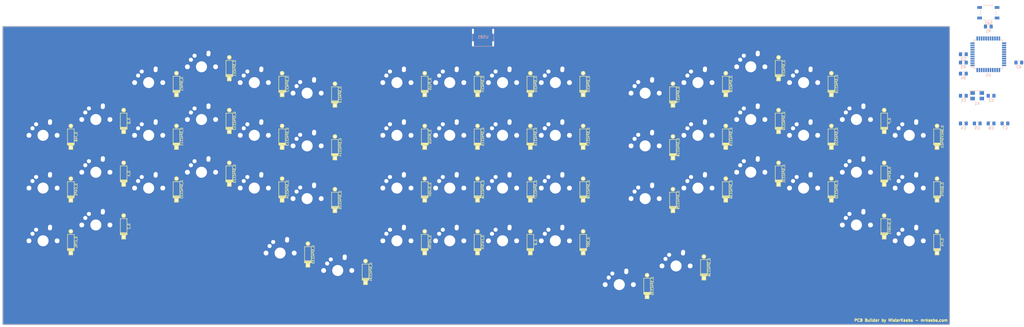
<source format=kicad_pcb>
(kicad_pcb (version 20171130) (host pcbnew "(5.0.0-3-g5ebb6b6)")
  (layers (0 F.Cu signal) (31 B.Cu signal) (34 B.Paste user) (35 F.Paste user) (36 B.SilkS user) (37 F.SilkS user) (38 B.Mask user) (39 F.Mask user) (44 Edge.Cuts user))
  (net 0 "")
  (net 1 "GND")
  (net 2 "VCC")
  (net 3 "/col0")
  (net 4 "/col1")
  (net 5 "/col2")
  (net 6 "/col3")
  (net 7 "/col4")
  (net 8 "/col5")
  (net 9 "/col6")
  (net 10 "/col7")
  (net 11 "/col8")
  (net 12 "/col9")
  (net 13 "/col10")
  (net 14 "/col11")
  (net 15 "/col12")
  (net 16 "/col13")
  (net 17 "/col14")
  (net 18 "/col15")
  (net 19 "/col16")
  (net 20 "/row0")
  (net 21 "/row1")
  (net 22 "/row2")
  (net 23 "/row3")
  (net 24 "/row4")
  (net 25 "Net-(K_TAB-Pad1)")
  (net 26 "Net-(K_TAB-Pad2)")
  (net 27 "Net-(K_TAB-Pad3)")
  (net 28 "Net-(K_TAB-Pad4)")
  (net 29 "Net-(D_TAB-Pad1)")
  (net 30 "Net-(D_TAB-Pad2)")
  (net 31 "Net-(K_Q-Pad1)")
  (net 32 "Net-(K_Q-Pad2)")
  (net 33 "Net-(K_Q-Pad3)")
  (net 34 "Net-(K_Q-Pad4)")
  (net 35 "Net-(D_Q-Pad1)")
  (net 36 "Net-(D_Q-Pad2)")
  (net 37 "Net-(K_SPACE-Pad1)")
  (net 38 "Net-(K_SPACE-Pad2)")
  (net 39 "Net-(K_SPACE-Pad3)")
  (net 40 "Net-(K_SPACE-Pad4)")
  (net 41 "Net-(D_SPACE-Pad1)")
  (net 42 "Net-(D_SPACE-Pad2)")
  (net 43 "Net-(K_SPACE1-Pad1)")
  (net 44 "Net-(K_SPACE1-Pad2)")
  (net 45 "Net-(K_SPACE1-Pad3)")
  (net 46 "Net-(K_SPACE1-Pad4)")
  (net 47 "Net-(D_SPACE1-Pad1)")
  (net 48 "Net-(D_SPACE1-Pad2)")
  (net 49 "Net-(K_SPACE2-Pad1)")
  (net 50 "Net-(K_SPACE2-Pad2)")
  (net 51 "Net-(K_SPACE2-Pad3)")
  (net 52 "Net-(K_SPACE2-Pad4)")
  (net 53 "Net-(D_SPACE2-Pad1)")
  (net 54 "Net-(D_SPACE2-Pad2)")
  (net 55 "Net-(K_SPACE3-Pad1)")
  (net 56 "Net-(K_SPACE3-Pad2)")
  (net 57 "Net-(K_SPACE3-Pad3)")
  (net 58 "Net-(K_SPACE3-Pad4)")
  (net 59 "Net-(D_SPACE3-Pad1)")
  (net 60 "Net-(D_SPACE3-Pad2)")
  (net 61 "Net-(K_PLUS-Pad1)")
  (net 62 "Net-(K_PLUS-Pad2)")
  (net 63 "Net-(K_PLUS-Pad3)")
  (net 64 "Net-(K_PLUS-Pad4)")
  (net 65 "Net-(D_PLUS-Pad1)")
  (net 66 "Net-(D_PLUS-Pad2)")
  (net 67 "Net-(K_SPACE4-Pad1)")
  (net 68 "Net-(K_SPACE4-Pad2)")
  (net 69 "Net-(K_SPACE4-Pad3)")
  (net 70 "Net-(K_SPACE4-Pad4)")
  (net 71 "Net-(D_SPACE4-Pad1)")
  (net 72 "Net-(D_SPACE4-Pad2)")
  (net 73 "Net-(K_SPACE5-Pad1)")
  (net 74 "Net-(K_SPACE5-Pad2)")
  (net 75 "Net-(K_SPACE5-Pad3)")
  (net 76 "Net-(K_SPACE5-Pad4)")
  (net 77 "Net-(D_SPACE5-Pad1)")
  (net 78 "Net-(D_SPACE5-Pad2)")
  (net 79 "Net-(K_SPACE6-Pad1)")
  (net 80 "Net-(K_SPACE6-Pad2)")
  (net 81 "Net-(K_SPACE6-Pad3)")
  (net 82 "Net-(K_SPACE6-Pad4)")
  (net 83 "Net-(D_SPACE6-Pad1)")
  (net 84 "Net-(D_SPACE6-Pad2)")
  (net 85 "Net-(K_SPACE7-Pad1)")
  (net 86 "Net-(K_SPACE7-Pad2)")
  (net 87 "Net-(K_SPACE7-Pad3)")
  (net 88 "Net-(K_SPACE7-Pad4)")
  (net 89 "Net-(D_SPACE7-Pad1)")
  (net 90 "Net-(D_SPACE7-Pad2)")
  (net 91 "Net-(K_SPACE8-Pad1)")
  (net 92 "Net-(K_SPACE8-Pad2)")
  (net 93 "Net-(K_SPACE8-Pad3)")
  (net 94 "Net-(K_SPACE8-Pad4)")
  (net 95 "Net-(D_SPACE8-Pad1)")
  (net 96 "Net-(D_SPACE8-Pad2)")
  (net 97 "Net-(K_SPACE9-Pad1)")
  (net 98 "Net-(K_SPACE9-Pad2)")
  (net 99 "Net-(K_SPACE9-Pad3)")
  (net 100 "Net-(K_SPACE9-Pad4)")
  (net 101 "Net-(D_SPACE9-Pad1)")
  (net 102 "Net-(D_SPACE9-Pad2)")
  (net 103 "Net-(K_SPACE10-Pad1)")
  (net 104 "Net-(K_SPACE10-Pad2)")
  (net 105 "Net-(K_SPACE10-Pad3)")
  (net 106 "Net-(K_SPACE10-Pad4)")
  (net 107 "Net-(D_SPACE10-Pad1)")
  (net 108 "Net-(D_SPACE10-Pad2)")
  (net 109 "Net-(K_P-Pad1)")
  (net 110 "Net-(K_P-Pad2)")
  (net 111 "Net-(K_P-Pad3)")
  (net 112 "Net-(K_P-Pad4)")
  (net 113 "Net-(D_P-Pad1)")
  (net 114 "Net-(D_P-Pad2)")
  (net 115 "Net-(K_BACKSPACE-Pad1)")
  (net 116 "Net-(K_BACKSPACE-Pad2)")
  (net 117 "Net-(K_BACKSPACE-Pad3)")
  (net 118 "Net-(K_BACKSPACE-Pad4)")
  (net 119 "Net-(D_BACKSPACE-Pad1)")
  (net 120 "Net-(D_BACKSPACE-Pad2)")
  (net 121 "Net-(K_CAPS-Pad1)")
  (net 122 "Net-(K_CAPS-Pad2)")
  (net 123 "Net-(K_CAPS-Pad3)")
  (net 124 "Net-(K_CAPS-Pad4)")
  (net 125 "Net-(D_CAPS-Pad1)")
  (net 126 "Net-(D_CAPS-Pad2)")
  (net 127 "Net-(K_A-Pad1)")
  (net 128 "Net-(K_A-Pad2)")
  (net 129 "Net-(K_A-Pad3)")
  (net 130 "Net-(K_A-Pad4)")
  (net 131 "Net-(D_A-Pad1)")
  (net 132 "Net-(D_A-Pad2)")
  (net 133 "Net-(K_SPACE11-Pad1)")
  (net 134 "Net-(K_SPACE11-Pad2)")
  (net 135 "Net-(K_SPACE11-Pad3)")
  (net 136 "Net-(K_SPACE11-Pad4)")
  (net 137 "Net-(D_SPACE11-Pad1)")
  (net 138 "Net-(D_SPACE11-Pad2)")
  (net 139 "Net-(K_SPACE12-Pad1)")
  (net 140 "Net-(K_SPACE12-Pad2)")
  (net 141 "Net-(K_SPACE12-Pad3)")
  (net 142 "Net-(K_SPACE12-Pad4)")
  (net 143 "Net-(D_SPACE12-Pad1)")
  (net 144 "Net-(D_SPACE12-Pad2)")
  (net 145 "Net-(K_SPACE13-Pad1)")
  (net 146 "Net-(K_SPACE13-Pad2)")
  (net 147 "Net-(K_SPACE13-Pad3)")
  (net 148 "Net-(K_SPACE13-Pad4)")
  (net 149 "Net-(D_SPACE13-Pad1)")
  (net 150 "Net-(D_SPACE13-Pad2)")
  (net 151 "Net-(K_SPACE14-Pad1)")
  (net 152 "Net-(K_SPACE14-Pad2)")
  (net 153 "Net-(K_SPACE14-Pad3)")
  (net 154 "Net-(K_SPACE14-Pad4)")
  (net 155 "Net-(D_SPACE14-Pad1)")
  (net 156 "Net-(D_SPACE14-Pad2)")
  (net 157 "Net-(K_MINUS-Pad1)")
  (net 158 "Net-(K_MINUS-Pad2)")
  (net 159 "Net-(K_MINUS-Pad3)")
  (net 160 "Net-(K_MINUS-Pad4)")
  (net 161 "Net-(D_MINUS-Pad1)")
  (net 162 "Net-(D_MINUS-Pad2)")
  (net 163 "Net-(K_SPACE15-Pad1)")
  (net 164 "Net-(K_SPACE15-Pad2)")
  (net 165 "Net-(K_SPACE15-Pad3)")
  (net 166 "Net-(K_SPACE15-Pad4)")
  (net 167 "Net-(D_SPACE15-Pad1)")
  (net 168 "Net-(D_SPACE15-Pad2)")
  (net 169 "Net-(K_SPACE16-Pad1)")
  (net 170 "Net-(K_SPACE16-Pad2)")
  (net 171 "Net-(K_SPACE16-Pad3)")
  (net 172 "Net-(K_SPACE16-Pad4)")
  (net 173 "Net-(D_SPACE16-Pad1)")
  (net 174 "Net-(D_SPACE16-Pad2)")
  (net 175 "Net-(K_SPACE17-Pad1)")
  (net 176 "Net-(K_SPACE17-Pad2)")
  (net 177 "Net-(K_SPACE17-Pad3)")
  (net 178 "Net-(K_SPACE17-Pad4)")
  (net 179 "Net-(D_SPACE17-Pad1)")
  (net 180 "Net-(D_SPACE17-Pad2)")
  (net 181 "Net-(K_SPACE18-Pad1)")
  (net 182 "Net-(K_SPACE18-Pad2)")
  (net 183 "Net-(K_SPACE18-Pad3)")
  (net 184 "Net-(K_SPACE18-Pad4)")
  (net 185 "Net-(D_SPACE18-Pad1)")
  (net 186 "Net-(D_SPACE18-Pad2)")
  (net 187 "Net-(K_SPACE19-Pad1)")
  (net 188 "Net-(K_SPACE19-Pad2)")
  (net 189 "Net-(K_SPACE19-Pad3)")
  (net 190 "Net-(K_SPACE19-Pad4)")
  (net 191 "Net-(D_SPACE19-Pad1)")
  (net 192 "Net-(D_SPACE19-Pad2)")
  (net 193 "Net-(K_SPACE20-Pad1)")
  (net 194 "Net-(K_SPACE20-Pad2)")
  (net 195 "Net-(K_SPACE20-Pad3)")
  (net 196 "Net-(K_SPACE20-Pad4)")
  (net 197 "Net-(D_SPACE20-Pad1)")
  (net 198 "Net-(D_SPACE20-Pad2)")
  (net 199 "Net-(K_SPACE21-Pad1)")
  (net 200 "Net-(K_SPACE21-Pad2)")
  (net 201 "Net-(K_SPACE21-Pad3)")
  (net 202 "Net-(K_SPACE21-Pad4)")
  (net 203 "Net-(D_SPACE21-Pad1)")
  (net 204 "Net-(D_SPACE21-Pad2)")
  (net 205 "Net-(K_SEMIC-Pad1)")
  (net 206 "Net-(K_SEMIC-Pad2)")
  (net 207 "Net-(K_SEMIC-Pad3)")
  (net 208 "Net-(K_SEMIC-Pad4)")
  (net 209 "Net-(D_SEMIC-Pad1)")
  (net 210 "Net-(D_SEMIC-Pad2)")
  (net 211 "Net-(K_QUOTE-Pad1)")
  (net 212 "Net-(K_QUOTE-Pad2)")
  (net 213 "Net-(K_QUOTE-Pad3)")
  (net 214 "Net-(K_QUOTE-Pad4)")
  (net 215 "Net-(D_QUOTE-Pad1)")
  (net 216 "Net-(D_QUOTE-Pad2)")
  (net 217 "Net-(K_CTRL-Pad1)")
  (net 218 "Net-(K_CTRL-Pad2)")
  (net 219 "Net-(K_CTRL-Pad3)")
  (net 220 "Net-(K_CTRL-Pad4)")
  (net 221 "Net-(D_CTRL-Pad1)")
  (net 222 "Net-(D_CTRL-Pad2)")
  (net 223 "Net-(K_Z-Pad1)")
  (net 224 "Net-(K_Z-Pad2)")
  (net 225 "Net-(K_Z-Pad3)")
  (net 226 "Net-(K_Z-Pad4)")
  (net 227 "Net-(D_Z-Pad1)")
  (net 228 "Net-(D_Z-Pad2)")
  (net 229 "Net-(K_SPACE22-Pad1)")
  (net 230 "Net-(K_SPACE22-Pad2)")
  (net 231 "Net-(K_SPACE22-Pad3)")
  (net 232 "Net-(K_SPACE22-Pad4)")
  (net 233 "Net-(D_SPACE22-Pad1)")
  (net 234 "Net-(D_SPACE22-Pad2)")
  (net 235 "Net-(K_SPACE23-Pad1)")
  (net 236 "Net-(K_SPACE23-Pad2)")
  (net 237 "Net-(K_SPACE23-Pad3)")
  (net 238 "Net-(K_SPACE23-Pad4)")
  (net 239 "Net-(D_SPACE23-Pad1)")
  (net 240 "Net-(D_SPACE23-Pad2)")
  (net 241 "Net-(K_SPACE24-Pad1)")
  (net 242 "Net-(K_SPACE24-Pad2)")
  (net 243 "Net-(K_SPACE24-Pad3)")
  (net 244 "Net-(K_SPACE24-Pad4)")
  (net 245 "Net-(D_SPACE24-Pad1)")
  (net 246 "Net-(D_SPACE24-Pad2)")
  (net 247 "Net-(K_SPACE25-Pad1)")
  (net 248 "Net-(K_SPACE25-Pad2)")
  (net 249 "Net-(K_SPACE25-Pad3)")
  (net 250 "Net-(K_SPACE25-Pad4)")
  (net 251 "Net-(D_SPACE25-Pad1)")
  (net 252 "Net-(D_SPACE25-Pad2)")
  (net 253 "Net-(K_SLASH-Pad1)")
  (net 254 "Net-(K_SLASH-Pad2)")
  (net 255 "Net-(K_SLASH-Pad3)")
  (net 256 "Net-(K_SLASH-Pad4)")
  (net 257 "Net-(D_SLASH-Pad1)")
  (net 258 "Net-(D_SLASH-Pad2)")
  (net 259 "Net-(K_SPACE26-Pad1)")
  (net 260 "Net-(K_SPACE26-Pad2)")
  (net 261 "Net-(K_SPACE26-Pad3)")
  (net 262 "Net-(K_SPACE26-Pad4)")
  (net 263 "Net-(D_SPACE26-Pad1)")
  (net 264 "Net-(D_SPACE26-Pad2)")
  (net 265 "Net-(K_SPACE27-Pad1)")
  (net 266 "Net-(K_SPACE27-Pad2)")
  (net 267 "Net-(K_SPACE27-Pad3)")
  (net 268 "Net-(K_SPACE27-Pad4)")
  (net 269 "Net-(D_SPACE27-Pad1)")
  (net 270 "Net-(D_SPACE27-Pad2)")
  (net 271 "Net-(K_SPACE28-Pad1)")
  (net 272 "Net-(K_SPACE28-Pad2)")
  (net 273 "Net-(K_SPACE28-Pad3)")
  (net 274 "Net-(K_SPACE28-Pad4)")
  (net 275 "Net-(D_SPACE28-Pad1)")
  (net 276 "Net-(D_SPACE28-Pad2)")
  (net 277 "Net-(K_SPACE29-Pad1)")
  (net 278 "Net-(K_SPACE29-Pad2)")
  (net 279 "Net-(K_SPACE29-Pad3)")
  (net 280 "Net-(K_SPACE29-Pad4)")
  (net 281 "Net-(D_SPACE29-Pad1)")
  (net 282 "Net-(D_SPACE29-Pad2)")
  (net 283 "Net-(K_SPACE30-Pad1)")
  (net 284 "Net-(K_SPACE30-Pad2)")
  (net 285 "Net-(K_SPACE30-Pad3)")
  (net 286 "Net-(K_SPACE30-Pad4)")
  (net 287 "Net-(D_SPACE30-Pad1)")
  (net 288 "Net-(D_SPACE30-Pad2)")
  (net 289 "Net-(K_SPACE31-Pad1)")
  (net 290 "Net-(K_SPACE31-Pad2)")
  (net 291 "Net-(K_SPACE31-Pad3)")
  (net 292 "Net-(K_SPACE31-Pad4)")
  (net 293 "Net-(D_SPACE31-Pad1)")
  (net 294 "Net-(D_SPACE31-Pad2)")
  (net 295 "Net-(K_SPACE32-Pad1)")
  (net 296 "Net-(K_SPACE32-Pad2)")
  (net 297 "Net-(K_SPACE32-Pad3)")
  (net 298 "Net-(K_SPACE32-Pad4)")
  (net 299 "Net-(D_SPACE32-Pad1)")
  (net 300 "Net-(D_SPACE32-Pad2)")
  (net 301 "Net-(K_SLASH1-Pad1)")
  (net 302 "Net-(K_SLASH1-Pad2)")
  (net 303 "Net-(K_SLASH1-Pad3)")
  (net 304 "Net-(K_SLASH1-Pad4)")
  (net 305 "Net-(D_SLASH1-Pad1)")
  (net 306 "Net-(D_SLASH1-Pad2)")
  (net 307 "Net-(K_FN-Pad1)")
  (net 308 "Net-(K_FN-Pad2)")
  (net 309 "Net-(K_FN-Pad3)")
  (net 310 "Net-(K_FN-Pad4)")
  (net 311 "Net-(D_FN-Pad1)")
  (net 312 "Net-(D_FN-Pad2)")
  (net 313 "Net-(K_SPACE33-Pad1)")
  (net 314 "Net-(K_SPACE33-Pad2)")
  (net 315 "Net-(K_SPACE33-Pad3)")
  (net 316 "Net-(K_SPACE33-Pad4)")
  (net 317 "Net-(D_SPACE33-Pad1)")
  (net 318 "Net-(D_SPACE33-Pad2)")
  (net 319 "Net-(K_SPACE34-Pad1)")
  (net 320 "Net-(K_SPACE34-Pad2)")
  (net 321 "Net-(K_SPACE34-Pad3)")
  (net 322 "Net-(K_SPACE34-Pad4)")
  (net 323 "Net-(D_SPACE34-Pad1)")
  (net 324 "Net-(D_SPACE34-Pad2)")
  (net 325 "Net-(K_ASTRK-Pad1)")
  (net 326 "Net-(K_ASTRK-Pad2)")
  (net 327 "Net-(K_ASTRK-Pad3)")
  (net 328 "Net-(K_ASTRK-Pad4)")
  (net 329 "Net-(D_ASTRK-Pad1)")
  (net 330 "Net-(D_ASTRK-Pad2)")
  (net 331 "Net-(K_ENTER-Pad1)")
  (net 332 "Net-(K_ENTER-Pad2)")
  (net 333 "Net-(K_ENTER-Pad3)")
  (net 334 "Net-(K_ENTER-Pad4)")
  (net 335 "Net-(D_ENTER-Pad1)")
  (net 336 "Net-(D_ENTER-Pad2)")
  (net 337 "Net-(K_0-Pad1)")
  (net 338 "Net-(K_0-Pad2)")
  (net 339 "Net-(K_0-Pad3)")
  (net 340 "Net-(K_0-Pad4)")
  (net 341 "Net-(D_0-Pad1)")
  (net 342 "Net-(D_0-Pad2)")
  (net 343 "Net-(K_DOT-Pad1)")
  (net 344 "Net-(K_DOT-Pad2)")
  (net 345 "Net-(K_DOT-Pad3)")
  (net 346 "Net-(K_DOT-Pad4)")
  (net 347 "Net-(D_DOT-Pad1)")
  (net 348 "Net-(D_DOT-Pad2)")
  (net 349 "Net-(K_SPACE35-Pad1)")
  (net 350 "Net-(K_SPACE35-Pad2)")
  (net 351 "Net-(K_SPACE35-Pad3)")
  (net 352 "Net-(K_SPACE35-Pad4)")
  (net 353 "Net-(D_SPACE35-Pad1)")
  (net 354 "Net-(D_SPACE35-Pad2)")
  (net 355 "Net-(K_SPACE36-Pad1)")
  (net 356 "Net-(K_SPACE36-Pad2)")
  (net 357 "Net-(K_SPACE36-Pad3)")
  (net 358 "Net-(K_SPACE36-Pad4)")
  (net 359 "Net-(D_SPACE36-Pad1)")
  (net 360 "Net-(D_SPACE36-Pad2)")
  (net 361 "Net-(C1-Pad1)")
  (net 362 "Net-(C1-Pad2)")
  (net 363 "Net-(C2-Pad1)")
  (net 364 "Net-(C2-Pad2)")
  (net 365 "Net-(X1-Pad1)")
  (net 366 "Net-(X1-Pad2)")
  (net 367 "Net-(X1-Pad3)")
  (net 368 "Net-(X1-Pad4)")
  (net 369 "Net-(R1-Pad1)")
  (net 370 "Net-(R1-Pad2)")
  (net 371 "Net-(R2-Pad1)")
  (net 372 "Net-(R2-Pad2)")
  (net 373 "Net-(R3-Pad1)")
  (net 374 "Net-(R3-Pad2)")
  (net 375 "Net-(R4-Pad1)")
  (net 376 "Net-(R4-Pad2)")
  (net 377 "Net-(USB1-Pad1)")
  (net 378 "Net-(USB1-Pad2)")
  (net 379 "Net-(USB1-Pad3)")
  (net 380 "Net-(USB1-Pad4)")
  (net 381 "Net-(USB1-Pad5)")
  (net 382 "Net-(USB1-Pad6)")
  (net 383 "Net-(C3-Pad1)")
  (net 384 "Net-(C3-Pad2)")
  (net 385 "Net-(U1-Pad1)")
  (net 386 "Net-(U1-Pad2)")
  (net 387 "Net-(U1-Pad3)")
  (net 388 "Net-(U1-Pad4)")
  (net 389 "Net-(U1-Pad5)")
  (net 390 "Net-(U1-Pad6)")
  (net 391 "Net-(U1-Pad7)")
  (net 392 "Net-(U1-Pad8)")
  (net 393 "Net-(U1-Pad9)")
  (net 394 "Net-(U1-Pad10)")
  (net 395 "Net-(U1-Pad11)")
  (net 396 "Net-(U1-Pad12)")
  (net 397 "Net-(U1-Pad13)")
  (net 398 "Net-(U1-Pad14)")
  (net 399 "Net-(U1-Pad15)")
  (net 400 "Net-(U1-Pad16)")
  (net 401 "Net-(U1-Pad17)")
  (net 402 "Net-(U1-Pad18)")
  (net 403 "Net-(U1-Pad19)")
  (net 404 "Net-(U1-Pad20)")
  (net 405 "Net-(U1-Pad21)")
  (net 406 "Net-(U1-Pad22)")
  (net 407 "Net-(U1-Pad23)")
  (net 408 "Net-(U1-Pad24)")
  (net 409 "Net-(U1-Pad25)")
  (net 410 "Net-(U1-Pad26)")
  (net 411 "Net-(U1-Pad27)")
  (net 412 "Net-(U1-Pad28)")
  (net 413 "Net-(U1-Pad29)")
  (net 414 "Net-(U1-Pad30)")
  (net 415 "Net-(U1-Pad31)")
  (net 416 "Net-(U1-Pad32)")
  (net 417 "Net-(U1-Pad33)")
  (net 418 "Net-(U1-Pad34)")
  (net 419 "Net-(U1-Pad35)")
  (net 420 "Net-(U1-Pad36)")
  (net 421 "Net-(U1-Pad37)")
  (net 422 "Net-(U1-Pad38)")
  (net 423 "Net-(U1-Pad39)")
  (net 424 "Net-(U1-Pad40)")
  (net 425 "Net-(U1-Pad41)")
  (net 426 "Net-(U1-Pad42)")
  (net 427 "Net-(U1-Pad43)")
  (net 428 "Net-(U1-Pad44)")
  (net 429 "Net-(C4-Pad1)")
  (net 430 "Net-(C4-Pad2)")
  (net 431 "Net-(C5-Pad1)")
  (net 432 "Net-(C5-Pad2)")
  (net 433 "Net-(C6-Pad1)")
  (net 434 "Net-(C6-Pad2)")
  (net 435 "Net-(C7-Pad1)")
  (net 436 "Net-(C7-Pad2)")
  (module MX_Alps_Hybrid:MX-1U-NoLED (layer F.Cu) (at 9.525 34.29)
    (fp_text reference K_TAB)
    (fp_text value KEYSW)
    (pad 1 thru_hole circle (at -2.5 -4) (size 2.25 2.25) (drill 1.47) (layers *.Cu B.Mask) (net 3 "/col0"))
    (pad 1 thru_hole oval (at -3.81 -2.54 48.0996) (size 4.211556 2.25) (drill 1.47 (offset 0.980778 0)) (layers *.Cu B.Mask) (net 3 "/col0"))
    (pad 2 thru_hole oval (at 2.5 -4.5 86.0548) (size 2.831378 2.25) (drill 1.47 (offset 0.290689 0)) (layers *.Cu B.Mask) (net 30 "Net-(D_TAB-Pad2)"))
    (pad 2 thru_hole circle (at 2.54 -5.08) (size 2.25 2.25) (drill 1.47) (layers *.Cu B.Mask) (net 30 "Net-(D_TAB-Pad2)"))
    (pad "" np_thru_hole circle (at 0 0) (size 3.9878 3.9878) (drill 3.9878) (layers *.Cu *.Mask))
    (pad "" np_thru_hole circle (at -5.08 0 48.0996) (size 1.75 1.75) (drill 1.75) (layers *.Cu *.Mask))
    (pad "" np_thru_hole circle (at 5.08 0 48.0996) (size 1.75 1.75) (drill 1.75) (layers *.Cu *.Mask))
  )
  (module keyboard_parts:D_SOD123_axial (layer F.Cu) (at 19.55 34.79 90)
    (fp_text reference D_TAB (at 0 1.925 90) (layer F.SilkS) (effects (font (size 0.8 0.8)) (justify mirror)))
    (fp_text value D hide)
    (pad 1 smd rect (at -2.7 0 90) (size 2.5 0.5) (layers F.Cu) (net 20 "/row0"))
    (pad 1 smd rect (at -1.575 0 90) (size 1.2 1.2) (layers F.Cu F.Paste F.Mask) (net 20 "/row0"))
    (pad 1 thru_hole rect (at -3.9 0 90) (size 1.6 1.6) (drill 0.7) (layers *.Cu *.Mask F.SilkS) (net 20 "/row0"))
    (pad 2 smd rect (at 1.575 0 90) (size 1.2 1.2) (layers F.Cu F.Paste F.Mask) (net 30 "Net-(D_TAB-Pad2)"))
    (pad 2 smd rect (at 2.7 0 90) (size 2.5 0.5) (layers F.Cu) (net 30 "Net-(D_TAB-Pad2)"))
    (pad 2 thru_hole circle (at 3.9 0 90) (size 1.6 1.6) (drill 0.7) (layers *.Cu *.Mask F.SilkS) (net 30 "Net-(D_TAB-Pad2)"))
  )
  (module MX_Alps_Hybrid:MX-1U-NoLED (layer F.Cu) (at 28.575 28.575)
    (fp_text reference K_Q)
    (fp_text value KEYSW)
    (pad 1 thru_hole circle (at -2.5 -4) (size 2.25 2.25) (drill 1.47) (layers *.Cu B.Mask) (net 4 "/col1"))
    (pad 1 thru_hole oval (at -3.81 -2.54 48.0996) (size 4.211556 2.25) (drill 1.47 (offset 0.980778 0)) (layers *.Cu B.Mask) (net 4 "/col1"))
    (pad 2 thru_hole oval (at 2.5 -4.5 86.0548) (size 2.831378 2.25) (drill 1.47 (offset 0.290689 0)) (layers *.Cu B.Mask) (net 36 "Net-(D_Q-Pad2)"))
    (pad 2 thru_hole circle (at 2.54 -5.08) (size 2.25 2.25) (drill 1.47) (layers *.Cu B.Mask) (net 36 "Net-(D_Q-Pad2)"))
    (pad "" np_thru_hole circle (at 0 0) (size 3.9878 3.9878) (drill 3.9878) (layers *.Cu *.Mask))
    (pad "" np_thru_hole circle (at -5.08 0 48.0996) (size 1.75 1.75) (drill 1.75) (layers *.Cu *.Mask))
    (pad "" np_thru_hole circle (at 5.08 0 48.0996) (size 1.75 1.75) (drill 1.75) (layers *.Cu *.Mask))
  )
  (module keyboard_parts:D_SOD123_axial (layer F.Cu) (at 38.6 29.075 90)
    (fp_text reference D_Q (at 0 1.925 90) (layer F.SilkS) (effects (font (size 0.8 0.8)) (justify mirror)))
    (fp_text value D hide)
    (pad 1 smd rect (at -2.7 0 90) (size 2.5 0.5) (layers F.Cu) (net 20 "/row0"))
    (pad 1 smd rect (at -1.575 0 90) (size 1.2 1.2) (layers F.Cu F.Paste F.Mask) (net 20 "/row0"))
    (pad 1 thru_hole rect (at -3.9 0 90) (size 1.6 1.6) (drill 0.7) (layers *.Cu *.Mask F.SilkS) (net 20 "/row0"))
    (pad 2 smd rect (at 1.575 0 90) (size 1.2 1.2) (layers F.Cu F.Paste F.Mask) (net 36 "Net-(D_Q-Pad2)"))
    (pad 2 smd rect (at 2.7 0 90) (size 2.5 0.5) (layers F.Cu) (net 36 "Net-(D_Q-Pad2)"))
    (pad 2 thru_hole circle (at 3.9 0 90) (size 1.6 1.6) (drill 0.7) (layers *.Cu *.Mask F.SilkS) (net 36 "Net-(D_Q-Pad2)"))
  )
  (module MX_Alps_Hybrid:MX-1U-NoLED (layer F.Cu) (at 47.625 15.24)
    (fp_text reference K_SPACE)
    (fp_text value KEYSW)
    (pad 1 thru_hole circle (at -2.5 -4) (size 2.25 2.25) (drill 1.47) (layers *.Cu B.Mask) (net 5 "/col2"))
    (pad 1 thru_hole oval (at -3.81 -2.54 48.0996) (size 4.211556 2.25) (drill 1.47 (offset 0.980778 0)) (layers *.Cu B.Mask) (net 5 "/col2"))
    (pad 2 thru_hole oval (at 2.5 -4.5 86.0548) (size 2.831378 2.25) (drill 1.47 (offset 0.290689 0)) (layers *.Cu B.Mask) (net 42 "Net-(D_SPACE-Pad2)"))
    (pad 2 thru_hole circle (at 2.54 -5.08) (size 2.25 2.25) (drill 1.47) (layers *.Cu B.Mask) (net 42 "Net-(D_SPACE-Pad2)"))
    (pad "" np_thru_hole circle (at 0 0) (size 3.9878 3.9878) (drill 3.9878) (layers *.Cu *.Mask))
    (pad "" np_thru_hole circle (at -5.08 0 48.0996) (size 1.75 1.75) (drill 1.75) (layers *.Cu *.Mask))
    (pad "" np_thru_hole circle (at 5.08 0 48.0996) (size 1.75 1.75) (drill 1.75) (layers *.Cu *.Mask))
  )
  (module keyboard_parts:D_SOD123_axial (layer F.Cu) (at 57.65 15.74 90)
    (fp_text reference D_SPACE (at 0 1.925 90) (layer F.SilkS) (effects (font (size 0.8 0.8)) (justify mirror)))
    (fp_text value D hide)
    (pad 1 smd rect (at -2.7 0 90) (size 2.5 0.5) (layers F.Cu) (net 20 "/row0"))
    (pad 1 smd rect (at -1.575 0 90) (size 1.2 1.2) (layers F.Cu F.Paste F.Mask) (net 20 "/row0"))
    (pad 1 thru_hole rect (at -3.9 0 90) (size 1.6 1.6) (drill 0.7) (layers *.Cu *.Mask F.SilkS) (net 20 "/row0"))
    (pad 2 smd rect (at 1.575 0 90) (size 1.2 1.2) (layers F.Cu F.Paste F.Mask) (net 42 "Net-(D_SPACE-Pad2)"))
    (pad 2 smd rect (at 2.7 0 90) (size 2.5 0.5) (layers F.Cu) (net 42 "Net-(D_SPACE-Pad2)"))
    (pad 2 thru_hole circle (at 3.9 0 90) (size 1.6 1.6) (drill 0.7) (layers *.Cu *.Mask F.SilkS) (net 42 "Net-(D_SPACE-Pad2)"))
  )
  (module MX_Alps_Hybrid:MX-1U-NoLED (layer F.Cu) (at 66.675 9.525)
    (fp_text reference K_SPACE1)
    (fp_text value KEYSW)
    (pad 1 thru_hole circle (at -2.5 -4) (size 2.25 2.25) (drill 1.47) (layers *.Cu B.Mask) (net 6 "/col3"))
    (pad 1 thru_hole oval (at -3.81 -2.54 48.0996) (size 4.211556 2.25) (drill 1.47 (offset 0.980778 0)) (layers *.Cu B.Mask) (net 6 "/col3"))
    (pad 2 thru_hole oval (at 2.5 -4.5 86.0548) (size 2.831378 2.25) (drill 1.47 (offset 0.290689 0)) (layers *.Cu B.Mask) (net 48 "Net-(D_SPACE1-Pad2)"))
    (pad 2 thru_hole circle (at 2.54 -5.08) (size 2.25 2.25) (drill 1.47) (layers *.Cu B.Mask) (net 48 "Net-(D_SPACE1-Pad2)"))
    (pad "" np_thru_hole circle (at 0 0) (size 3.9878 3.9878) (drill 3.9878) (layers *.Cu *.Mask))
    (pad "" np_thru_hole circle (at -5.08 0 48.0996) (size 1.75 1.75) (drill 1.75) (layers *.Cu *.Mask))
    (pad "" np_thru_hole circle (at 5.08 0 48.0996) (size 1.75 1.75) (drill 1.75) (layers *.Cu *.Mask))
  )
  (module keyboard_parts:D_SOD123_axial (layer F.Cu) (at 76.7 10.025 90)
    (fp_text reference D_SPACE1 (at 0 1.925 90) (layer F.SilkS) (effects (font (size 0.8 0.8)) (justify mirror)))
    (fp_text value D hide)
    (pad 1 smd rect (at -2.7 0 90) (size 2.5 0.5) (layers F.Cu) (net 20 "/row0"))
    (pad 1 smd rect (at -1.575 0 90) (size 1.2 1.2) (layers F.Cu F.Paste F.Mask) (net 20 "/row0"))
    (pad 1 thru_hole rect (at -3.9 0 90) (size 1.6 1.6) (drill 0.7) (layers *.Cu *.Mask F.SilkS) (net 20 "/row0"))
    (pad 2 smd rect (at 1.575 0 90) (size 1.2 1.2) (layers F.Cu F.Paste F.Mask) (net 48 "Net-(D_SPACE1-Pad2)"))
    (pad 2 smd rect (at 2.7 0 90) (size 2.5 0.5) (layers F.Cu) (net 48 "Net-(D_SPACE1-Pad2)"))
    (pad 2 thru_hole circle (at 3.9 0 90) (size 1.6 1.6) (drill 0.7) (layers *.Cu *.Mask F.SilkS) (net 48 "Net-(D_SPACE1-Pad2)"))
  )
  (module MX_Alps_Hybrid:MX-1U-NoLED (layer F.Cu) (at 85.725 15.24)
    (fp_text reference K_SPACE2)
    (fp_text value KEYSW)
    (pad 1 thru_hole circle (at -2.5 -4) (size 2.25 2.25) (drill 1.47) (layers *.Cu B.Mask) (net 7 "/col4"))
    (pad 1 thru_hole oval (at -3.81 -2.54 48.0996) (size 4.211556 2.25) (drill 1.47 (offset 0.980778 0)) (layers *.Cu B.Mask) (net 7 "/col4"))
    (pad 2 thru_hole oval (at 2.5 -4.5 86.0548) (size 2.831378 2.25) (drill 1.47 (offset 0.290689 0)) (layers *.Cu B.Mask) (net 54 "Net-(D_SPACE2-Pad2)"))
    (pad 2 thru_hole circle (at 2.54 -5.08) (size 2.25 2.25) (drill 1.47) (layers *.Cu B.Mask) (net 54 "Net-(D_SPACE2-Pad2)"))
    (pad "" np_thru_hole circle (at 0 0) (size 3.9878 3.9878) (drill 3.9878) (layers *.Cu *.Mask))
    (pad "" np_thru_hole circle (at -5.08 0 48.0996) (size 1.75 1.75) (drill 1.75) (layers *.Cu *.Mask))
    (pad "" np_thru_hole circle (at 5.08 0 48.0996) (size 1.75 1.75) (drill 1.75) (layers *.Cu *.Mask))
  )
  (module keyboard_parts:D_SOD123_axial (layer F.Cu) (at 95.75 15.74 90)
    (fp_text reference D_SPACE2 (at 0 1.925 90) (layer F.SilkS) (effects (font (size 0.8 0.8)) (justify mirror)))
    (fp_text value D hide)
    (pad 1 smd rect (at -2.7 0 90) (size 2.5 0.5) (layers F.Cu) (net 20 "/row0"))
    (pad 1 smd rect (at -1.575 0 90) (size 1.2 1.2) (layers F.Cu F.Paste F.Mask) (net 20 "/row0"))
    (pad 1 thru_hole rect (at -3.9 0 90) (size 1.6 1.6) (drill 0.7) (layers *.Cu *.Mask F.SilkS) (net 20 "/row0"))
    (pad 2 smd rect (at 1.575 0 90) (size 1.2 1.2) (layers F.Cu F.Paste F.Mask) (net 54 "Net-(D_SPACE2-Pad2)"))
    (pad 2 smd rect (at 2.7 0 90) (size 2.5 0.5) (layers F.Cu) (net 54 "Net-(D_SPACE2-Pad2)"))
    (pad 2 thru_hole circle (at 3.9 0 90) (size 1.6 1.6) (drill 0.7) (layers *.Cu *.Mask F.SilkS) (net 54 "Net-(D_SPACE2-Pad2)"))
  )
  (module MX_Alps_Hybrid:MX-1U-NoLED (layer F.Cu) (at 104.775 19.05)
    (fp_text reference K_SPACE3)
    (fp_text value KEYSW)
    (pad 1 thru_hole circle (at -2.5 -4) (size 2.25 2.25) (drill 1.47) (layers *.Cu B.Mask) (net 8 "/col5"))
    (pad 1 thru_hole oval (at -3.81 -2.54 48.0996) (size 4.211556 2.25) (drill 1.47 (offset 0.980778 0)) (layers *.Cu B.Mask) (net 8 "/col5"))
    (pad 2 thru_hole oval (at 2.5 -4.5 86.0548) (size 2.831378 2.25) (drill 1.47 (offset 0.290689 0)) (layers *.Cu B.Mask) (net 60 "Net-(D_SPACE3-Pad2)"))
    (pad 2 thru_hole circle (at 2.54 -5.08) (size 2.25 2.25) (drill 1.47) (layers *.Cu B.Mask) (net 60 "Net-(D_SPACE3-Pad2)"))
    (pad "" np_thru_hole circle (at 0 0) (size 3.9878 3.9878) (drill 3.9878) (layers *.Cu *.Mask))
    (pad "" np_thru_hole circle (at -5.08 0 48.0996) (size 1.75 1.75) (drill 1.75) (layers *.Cu *.Mask))
    (pad "" np_thru_hole circle (at 5.08 0 48.0996) (size 1.75 1.75) (drill 1.75) (layers *.Cu *.Mask))
  )
  (module keyboard_parts:D_SOD123_axial (layer F.Cu) (at 114.8 19.55 90)
    (fp_text reference D_SPACE3 (at 0 1.925 90) (layer F.SilkS) (effects (font (size 0.8 0.8)) (justify mirror)))
    (fp_text value D hide)
    (pad 1 smd rect (at -2.7 0 90) (size 2.5 0.5) (layers F.Cu) (net 20 "/row0"))
    (pad 1 smd rect (at -1.575 0 90) (size 1.2 1.2) (layers F.Cu F.Paste F.Mask) (net 20 "/row0"))
    (pad 1 thru_hole rect (at -3.9 0 90) (size 1.6 1.6) (drill 0.7) (layers *.Cu *.Mask F.SilkS) (net 20 "/row0"))
    (pad 2 smd rect (at 1.575 0 90) (size 1.2 1.2) (layers F.Cu F.Paste F.Mask) (net 60 "Net-(D_SPACE3-Pad2)"))
    (pad 2 smd rect (at 2.7 0 90) (size 2.5 0.5) (layers F.Cu) (net 60 "Net-(D_SPACE3-Pad2)"))
    (pad 2 thru_hole circle (at 3.9 0 90) (size 1.6 1.6) (drill 0.7) (layers *.Cu *.Mask F.SilkS) (net 60 "Net-(D_SPACE3-Pad2)"))
  )
  (module MX_Alps_Hybrid:MX-1U-NoLED (layer F.Cu) (at 137.16 15.24)
    (fp_text reference K_PLUS)
    (fp_text value KEYSW)
    (pad 1 thru_hole circle (at -2.5 -4) (size 2.25 2.25) (drill 1.47) (layers *.Cu B.Mask) (net 9 "/col6"))
    (pad 1 thru_hole oval (at -3.81 -2.54 48.0996) (size 4.211556 2.25) (drill 1.47 (offset 0.980778 0)) (layers *.Cu B.Mask) (net 9 "/col6"))
    (pad 2 thru_hole oval (at 2.5 -4.5 86.0548) (size 2.831378 2.25) (drill 1.47 (offset 0.290689 0)) (layers *.Cu B.Mask) (net 66 "Net-(D_PLUS-Pad2)"))
    (pad 2 thru_hole circle (at 2.54 -5.08) (size 2.25 2.25) (drill 1.47) (layers *.Cu B.Mask) (net 66 "Net-(D_PLUS-Pad2)"))
    (pad "" np_thru_hole circle (at 0 0) (size 3.9878 3.9878) (drill 3.9878) (layers *.Cu *.Mask))
    (pad "" np_thru_hole circle (at -5.08 0 48.0996) (size 1.75 1.75) (drill 1.75) (layers *.Cu *.Mask))
    (pad "" np_thru_hole circle (at 5.08 0 48.0996) (size 1.75 1.75) (drill 1.75) (layers *.Cu *.Mask))
  )
  (module keyboard_parts:D_SOD123_axial (layer F.Cu) (at 147.185 15.74 90)
    (fp_text reference D_PLUS (at 0 1.925 90) (layer F.SilkS) (effects (font (size 0.8 0.8)) (justify mirror)))
    (fp_text value D hide)
    (pad 1 smd rect (at -2.7 0 90) (size 2.5 0.5) (layers F.Cu) (net 20 "/row0"))
    (pad 1 smd rect (at -1.575 0 90) (size 1.2 1.2) (layers F.Cu F.Paste F.Mask) (net 20 "/row0"))
    (pad 1 thru_hole rect (at -3.9 0 90) (size 1.6 1.6) (drill 0.7) (layers *.Cu *.Mask F.SilkS) (net 20 "/row0"))
    (pad 2 smd rect (at 1.575 0 90) (size 1.2 1.2) (layers F.Cu F.Paste F.Mask) (net 66 "Net-(D_PLUS-Pad2)"))
    (pad 2 smd rect (at 2.7 0 90) (size 2.5 0.5) (layers F.Cu) (net 66 "Net-(D_PLUS-Pad2)"))
    (pad 2 thru_hole circle (at 3.9 0 90) (size 1.6 1.6) (drill 0.7) (layers *.Cu *.Mask F.SilkS) (net 66 "Net-(D_PLUS-Pad2)"))
  )
  (module MX_Alps_Hybrid:MX-1U-NoLED (layer F.Cu) (at 156.20999999999998 15.24)
    (fp_text reference K_SPACE4)
    (fp_text value KEYSW)
    (pad 1 thru_hole circle (at -2.5 -4) (size 2.25 2.25) (drill 1.47) (layers *.Cu B.Mask) (net 10 "/col7"))
    (pad 1 thru_hole oval (at -3.81 -2.54 48.0996) (size 4.211556 2.25) (drill 1.47 (offset 0.980778 0)) (layers *.Cu B.Mask) (net 10 "/col7"))
    (pad 2 thru_hole oval (at 2.5 -4.5 86.0548) (size 2.831378 2.25) (drill 1.47 (offset 0.290689 0)) (layers *.Cu B.Mask) (net 72 "Net-(D_SPACE4-Pad2)"))
    (pad 2 thru_hole circle (at 2.54 -5.08) (size 2.25 2.25) (drill 1.47) (layers *.Cu B.Mask) (net 72 "Net-(D_SPACE4-Pad2)"))
    (pad "" np_thru_hole circle (at 0 0) (size 3.9878 3.9878) (drill 3.9878) (layers *.Cu *.Mask))
    (pad "" np_thru_hole circle (at -5.08 0 48.0996) (size 1.75 1.75) (drill 1.75) (layers *.Cu *.Mask))
    (pad "" np_thru_hole circle (at 5.08 0 48.0996) (size 1.75 1.75) (drill 1.75) (layers *.Cu *.Mask))
  )
  (module keyboard_parts:D_SOD123_axial (layer F.Cu) (at 166.235 15.74 90)
    (fp_text reference D_SPACE4 (at 0 1.925 90) (layer F.SilkS) (effects (font (size 0.8 0.8)) (justify mirror)))
    (fp_text value D hide)
    (pad 1 smd rect (at -2.7 0 90) (size 2.5 0.5) (layers F.Cu) (net 20 "/row0"))
    (pad 1 smd rect (at -1.575 0 90) (size 1.2 1.2) (layers F.Cu F.Paste F.Mask) (net 20 "/row0"))
    (pad 1 thru_hole rect (at -3.9 0 90) (size 1.6 1.6) (drill 0.7) (layers *.Cu *.Mask F.SilkS) (net 20 "/row0"))
    (pad 2 smd rect (at 1.575 0 90) (size 1.2 1.2) (layers F.Cu F.Paste F.Mask) (net 72 "Net-(D_SPACE4-Pad2)"))
    (pad 2 smd rect (at 2.7 0 90) (size 2.5 0.5) (layers F.Cu) (net 72 "Net-(D_SPACE4-Pad2)"))
    (pad 2 thru_hole circle (at 3.9 0 90) (size 1.6 1.6) (drill 0.7) (layers *.Cu *.Mask F.SilkS) (net 72 "Net-(D_SPACE4-Pad2)"))
  )
  (module MX_Alps_Hybrid:MX-1U-NoLED (layer F.Cu) (at 175.26 15.24)
    (fp_text reference K_SPACE5)
    (fp_text value KEYSW)
    (pad 1 thru_hole circle (at -2.5 -4) (size 2.25 2.25) (drill 1.47) (layers *.Cu B.Mask) (net 11 "/col8"))
    (pad 1 thru_hole oval (at -3.81 -2.54 48.0996) (size 4.211556 2.25) (drill 1.47 (offset 0.980778 0)) (layers *.Cu B.Mask) (net 11 "/col8"))
    (pad 2 thru_hole oval (at 2.5 -4.5 86.0548) (size 2.831378 2.25) (drill 1.47 (offset 0.290689 0)) (layers *.Cu B.Mask) (net 78 "Net-(D_SPACE5-Pad2)"))
    (pad 2 thru_hole circle (at 2.54 -5.08) (size 2.25 2.25) (drill 1.47) (layers *.Cu B.Mask) (net 78 "Net-(D_SPACE5-Pad2)"))
    (pad "" np_thru_hole circle (at 0 0) (size 3.9878 3.9878) (drill 3.9878) (layers *.Cu *.Mask))
    (pad "" np_thru_hole circle (at -5.08 0 48.0996) (size 1.75 1.75) (drill 1.75) (layers *.Cu *.Mask))
    (pad "" np_thru_hole circle (at 5.08 0 48.0996) (size 1.75 1.75) (drill 1.75) (layers *.Cu *.Mask))
  )
  (module keyboard_parts:D_SOD123_axial (layer F.Cu) (at 185.285 15.74 90)
    (fp_text reference D_SPACE5 (at 0 1.925 90) (layer F.SilkS) (effects (font (size 0.8 0.8)) (justify mirror)))
    (fp_text value D hide)
    (pad 1 smd rect (at -2.7 0 90) (size 2.5 0.5) (layers F.Cu) (net 20 "/row0"))
    (pad 1 smd rect (at -1.575 0 90) (size 1.2 1.2) (layers F.Cu F.Paste F.Mask) (net 20 "/row0"))
    (pad 1 thru_hole rect (at -3.9 0 90) (size 1.6 1.6) (drill 0.7) (layers *.Cu *.Mask F.SilkS) (net 20 "/row0"))
    (pad 2 smd rect (at 1.575 0 90) (size 1.2 1.2) (layers F.Cu F.Paste F.Mask) (net 78 "Net-(D_SPACE5-Pad2)"))
    (pad 2 smd rect (at 2.7 0 90) (size 2.5 0.5) (layers F.Cu) (net 78 "Net-(D_SPACE5-Pad2)"))
    (pad 2 thru_hole circle (at 3.9 0 90) (size 1.6 1.6) (drill 0.7) (layers *.Cu *.Mask F.SilkS) (net 78 "Net-(D_SPACE5-Pad2)"))
  )
  (module MX_Alps_Hybrid:MX-1U-NoLED (layer F.Cu) (at 194.31 15.24)
    (fp_text reference K_SPACE6)
    (fp_text value KEYSW)
    (pad 1 thru_hole circle (at -2.5 -4) (size 2.25 2.25) (drill 1.47) (layers *.Cu B.Mask) (net 12 "/col9"))
    (pad 1 thru_hole oval (at -3.81 -2.54 48.0996) (size 4.211556 2.25) (drill 1.47 (offset 0.980778 0)) (layers *.Cu B.Mask) (net 12 "/col9"))
    (pad 2 thru_hole oval (at 2.5 -4.5 86.0548) (size 2.831378 2.25) (drill 1.47 (offset 0.290689 0)) (layers *.Cu B.Mask) (net 84 "Net-(D_SPACE6-Pad2)"))
    (pad 2 thru_hole circle (at 2.54 -5.08) (size 2.25 2.25) (drill 1.47) (layers *.Cu B.Mask) (net 84 "Net-(D_SPACE6-Pad2)"))
    (pad "" np_thru_hole circle (at 0 0) (size 3.9878 3.9878) (drill 3.9878) (layers *.Cu *.Mask))
    (pad "" np_thru_hole circle (at -5.08 0 48.0996) (size 1.75 1.75) (drill 1.75) (layers *.Cu *.Mask))
    (pad "" np_thru_hole circle (at 5.08 0 48.0996) (size 1.75 1.75) (drill 1.75) (layers *.Cu *.Mask))
  )
  (module keyboard_parts:D_SOD123_axial (layer F.Cu) (at 204.335 15.74 90)
    (fp_text reference D_SPACE6 (at 0 1.925 90) (layer F.SilkS) (effects (font (size 0.8 0.8)) (justify mirror)))
    (fp_text value D hide)
    (pad 1 smd rect (at -2.7 0 90) (size 2.5 0.5) (layers F.Cu) (net 20 "/row0"))
    (pad 1 smd rect (at -1.575 0 90) (size 1.2 1.2) (layers F.Cu F.Paste F.Mask) (net 20 "/row0"))
    (pad 1 thru_hole rect (at -3.9 0 90) (size 1.6 1.6) (drill 0.7) (layers *.Cu *.Mask F.SilkS) (net 20 "/row0"))
    (pad 2 smd rect (at 1.575 0 90) (size 1.2 1.2) (layers F.Cu F.Paste F.Mask) (net 84 "Net-(D_SPACE6-Pad2)"))
    (pad 2 smd rect (at 2.7 0 90) (size 2.5 0.5) (layers F.Cu) (net 84 "Net-(D_SPACE6-Pad2)"))
    (pad 2 thru_hole circle (at 3.9 0 90) (size 1.6 1.6) (drill 0.7) (layers *.Cu *.Mask F.SilkS) (net 84 "Net-(D_SPACE6-Pad2)"))
  )
  (module MX_Alps_Hybrid:MX-1U-NoLED (layer F.Cu) (at 226.695 19.05)
    (fp_text reference K_SPACE7)
    (fp_text value KEYSW)
    (pad 1 thru_hole circle (at -2.5 -4) (size 2.25 2.25) (drill 1.47) (layers *.Cu B.Mask) (net 13 "/col10"))
    (pad 1 thru_hole oval (at -3.81 -2.54 48.0996) (size 4.211556 2.25) (drill 1.47 (offset 0.980778 0)) (layers *.Cu B.Mask) (net 13 "/col10"))
    (pad 2 thru_hole oval (at 2.5 -4.5 86.0548) (size 2.831378 2.25) (drill 1.47 (offset 0.290689 0)) (layers *.Cu B.Mask) (net 90 "Net-(D_SPACE7-Pad2)"))
    (pad 2 thru_hole circle (at 2.54 -5.08) (size 2.25 2.25) (drill 1.47) (layers *.Cu B.Mask) (net 90 "Net-(D_SPACE7-Pad2)"))
    (pad "" np_thru_hole circle (at 0 0) (size 3.9878 3.9878) (drill 3.9878) (layers *.Cu *.Mask))
    (pad "" np_thru_hole circle (at -5.08 0 48.0996) (size 1.75 1.75) (drill 1.75) (layers *.Cu *.Mask))
    (pad "" np_thru_hole circle (at 5.08 0 48.0996) (size 1.75 1.75) (drill 1.75) (layers *.Cu *.Mask))
  )
  (module keyboard_parts:D_SOD123_axial (layer F.Cu) (at 236.72 19.55 90)
    (fp_text reference D_SPACE7 (at 0 1.925 90) (layer F.SilkS) (effects (font (size 0.8 0.8)) (justify mirror)))
    (fp_text value D hide)
    (pad 1 smd rect (at -2.7 0 90) (size 2.5 0.5) (layers F.Cu) (net 20 "/row0"))
    (pad 1 smd rect (at -1.575 0 90) (size 1.2 1.2) (layers F.Cu F.Paste F.Mask) (net 20 "/row0"))
    (pad 1 thru_hole rect (at -3.9 0 90) (size 1.6 1.6) (drill 0.7) (layers *.Cu *.Mask F.SilkS) (net 20 "/row0"))
    (pad 2 smd rect (at 1.575 0 90) (size 1.2 1.2) (layers F.Cu F.Paste F.Mask) (net 90 "Net-(D_SPACE7-Pad2)"))
    (pad 2 smd rect (at 2.7 0 90) (size 2.5 0.5) (layers F.Cu) (net 90 "Net-(D_SPACE7-Pad2)"))
    (pad 2 thru_hole circle (at 3.9 0 90) (size 1.6 1.6) (drill 0.7) (layers *.Cu *.Mask F.SilkS) (net 90 "Net-(D_SPACE7-Pad2)"))
  )
  (module MX_Alps_Hybrid:MX-1U-NoLED (layer F.Cu) (at 245.74499999999998 15.24)
    (fp_text reference K_SPACE8)
    (fp_text value KEYSW)
    (pad 1 thru_hole circle (at -2.5 -4) (size 2.25 2.25) (drill 1.47) (layers *.Cu B.Mask) (net 14 "/col11"))
    (pad 1 thru_hole oval (at -3.81 -2.54 48.0996) (size 4.211556 2.25) (drill 1.47 (offset 0.980778 0)) (layers *.Cu B.Mask) (net 14 "/col11"))
    (pad 2 thru_hole oval (at 2.5 -4.5 86.0548) (size 2.831378 2.25) (drill 1.47 (offset 0.290689 0)) (layers *.Cu B.Mask) (net 96 "Net-(D_SPACE8-Pad2)"))
    (pad 2 thru_hole circle (at 2.54 -5.08) (size 2.25 2.25) (drill 1.47) (layers *.Cu B.Mask) (net 96 "Net-(D_SPACE8-Pad2)"))
    (pad "" np_thru_hole circle (at 0 0) (size 3.9878 3.9878) (drill 3.9878) (layers *.Cu *.Mask))
    (pad "" np_thru_hole circle (at -5.08 0 48.0996) (size 1.75 1.75) (drill 1.75) (layers *.Cu *.Mask))
    (pad "" np_thru_hole circle (at 5.08 0 48.0996) (size 1.75 1.75) (drill 1.75) (layers *.Cu *.Mask))
  )
  (module keyboard_parts:D_SOD123_axial (layer F.Cu) (at 255.76999999999995 15.74 90)
    (fp_text reference D_SPACE8 (at 0 1.925 90) (layer F.SilkS) (effects (font (size 0.8 0.8)) (justify mirror)))
    (fp_text value D hide)
    (pad 1 smd rect (at -2.7 0 90) (size 2.5 0.5) (layers F.Cu) (net 20 "/row0"))
    (pad 1 smd rect (at -1.575 0 90) (size 1.2 1.2) (layers F.Cu F.Paste F.Mask) (net 20 "/row0"))
    (pad 1 thru_hole rect (at -3.9 0 90) (size 1.6 1.6) (drill 0.7) (layers *.Cu *.Mask F.SilkS) (net 20 "/row0"))
    (pad 2 smd rect (at 1.575 0 90) (size 1.2 1.2) (layers F.Cu F.Paste F.Mask) (net 96 "Net-(D_SPACE8-Pad2)"))
    (pad 2 smd rect (at 2.7 0 90) (size 2.5 0.5) (layers F.Cu) (net 96 "Net-(D_SPACE8-Pad2)"))
    (pad 2 thru_hole circle (at 3.9 0 90) (size 1.6 1.6) (drill 0.7) (layers *.Cu *.Mask F.SilkS) (net 96 "Net-(D_SPACE8-Pad2)"))
  )
  (module MX_Alps_Hybrid:MX-1U-NoLED (layer F.Cu) (at 264.795 9.525)
    (fp_text reference K_SPACE9)
    (fp_text value KEYSW)
    (pad 1 thru_hole circle (at -2.5 -4) (size 2.25 2.25) (drill 1.47) (layers *.Cu B.Mask) (net 15 "/col12"))
    (pad 1 thru_hole oval (at -3.81 -2.54 48.0996) (size 4.211556 2.25) (drill 1.47 (offset 0.980778 0)) (layers *.Cu B.Mask) (net 15 "/col12"))
    (pad 2 thru_hole oval (at 2.5 -4.5 86.0548) (size 2.831378 2.25) (drill 1.47 (offset 0.290689 0)) (layers *.Cu B.Mask) (net 102 "Net-(D_SPACE9-Pad2)"))
    (pad 2 thru_hole circle (at 2.54 -5.08) (size 2.25 2.25) (drill 1.47) (layers *.Cu B.Mask) (net 102 "Net-(D_SPACE9-Pad2)"))
    (pad "" np_thru_hole circle (at 0 0) (size 3.9878 3.9878) (drill 3.9878) (layers *.Cu *.Mask))
    (pad "" np_thru_hole circle (at -5.08 0 48.0996) (size 1.75 1.75) (drill 1.75) (layers *.Cu *.Mask))
    (pad "" np_thru_hole circle (at 5.08 0 48.0996) (size 1.75 1.75) (drill 1.75) (layers *.Cu *.Mask))
  )
  (module keyboard_parts:D_SOD123_axial (layer F.Cu) (at 274.82 10.025 90)
    (fp_text reference D_SPACE9 (at 0 1.925 90) (layer F.SilkS) (effects (font (size 0.8 0.8)) (justify mirror)))
    (fp_text value D hide)
    (pad 1 smd rect (at -2.7 0 90) (size 2.5 0.5) (layers F.Cu) (net 20 "/row0"))
    (pad 1 smd rect (at -1.575 0 90) (size 1.2 1.2) (layers F.Cu F.Paste F.Mask) (net 20 "/row0"))
    (pad 1 thru_hole rect (at -3.9 0 90) (size 1.6 1.6) (drill 0.7) (layers *.Cu *.Mask F.SilkS) (net 20 "/row0"))
    (pad 2 smd rect (at 1.575 0 90) (size 1.2 1.2) (layers F.Cu F.Paste F.Mask) (net 102 "Net-(D_SPACE9-Pad2)"))
    (pad 2 smd rect (at 2.7 0 90) (size 2.5 0.5) (layers F.Cu) (net 102 "Net-(D_SPACE9-Pad2)"))
    (pad 2 thru_hole circle (at 3.9 0 90) (size 1.6 1.6) (drill 0.7) (layers *.Cu *.Mask F.SilkS) (net 102 "Net-(D_SPACE9-Pad2)"))
  )
  (module MX_Alps_Hybrid:MX-1U-NoLED (layer F.Cu) (at 283.84499999999997 15.24)
    (fp_text reference K_SPACE10)
    (fp_text value KEYSW)
    (pad 1 thru_hole circle (at -2.5 -4) (size 2.25 2.25) (drill 1.47) (layers *.Cu B.Mask) (net 16 "/col13"))
    (pad 1 thru_hole oval (at -3.81 -2.54 48.0996) (size 4.211556 2.25) (drill 1.47 (offset 0.980778 0)) (layers *.Cu B.Mask) (net 16 "/col13"))
    (pad 2 thru_hole oval (at 2.5 -4.5 86.0548) (size 2.831378 2.25) (drill 1.47 (offset 0.290689 0)) (layers *.Cu B.Mask) (net 108 "Net-(D_SPACE10-Pad2)"))
    (pad 2 thru_hole circle (at 2.54 -5.08) (size 2.25 2.25) (drill 1.47) (layers *.Cu B.Mask) (net 108 "Net-(D_SPACE10-Pad2)"))
    (pad "" np_thru_hole circle (at 0 0) (size 3.9878 3.9878) (drill 3.9878) (layers *.Cu *.Mask))
    (pad "" np_thru_hole circle (at -5.08 0 48.0996) (size 1.75 1.75) (drill 1.75) (layers *.Cu *.Mask))
    (pad "" np_thru_hole circle (at 5.08 0 48.0996) (size 1.75 1.75) (drill 1.75) (layers *.Cu *.Mask))
  )
  (module keyboard_parts:D_SOD123_axial (layer F.Cu) (at 293.86999999999995 15.74 90)
    (fp_text reference D_SPACE10 (at 0 1.925 90) (layer F.SilkS) (effects (font (size 0.8 0.8)) (justify mirror)))
    (fp_text value D hide)
    (pad 1 smd rect (at -2.7 0 90) (size 2.5 0.5) (layers F.Cu) (net 20 "/row0"))
    (pad 1 smd rect (at -1.575 0 90) (size 1.2 1.2) (layers F.Cu F.Paste F.Mask) (net 20 "/row0"))
    (pad 1 thru_hole rect (at -3.9 0 90) (size 1.6 1.6) (drill 0.7) (layers *.Cu *.Mask F.SilkS) (net 20 "/row0"))
    (pad 2 smd rect (at 1.575 0 90) (size 1.2 1.2) (layers F.Cu F.Paste F.Mask) (net 108 "Net-(D_SPACE10-Pad2)"))
    (pad 2 smd rect (at 2.7 0 90) (size 2.5 0.5) (layers F.Cu) (net 108 "Net-(D_SPACE10-Pad2)"))
    (pad 2 thru_hole circle (at 3.9 0 90) (size 1.6 1.6) (drill 0.7) (layers *.Cu *.Mask F.SilkS) (net 108 "Net-(D_SPACE10-Pad2)"))
  )
  (module MX_Alps_Hybrid:MX-1U-NoLED (layer F.Cu) (at 302.895 28.575)
    (fp_text reference K_P)
    (fp_text value KEYSW)
    (pad 1 thru_hole circle (at -2.5 -4) (size 2.25 2.25) (drill 1.47) (layers *.Cu B.Mask) (net 17 "/col14"))
    (pad 1 thru_hole oval (at -3.81 -2.54 48.0996) (size 4.211556 2.25) (drill 1.47 (offset 0.980778 0)) (layers *.Cu B.Mask) (net 17 "/col14"))
    (pad 2 thru_hole oval (at 2.5 -4.5 86.0548) (size 2.831378 2.25) (drill 1.47 (offset 0.290689 0)) (layers *.Cu B.Mask) (net 114 "Net-(D_P-Pad2)"))
    (pad 2 thru_hole circle (at 2.54 -5.08) (size 2.25 2.25) (drill 1.47) (layers *.Cu B.Mask) (net 114 "Net-(D_P-Pad2)"))
    (pad "" np_thru_hole circle (at 0 0) (size 3.9878 3.9878) (drill 3.9878) (layers *.Cu *.Mask))
    (pad "" np_thru_hole circle (at -5.08 0 48.0996) (size 1.75 1.75) (drill 1.75) (layers *.Cu *.Mask))
    (pad "" np_thru_hole circle (at 5.08 0 48.0996) (size 1.75 1.75) (drill 1.75) (layers *.Cu *.Mask))
  )
  (module keyboard_parts:D_SOD123_axial (layer F.Cu) (at 312.91999999999996 29.075 90)
    (fp_text reference D_P (at 0 1.925 90) (layer F.SilkS) (effects (font (size 0.8 0.8)) (justify mirror)))
    (fp_text value D hide)
    (pad 1 smd rect (at -2.7 0 90) (size 2.5 0.5) (layers F.Cu) (net 20 "/row0"))
    (pad 1 smd rect (at -1.575 0 90) (size 1.2 1.2) (layers F.Cu F.Paste F.Mask) (net 20 "/row0"))
    (pad 1 thru_hole rect (at -3.9 0 90) (size 1.6 1.6) (drill 0.7) (layers *.Cu *.Mask F.SilkS) (net 20 "/row0"))
    (pad 2 smd rect (at 1.575 0 90) (size 1.2 1.2) (layers F.Cu F.Paste F.Mask) (net 114 "Net-(D_P-Pad2)"))
    (pad 2 smd rect (at 2.7 0 90) (size 2.5 0.5) (layers F.Cu) (net 114 "Net-(D_P-Pad2)"))
    (pad 2 thru_hole circle (at 3.9 0 90) (size 1.6 1.6) (drill 0.7) (layers *.Cu *.Mask F.SilkS) (net 114 "Net-(D_P-Pad2)"))
  )
  (module MX_Alps_Hybrid:MX-1U-NoLED (layer F.Cu) (at 321.94499999999994 34.29)
    (fp_text reference K_BACKSPACE)
    (fp_text value KEYSW)
    (pad 1 thru_hole circle (at -2.5 -4) (size 2.25 2.25) (drill 1.47) (layers *.Cu B.Mask) (net 18 "/col15"))
    (pad 1 thru_hole oval (at -3.81 -2.54 48.0996) (size 4.211556 2.25) (drill 1.47 (offset 0.980778 0)) (layers *.Cu B.Mask) (net 18 "/col15"))
    (pad 2 thru_hole oval (at 2.5 -4.5 86.0548) (size 2.831378 2.25) (drill 1.47 (offset 0.290689 0)) (layers *.Cu B.Mask) (net 120 "Net-(D_BACKSPACE-Pad2)"))
    (pad 2 thru_hole circle (at 2.54 -5.08) (size 2.25 2.25) (drill 1.47) (layers *.Cu B.Mask) (net 120 "Net-(D_BACKSPACE-Pad2)"))
    (pad "" np_thru_hole circle (at 0 0) (size 3.9878 3.9878) (drill 3.9878) (layers *.Cu *.Mask))
    (pad "" np_thru_hole circle (at -5.08 0 48.0996) (size 1.75 1.75) (drill 1.75) (layers *.Cu *.Mask))
    (pad "" np_thru_hole circle (at 5.08 0 48.0996) (size 1.75 1.75) (drill 1.75) (layers *.Cu *.Mask))
  )
  (module keyboard_parts:D_SOD123_axial (layer F.Cu) (at 331.97 34.79 90)
    (fp_text reference D_BACKSPACE (at 0 1.925 90) (layer F.SilkS) (effects (font (size 0.8 0.8)) (justify mirror)))
    (fp_text value D hide)
    (pad 1 smd rect (at -2.7 0 90) (size 2.5 0.5) (layers F.Cu) (net 20 "/row0"))
    (pad 1 smd rect (at -1.575 0 90) (size 1.2 1.2) (layers F.Cu F.Paste F.Mask) (net 20 "/row0"))
    (pad 1 thru_hole rect (at -3.9 0 90) (size 1.6 1.6) (drill 0.7) (layers *.Cu *.Mask F.SilkS) (net 20 "/row0"))
    (pad 2 smd rect (at 1.575 0 90) (size 1.2 1.2) (layers F.Cu F.Paste F.Mask) (net 120 "Net-(D_BACKSPACE-Pad2)"))
    (pad 2 smd rect (at 2.7 0 90) (size 2.5 0.5) (layers F.Cu) (net 120 "Net-(D_BACKSPACE-Pad2)"))
    (pad 2 thru_hole circle (at 3.9 0 90) (size 1.6 1.6) (drill 0.7) (layers *.Cu *.Mask F.SilkS) (net 120 "Net-(D_BACKSPACE-Pad2)"))
  )
  (module MX_Alps_Hybrid:MX-1U-NoLED (layer F.Cu) (at 9.525 53.34)
    (fp_text reference K_CAPS)
    (fp_text value KEYSW)
    (pad 1 thru_hole circle (at -2.5 -4) (size 2.25 2.25) (drill 1.47) (layers *.Cu B.Mask) (net 3 "/col0"))
    (pad 1 thru_hole oval (at -3.81 -2.54 48.0996) (size 4.211556 2.25) (drill 1.47 (offset 0.980778 0)) (layers *.Cu B.Mask) (net 3 "/col0"))
    (pad 2 thru_hole oval (at 2.5 -4.5 86.0548) (size 2.831378 2.25) (drill 1.47 (offset 0.290689 0)) (layers *.Cu B.Mask) (net 126 "Net-(D_CAPS-Pad2)"))
    (pad 2 thru_hole circle (at 2.54 -5.08) (size 2.25 2.25) (drill 1.47) (layers *.Cu B.Mask) (net 126 "Net-(D_CAPS-Pad2)"))
    (pad "" np_thru_hole circle (at 0 0) (size 3.9878 3.9878) (drill 3.9878) (layers *.Cu *.Mask))
    (pad "" np_thru_hole circle (at -5.08 0 48.0996) (size 1.75 1.75) (drill 1.75) (layers *.Cu *.Mask))
    (pad "" np_thru_hole circle (at 5.08 0 48.0996) (size 1.75 1.75) (drill 1.75) (layers *.Cu *.Mask))
  )
  (module keyboard_parts:D_SOD123_axial (layer F.Cu) (at 19.55 53.84 90)
    (fp_text reference D_CAPS (at 0 1.925 90) (layer F.SilkS) (effects (font (size 0.8 0.8)) (justify mirror)))
    (fp_text value D hide)
    (pad 1 smd rect (at -2.7 0 90) (size 2.5 0.5) (layers F.Cu) (net 21 "/row1"))
    (pad 1 smd rect (at -1.575 0 90) (size 1.2 1.2) (layers F.Cu F.Paste F.Mask) (net 21 "/row1"))
    (pad 1 thru_hole rect (at -3.9 0 90) (size 1.6 1.6) (drill 0.7) (layers *.Cu *.Mask F.SilkS) (net 21 "/row1"))
    (pad 2 smd rect (at 1.575 0 90) (size 1.2 1.2) (layers F.Cu F.Paste F.Mask) (net 126 "Net-(D_CAPS-Pad2)"))
    (pad 2 smd rect (at 2.7 0 90) (size 2.5 0.5) (layers F.Cu) (net 126 "Net-(D_CAPS-Pad2)"))
    (pad 2 thru_hole circle (at 3.9 0 90) (size 1.6 1.6) (drill 0.7) (layers *.Cu *.Mask F.SilkS) (net 126 "Net-(D_CAPS-Pad2)"))
  )
  (module MX_Alps_Hybrid:MX-1U-NoLED (layer F.Cu) (at 28.575 47.625)
    (fp_text reference K_A)
    (fp_text value KEYSW)
    (pad 1 thru_hole circle (at -2.5 -4) (size 2.25 2.25) (drill 1.47) (layers *.Cu B.Mask) (net 4 "/col1"))
    (pad 1 thru_hole oval (at -3.81 -2.54 48.0996) (size 4.211556 2.25) (drill 1.47 (offset 0.980778 0)) (layers *.Cu B.Mask) (net 4 "/col1"))
    (pad 2 thru_hole oval (at 2.5 -4.5 86.0548) (size 2.831378 2.25) (drill 1.47 (offset 0.290689 0)) (layers *.Cu B.Mask) (net 132 "Net-(D_A-Pad2)"))
    (pad 2 thru_hole circle (at 2.54 -5.08) (size 2.25 2.25) (drill 1.47) (layers *.Cu B.Mask) (net 132 "Net-(D_A-Pad2)"))
    (pad "" np_thru_hole circle (at 0 0) (size 3.9878 3.9878) (drill 3.9878) (layers *.Cu *.Mask))
    (pad "" np_thru_hole circle (at -5.08 0 48.0996) (size 1.75 1.75) (drill 1.75) (layers *.Cu *.Mask))
    (pad "" np_thru_hole circle (at 5.08 0 48.0996) (size 1.75 1.75) (drill 1.75) (layers *.Cu *.Mask))
  )
  (module keyboard_parts:D_SOD123_axial (layer F.Cu) (at 38.6 48.125 90)
    (fp_text reference D_A (at 0 1.925 90) (layer F.SilkS) (effects (font (size 0.8 0.8)) (justify mirror)))
    (fp_text value D hide)
    (pad 1 smd rect (at -2.7 0 90) (size 2.5 0.5) (layers F.Cu) (net 21 "/row1"))
    (pad 1 smd rect (at -1.575 0 90) (size 1.2 1.2) (layers F.Cu F.Paste F.Mask) (net 21 "/row1"))
    (pad 1 thru_hole rect (at -3.9 0 90) (size 1.6 1.6) (drill 0.7) (layers *.Cu *.Mask F.SilkS) (net 21 "/row1"))
    (pad 2 smd rect (at 1.575 0 90) (size 1.2 1.2) (layers F.Cu F.Paste F.Mask) (net 132 "Net-(D_A-Pad2)"))
    (pad 2 smd rect (at 2.7 0 90) (size 2.5 0.5) (layers F.Cu) (net 132 "Net-(D_A-Pad2)"))
    (pad 2 thru_hole circle (at 3.9 0 90) (size 1.6 1.6) (drill 0.7) (layers *.Cu *.Mask F.SilkS) (net 132 "Net-(D_A-Pad2)"))
  )
  (module MX_Alps_Hybrid:MX-1U-NoLED (layer F.Cu) (at 47.625 34.29)
    (fp_text reference K_SPACE11)
    (fp_text value KEYSW)
    (pad 1 thru_hole circle (at -2.5 -4) (size 2.25 2.25) (drill 1.47) (layers *.Cu B.Mask) (net 5 "/col2"))
    (pad 1 thru_hole oval (at -3.81 -2.54 48.0996) (size 4.211556 2.25) (drill 1.47 (offset 0.980778 0)) (layers *.Cu B.Mask) (net 5 "/col2"))
    (pad 2 thru_hole oval (at 2.5 -4.5 86.0548) (size 2.831378 2.25) (drill 1.47 (offset 0.290689 0)) (layers *.Cu B.Mask) (net 138 "Net-(D_SPACE11-Pad2)"))
    (pad 2 thru_hole circle (at 2.54 -5.08) (size 2.25 2.25) (drill 1.47) (layers *.Cu B.Mask) (net 138 "Net-(D_SPACE11-Pad2)"))
    (pad "" np_thru_hole circle (at 0 0) (size 3.9878 3.9878) (drill 3.9878) (layers *.Cu *.Mask))
    (pad "" np_thru_hole circle (at -5.08 0 48.0996) (size 1.75 1.75) (drill 1.75) (layers *.Cu *.Mask))
    (pad "" np_thru_hole circle (at 5.08 0 48.0996) (size 1.75 1.75) (drill 1.75) (layers *.Cu *.Mask))
  )
  (module keyboard_parts:D_SOD123_axial (layer F.Cu) (at 57.65 34.79 90)
    (fp_text reference D_SPACE11 (at 0 1.925 90) (layer F.SilkS) (effects (font (size 0.8 0.8)) (justify mirror)))
    (fp_text value D hide)
    (pad 1 smd rect (at -2.7 0 90) (size 2.5 0.5) (layers F.Cu) (net 21 "/row1"))
    (pad 1 smd rect (at -1.575 0 90) (size 1.2 1.2) (layers F.Cu F.Paste F.Mask) (net 21 "/row1"))
    (pad 1 thru_hole rect (at -3.9 0 90) (size 1.6 1.6) (drill 0.7) (layers *.Cu *.Mask F.SilkS) (net 21 "/row1"))
    (pad 2 smd rect (at 1.575 0 90) (size 1.2 1.2) (layers F.Cu F.Paste F.Mask) (net 138 "Net-(D_SPACE11-Pad2)"))
    (pad 2 smd rect (at 2.7 0 90) (size 2.5 0.5) (layers F.Cu) (net 138 "Net-(D_SPACE11-Pad2)"))
    (pad 2 thru_hole circle (at 3.9 0 90) (size 1.6 1.6) (drill 0.7) (layers *.Cu *.Mask F.SilkS) (net 138 "Net-(D_SPACE11-Pad2)"))
  )
  (module MX_Alps_Hybrid:MX-1U-NoLED (layer F.Cu) (at 66.675 28.575)
    (fp_text reference K_SPACE12)
    (fp_text value KEYSW)
    (pad 1 thru_hole circle (at -2.5 -4) (size 2.25 2.25) (drill 1.47) (layers *.Cu B.Mask) (net 6 "/col3"))
    (pad 1 thru_hole oval (at -3.81 -2.54 48.0996) (size 4.211556 2.25) (drill 1.47 (offset 0.980778 0)) (layers *.Cu B.Mask) (net 6 "/col3"))
    (pad 2 thru_hole oval (at 2.5 -4.5 86.0548) (size 2.831378 2.25) (drill 1.47 (offset 0.290689 0)) (layers *.Cu B.Mask) (net 144 "Net-(D_SPACE12-Pad2)"))
    (pad 2 thru_hole circle (at 2.54 -5.08) (size 2.25 2.25) (drill 1.47) (layers *.Cu B.Mask) (net 144 "Net-(D_SPACE12-Pad2)"))
    (pad "" np_thru_hole circle (at 0 0) (size 3.9878 3.9878) (drill 3.9878) (layers *.Cu *.Mask))
    (pad "" np_thru_hole circle (at -5.08 0 48.0996) (size 1.75 1.75) (drill 1.75) (layers *.Cu *.Mask))
    (pad "" np_thru_hole circle (at 5.08 0 48.0996) (size 1.75 1.75) (drill 1.75) (layers *.Cu *.Mask))
  )
  (module keyboard_parts:D_SOD123_axial (layer F.Cu) (at 76.7 29.075 90)
    (fp_text reference D_SPACE12 (at 0 1.925 90) (layer F.SilkS) (effects (font (size 0.8 0.8)) (justify mirror)))
    (fp_text value D hide)
    (pad 1 smd rect (at -2.7 0 90) (size 2.5 0.5) (layers F.Cu) (net 21 "/row1"))
    (pad 1 smd rect (at -1.575 0 90) (size 1.2 1.2) (layers F.Cu F.Paste F.Mask) (net 21 "/row1"))
    (pad 1 thru_hole rect (at -3.9 0 90) (size 1.6 1.6) (drill 0.7) (layers *.Cu *.Mask F.SilkS) (net 21 "/row1"))
    (pad 2 smd rect (at 1.575 0 90) (size 1.2 1.2) (layers F.Cu F.Paste F.Mask) (net 144 "Net-(D_SPACE12-Pad2)"))
    (pad 2 smd rect (at 2.7 0 90) (size 2.5 0.5) (layers F.Cu) (net 144 "Net-(D_SPACE12-Pad2)"))
    (pad 2 thru_hole circle (at 3.9 0 90) (size 1.6 1.6) (drill 0.7) (layers *.Cu *.Mask F.SilkS) (net 144 "Net-(D_SPACE12-Pad2)"))
  )
  (module MX_Alps_Hybrid:MX-1U-NoLED (layer F.Cu) (at 85.725 34.29)
    (fp_text reference K_SPACE13)
    (fp_text value KEYSW)
    (pad 1 thru_hole circle (at -2.5 -4) (size 2.25 2.25) (drill 1.47) (layers *.Cu B.Mask) (net 7 "/col4"))
    (pad 1 thru_hole oval (at -3.81 -2.54 48.0996) (size 4.211556 2.25) (drill 1.47 (offset 0.980778 0)) (layers *.Cu B.Mask) (net 7 "/col4"))
    (pad 2 thru_hole oval (at 2.5 -4.5 86.0548) (size 2.831378 2.25) (drill 1.47 (offset 0.290689 0)) (layers *.Cu B.Mask) (net 150 "Net-(D_SPACE13-Pad2)"))
    (pad 2 thru_hole circle (at 2.54 -5.08) (size 2.25 2.25) (drill 1.47) (layers *.Cu B.Mask) (net 150 "Net-(D_SPACE13-Pad2)"))
    (pad "" np_thru_hole circle (at 0 0) (size 3.9878 3.9878) (drill 3.9878) (layers *.Cu *.Mask))
    (pad "" np_thru_hole circle (at -5.08 0 48.0996) (size 1.75 1.75) (drill 1.75) (layers *.Cu *.Mask))
    (pad "" np_thru_hole circle (at 5.08 0 48.0996) (size 1.75 1.75) (drill 1.75) (layers *.Cu *.Mask))
  )
  (module keyboard_parts:D_SOD123_axial (layer F.Cu) (at 95.75 34.79 90)
    (fp_text reference D_SPACE13 (at 0 1.925 90) (layer F.SilkS) (effects (font (size 0.8 0.8)) (justify mirror)))
    (fp_text value D hide)
    (pad 1 smd rect (at -2.7 0 90) (size 2.5 0.5) (layers F.Cu) (net 21 "/row1"))
    (pad 1 smd rect (at -1.575 0 90) (size 1.2 1.2) (layers F.Cu F.Paste F.Mask) (net 21 "/row1"))
    (pad 1 thru_hole rect (at -3.9 0 90) (size 1.6 1.6) (drill 0.7) (layers *.Cu *.Mask F.SilkS) (net 21 "/row1"))
    (pad 2 smd rect (at 1.575 0 90) (size 1.2 1.2) (layers F.Cu F.Paste F.Mask) (net 150 "Net-(D_SPACE13-Pad2)"))
    (pad 2 smd rect (at 2.7 0 90) (size 2.5 0.5) (layers F.Cu) (net 150 "Net-(D_SPACE13-Pad2)"))
    (pad 2 thru_hole circle (at 3.9 0 90) (size 1.6 1.6) (drill 0.7) (layers *.Cu *.Mask F.SilkS) (net 150 "Net-(D_SPACE13-Pad2)"))
  )
  (module MX_Alps_Hybrid:MX-1U-NoLED (layer F.Cu) (at 104.775 38.099999999999994)
    (fp_text reference K_SPACE14)
    (fp_text value KEYSW)
    (pad 1 thru_hole circle (at -2.5 -4) (size 2.25 2.25) (drill 1.47) (layers *.Cu B.Mask) (net 8 "/col5"))
    (pad 1 thru_hole oval (at -3.81 -2.54 48.0996) (size 4.211556 2.25) (drill 1.47 (offset 0.980778 0)) (layers *.Cu B.Mask) (net 8 "/col5"))
    (pad 2 thru_hole oval (at 2.5 -4.5 86.0548) (size 2.831378 2.25) (drill 1.47 (offset 0.290689 0)) (layers *.Cu B.Mask) (net 156 "Net-(D_SPACE14-Pad2)"))
    (pad 2 thru_hole circle (at 2.54 -5.08) (size 2.25 2.25) (drill 1.47) (layers *.Cu B.Mask) (net 156 "Net-(D_SPACE14-Pad2)"))
    (pad "" np_thru_hole circle (at 0 0) (size 3.9878 3.9878) (drill 3.9878) (layers *.Cu *.Mask))
    (pad "" np_thru_hole circle (at -5.08 0 48.0996) (size 1.75 1.75) (drill 1.75) (layers *.Cu *.Mask))
    (pad "" np_thru_hole circle (at 5.08 0 48.0996) (size 1.75 1.75) (drill 1.75) (layers *.Cu *.Mask))
  )
  (module keyboard_parts:D_SOD123_axial (layer F.Cu) (at 114.8 38.599999999999994 90)
    (fp_text reference D_SPACE14 (at 0 1.925 90) (layer F.SilkS) (effects (font (size 0.8 0.8)) (justify mirror)))
    (fp_text value D hide)
    (pad 1 smd rect (at -2.7 0 90) (size 2.5 0.5) (layers F.Cu) (net 21 "/row1"))
    (pad 1 smd rect (at -1.575 0 90) (size 1.2 1.2) (layers F.Cu F.Paste F.Mask) (net 21 "/row1"))
    (pad 1 thru_hole rect (at -3.9 0 90) (size 1.6 1.6) (drill 0.7) (layers *.Cu *.Mask F.SilkS) (net 21 "/row1"))
    (pad 2 smd rect (at 1.575 0 90) (size 1.2 1.2) (layers F.Cu F.Paste F.Mask) (net 156 "Net-(D_SPACE14-Pad2)"))
    (pad 2 smd rect (at 2.7 0 90) (size 2.5 0.5) (layers F.Cu) (net 156 "Net-(D_SPACE14-Pad2)"))
    (pad 2 thru_hole circle (at 3.9 0 90) (size 1.6 1.6) (drill 0.7) (layers *.Cu *.Mask F.SilkS) (net 156 "Net-(D_SPACE14-Pad2)"))
  )
  (module MX_Alps_Hybrid:MX-1U-NoLED (layer F.Cu) (at 137.16 34.29)
    (fp_text reference K_MINUS)
    (fp_text value KEYSW)
    (pad 1 thru_hole circle (at -2.5 -4) (size 2.25 2.25) (drill 1.47) (layers *.Cu B.Mask) (net 9 "/col6"))
    (pad 1 thru_hole oval (at -3.81 -2.54 48.0996) (size 4.211556 2.25) (drill 1.47 (offset 0.980778 0)) (layers *.Cu B.Mask) (net 9 "/col6"))
    (pad 2 thru_hole oval (at 2.5 -4.5 86.0548) (size 2.831378 2.25) (drill 1.47 (offset 0.290689 0)) (layers *.Cu B.Mask) (net 162 "Net-(D_MINUS-Pad2)"))
    (pad 2 thru_hole circle (at 2.54 -5.08) (size 2.25 2.25) (drill 1.47) (layers *.Cu B.Mask) (net 162 "Net-(D_MINUS-Pad2)"))
    (pad "" np_thru_hole circle (at 0 0) (size 3.9878 3.9878) (drill 3.9878) (layers *.Cu *.Mask))
    (pad "" np_thru_hole circle (at -5.08 0 48.0996) (size 1.75 1.75) (drill 1.75) (layers *.Cu *.Mask))
    (pad "" np_thru_hole circle (at 5.08 0 48.0996) (size 1.75 1.75) (drill 1.75) (layers *.Cu *.Mask))
  )
  (module keyboard_parts:D_SOD123_axial (layer F.Cu) (at 147.185 34.79 90)
    (fp_text reference D_MINUS (at 0 1.925 90) (layer F.SilkS) (effects (font (size 0.8 0.8)) (justify mirror)))
    (fp_text value D hide)
    (pad 1 smd rect (at -2.7 0 90) (size 2.5 0.5) (layers F.Cu) (net 21 "/row1"))
    (pad 1 smd rect (at -1.575 0 90) (size 1.2 1.2) (layers F.Cu F.Paste F.Mask) (net 21 "/row1"))
    (pad 1 thru_hole rect (at -3.9 0 90) (size 1.6 1.6) (drill 0.7) (layers *.Cu *.Mask F.SilkS) (net 21 "/row1"))
    (pad 2 smd rect (at 1.575 0 90) (size 1.2 1.2) (layers F.Cu F.Paste F.Mask) (net 162 "Net-(D_MINUS-Pad2)"))
    (pad 2 smd rect (at 2.7 0 90) (size 2.5 0.5) (layers F.Cu) (net 162 "Net-(D_MINUS-Pad2)"))
    (pad 2 thru_hole circle (at 3.9 0 90) (size 1.6 1.6) (drill 0.7) (layers *.Cu *.Mask F.SilkS) (net 162 "Net-(D_MINUS-Pad2)"))
  )
  (module MX_Alps_Hybrid:MX-1U-NoLED (layer F.Cu) (at 156.20999999999998 34.29)
    (fp_text reference K_SPACE15)
    (fp_text value KEYSW)
    (pad 1 thru_hole circle (at -2.5 -4) (size 2.25 2.25) (drill 1.47) (layers *.Cu B.Mask) (net 10 "/col7"))
    (pad 1 thru_hole oval (at -3.81 -2.54 48.0996) (size 4.211556 2.25) (drill 1.47 (offset 0.980778 0)) (layers *.Cu B.Mask) (net 10 "/col7"))
    (pad 2 thru_hole oval (at 2.5 -4.5 86.0548) (size 2.831378 2.25) (drill 1.47 (offset 0.290689 0)) (layers *.Cu B.Mask) (net 168 "Net-(D_SPACE15-Pad2)"))
    (pad 2 thru_hole circle (at 2.54 -5.08) (size 2.25 2.25) (drill 1.47) (layers *.Cu B.Mask) (net 168 "Net-(D_SPACE15-Pad2)"))
    (pad "" np_thru_hole circle (at 0 0) (size 3.9878 3.9878) (drill 3.9878) (layers *.Cu *.Mask))
    (pad "" np_thru_hole circle (at -5.08 0 48.0996) (size 1.75 1.75) (drill 1.75) (layers *.Cu *.Mask))
    (pad "" np_thru_hole circle (at 5.08 0 48.0996) (size 1.75 1.75) (drill 1.75) (layers *.Cu *.Mask))
  )
  (module keyboard_parts:D_SOD123_axial (layer F.Cu) (at 166.235 34.79 90)
    (fp_text reference D_SPACE15 (at 0 1.925 90) (layer F.SilkS) (effects (font (size 0.8 0.8)) (justify mirror)))
    (fp_text value D hide)
    (pad 1 smd rect (at -2.7 0 90) (size 2.5 0.5) (layers F.Cu) (net 21 "/row1"))
    (pad 1 smd rect (at -1.575 0 90) (size 1.2 1.2) (layers F.Cu F.Paste F.Mask) (net 21 "/row1"))
    (pad 1 thru_hole rect (at -3.9 0 90) (size 1.6 1.6) (drill 0.7) (layers *.Cu *.Mask F.SilkS) (net 21 "/row1"))
    (pad 2 smd rect (at 1.575 0 90) (size 1.2 1.2) (layers F.Cu F.Paste F.Mask) (net 168 "Net-(D_SPACE15-Pad2)"))
    (pad 2 smd rect (at 2.7 0 90) (size 2.5 0.5) (layers F.Cu) (net 168 "Net-(D_SPACE15-Pad2)"))
    (pad 2 thru_hole circle (at 3.9 0 90) (size 1.6 1.6) (drill 0.7) (layers *.Cu *.Mask F.SilkS) (net 168 "Net-(D_SPACE15-Pad2)"))
  )
  (module MX_Alps_Hybrid:MX-1U-NoLED (layer F.Cu) (at 175.26 34.29)
    (fp_text reference K_SPACE16)
    (fp_text value KEYSW)
    (pad 1 thru_hole circle (at -2.5 -4) (size 2.25 2.25) (drill 1.47) (layers *.Cu B.Mask) (net 11 "/col8"))
    (pad 1 thru_hole oval (at -3.81 -2.54 48.0996) (size 4.211556 2.25) (drill 1.47 (offset 0.980778 0)) (layers *.Cu B.Mask) (net 11 "/col8"))
    (pad 2 thru_hole oval (at 2.5 -4.5 86.0548) (size 2.831378 2.25) (drill 1.47 (offset 0.290689 0)) (layers *.Cu B.Mask) (net 174 "Net-(D_SPACE16-Pad2)"))
    (pad 2 thru_hole circle (at 2.54 -5.08) (size 2.25 2.25) (drill 1.47) (layers *.Cu B.Mask) (net 174 "Net-(D_SPACE16-Pad2)"))
    (pad "" np_thru_hole circle (at 0 0) (size 3.9878 3.9878) (drill 3.9878) (layers *.Cu *.Mask))
    (pad "" np_thru_hole circle (at -5.08 0 48.0996) (size 1.75 1.75) (drill 1.75) (layers *.Cu *.Mask))
    (pad "" np_thru_hole circle (at 5.08 0 48.0996) (size 1.75 1.75) (drill 1.75) (layers *.Cu *.Mask))
  )
  (module keyboard_parts:D_SOD123_axial (layer F.Cu) (at 185.285 34.79 90)
    (fp_text reference D_SPACE16 (at 0 1.925 90) (layer F.SilkS) (effects (font (size 0.8 0.8)) (justify mirror)))
    (fp_text value D hide)
    (pad 1 smd rect (at -2.7 0 90) (size 2.5 0.5) (layers F.Cu) (net 21 "/row1"))
    (pad 1 smd rect (at -1.575 0 90) (size 1.2 1.2) (layers F.Cu F.Paste F.Mask) (net 21 "/row1"))
    (pad 1 thru_hole rect (at -3.9 0 90) (size 1.6 1.6) (drill 0.7) (layers *.Cu *.Mask F.SilkS) (net 21 "/row1"))
    (pad 2 smd rect (at 1.575 0 90) (size 1.2 1.2) (layers F.Cu F.Paste F.Mask) (net 174 "Net-(D_SPACE16-Pad2)"))
    (pad 2 smd rect (at 2.7 0 90) (size 2.5 0.5) (layers F.Cu) (net 174 "Net-(D_SPACE16-Pad2)"))
    (pad 2 thru_hole circle (at 3.9 0 90) (size 1.6 1.6) (drill 0.7) (layers *.Cu *.Mask F.SilkS) (net 174 "Net-(D_SPACE16-Pad2)"))
  )
  (module MX_Alps_Hybrid:MX-1U-NoLED (layer F.Cu) (at 194.31 34.29)
    (fp_text reference K_SPACE17)
    (fp_text value KEYSW)
    (pad 1 thru_hole circle (at -2.5 -4) (size 2.25 2.25) (drill 1.47) (layers *.Cu B.Mask) (net 12 "/col9"))
    (pad 1 thru_hole oval (at -3.81 -2.54 48.0996) (size 4.211556 2.25) (drill 1.47 (offset 0.980778 0)) (layers *.Cu B.Mask) (net 12 "/col9"))
    (pad 2 thru_hole oval (at 2.5 -4.5 86.0548) (size 2.831378 2.25) (drill 1.47 (offset 0.290689 0)) (layers *.Cu B.Mask) (net 180 "Net-(D_SPACE17-Pad2)"))
    (pad 2 thru_hole circle (at 2.54 -5.08) (size 2.25 2.25) (drill 1.47) (layers *.Cu B.Mask) (net 180 "Net-(D_SPACE17-Pad2)"))
    (pad "" np_thru_hole circle (at 0 0) (size 3.9878 3.9878) (drill 3.9878) (layers *.Cu *.Mask))
    (pad "" np_thru_hole circle (at -5.08 0 48.0996) (size 1.75 1.75) (drill 1.75) (layers *.Cu *.Mask))
    (pad "" np_thru_hole circle (at 5.08 0 48.0996) (size 1.75 1.75) (drill 1.75) (layers *.Cu *.Mask))
  )
  (module keyboard_parts:D_SOD123_axial (layer F.Cu) (at 204.335 34.79 90)
    (fp_text reference D_SPACE17 (at 0 1.925 90) (layer F.SilkS) (effects (font (size 0.8 0.8)) (justify mirror)))
    (fp_text value D hide)
    (pad 1 smd rect (at -2.7 0 90) (size 2.5 0.5) (layers F.Cu) (net 21 "/row1"))
    (pad 1 smd rect (at -1.575 0 90) (size 1.2 1.2) (layers F.Cu F.Paste F.Mask) (net 21 "/row1"))
    (pad 1 thru_hole rect (at -3.9 0 90) (size 1.6 1.6) (drill 0.7) (layers *.Cu *.Mask F.SilkS) (net 21 "/row1"))
    (pad 2 smd rect (at 1.575 0 90) (size 1.2 1.2) (layers F.Cu F.Paste F.Mask) (net 180 "Net-(D_SPACE17-Pad2)"))
    (pad 2 smd rect (at 2.7 0 90) (size 2.5 0.5) (layers F.Cu) (net 180 "Net-(D_SPACE17-Pad2)"))
    (pad 2 thru_hole circle (at 3.9 0 90) (size 1.6 1.6) (drill 0.7) (layers *.Cu *.Mask F.SilkS) (net 180 "Net-(D_SPACE17-Pad2)"))
  )
  (module MX_Alps_Hybrid:MX-1U-NoLED (layer F.Cu) (at 226.695 38.099999999999994)
    (fp_text reference K_SPACE18)
    (fp_text value KEYSW)
    (pad 1 thru_hole circle (at -2.5 -4) (size 2.25 2.25) (drill 1.47) (layers *.Cu B.Mask) (net 13 "/col10"))
    (pad 1 thru_hole oval (at -3.81 -2.54 48.0996) (size 4.211556 2.25) (drill 1.47 (offset 0.980778 0)) (layers *.Cu B.Mask) (net 13 "/col10"))
    (pad 2 thru_hole oval (at 2.5 -4.5 86.0548) (size 2.831378 2.25) (drill 1.47 (offset 0.290689 0)) (layers *.Cu B.Mask) (net 186 "Net-(D_SPACE18-Pad2)"))
    (pad 2 thru_hole circle (at 2.54 -5.08) (size 2.25 2.25) (drill 1.47) (layers *.Cu B.Mask) (net 186 "Net-(D_SPACE18-Pad2)"))
    (pad "" np_thru_hole circle (at 0 0) (size 3.9878 3.9878) (drill 3.9878) (layers *.Cu *.Mask))
    (pad "" np_thru_hole circle (at -5.08 0 48.0996) (size 1.75 1.75) (drill 1.75) (layers *.Cu *.Mask))
    (pad "" np_thru_hole circle (at 5.08 0 48.0996) (size 1.75 1.75) (drill 1.75) (layers *.Cu *.Mask))
  )
  (module keyboard_parts:D_SOD123_axial (layer F.Cu) (at 236.72 38.599999999999994 90)
    (fp_text reference D_SPACE18 (at 0 1.925 90) (layer F.SilkS) (effects (font (size 0.8 0.8)) (justify mirror)))
    (fp_text value D hide)
    (pad 1 smd rect (at -2.7 0 90) (size 2.5 0.5) (layers F.Cu) (net 21 "/row1"))
    (pad 1 smd rect (at -1.575 0 90) (size 1.2 1.2) (layers F.Cu F.Paste F.Mask) (net 21 "/row1"))
    (pad 1 thru_hole rect (at -3.9 0 90) (size 1.6 1.6) (drill 0.7) (layers *.Cu *.Mask F.SilkS) (net 21 "/row1"))
    (pad 2 smd rect (at 1.575 0 90) (size 1.2 1.2) (layers F.Cu F.Paste F.Mask) (net 186 "Net-(D_SPACE18-Pad2)"))
    (pad 2 smd rect (at 2.7 0 90) (size 2.5 0.5) (layers F.Cu) (net 186 "Net-(D_SPACE18-Pad2)"))
    (pad 2 thru_hole circle (at 3.9 0 90) (size 1.6 1.6) (drill 0.7) (layers *.Cu *.Mask F.SilkS) (net 186 "Net-(D_SPACE18-Pad2)"))
  )
  (module MX_Alps_Hybrid:MX-1U-NoLED (layer F.Cu) (at 245.74499999999998 34.29)
    (fp_text reference K_SPACE19)
    (fp_text value KEYSW)
    (pad 1 thru_hole circle (at -2.5 -4) (size 2.25 2.25) (drill 1.47) (layers *.Cu B.Mask) (net 14 "/col11"))
    (pad 1 thru_hole oval (at -3.81 -2.54 48.0996) (size 4.211556 2.25) (drill 1.47 (offset 0.980778 0)) (layers *.Cu B.Mask) (net 14 "/col11"))
    (pad 2 thru_hole oval (at 2.5 -4.5 86.0548) (size 2.831378 2.25) (drill 1.47 (offset 0.290689 0)) (layers *.Cu B.Mask) (net 192 "Net-(D_SPACE19-Pad2)"))
    (pad 2 thru_hole circle (at 2.54 -5.08) (size 2.25 2.25) (drill 1.47) (layers *.Cu B.Mask) (net 192 "Net-(D_SPACE19-Pad2)"))
    (pad "" np_thru_hole circle (at 0 0) (size 3.9878 3.9878) (drill 3.9878) (layers *.Cu *.Mask))
    (pad "" np_thru_hole circle (at -5.08 0 48.0996) (size 1.75 1.75) (drill 1.75) (layers *.Cu *.Mask))
    (pad "" np_thru_hole circle (at 5.08 0 48.0996) (size 1.75 1.75) (drill 1.75) (layers *.Cu *.Mask))
  )
  (module keyboard_parts:D_SOD123_axial (layer F.Cu) (at 255.76999999999995 34.79 90)
    (fp_text reference D_SPACE19 (at 0 1.925 90) (layer F.SilkS) (effects (font (size 0.8 0.8)) (justify mirror)))
    (fp_text value D hide)
    (pad 1 smd rect (at -2.7 0 90) (size 2.5 0.5) (layers F.Cu) (net 21 "/row1"))
    (pad 1 smd rect (at -1.575 0 90) (size 1.2 1.2) (layers F.Cu F.Paste F.Mask) (net 21 "/row1"))
    (pad 1 thru_hole rect (at -3.9 0 90) (size 1.6 1.6) (drill 0.7) (layers *.Cu *.Mask F.SilkS) (net 21 "/row1"))
    (pad 2 smd rect (at 1.575 0 90) (size 1.2 1.2) (layers F.Cu F.Paste F.Mask) (net 192 "Net-(D_SPACE19-Pad2)"))
    (pad 2 smd rect (at 2.7 0 90) (size 2.5 0.5) (layers F.Cu) (net 192 "Net-(D_SPACE19-Pad2)"))
    (pad 2 thru_hole circle (at 3.9 0 90) (size 1.6 1.6) (drill 0.7) (layers *.Cu *.Mask F.SilkS) (net 192 "Net-(D_SPACE19-Pad2)"))
  )
  (module MX_Alps_Hybrid:MX-1U-NoLED (layer F.Cu) (at 264.795 28.575)
    (fp_text reference K_SPACE20)
    (fp_text value KEYSW)
    (pad 1 thru_hole circle (at -2.5 -4) (size 2.25 2.25) (drill 1.47) (layers *.Cu B.Mask) (net 15 "/col12"))
    (pad 1 thru_hole oval (at -3.81 -2.54 48.0996) (size 4.211556 2.25) (drill 1.47 (offset 0.980778 0)) (layers *.Cu B.Mask) (net 15 "/col12"))
    (pad 2 thru_hole oval (at 2.5 -4.5 86.0548) (size 2.831378 2.25) (drill 1.47 (offset 0.290689 0)) (layers *.Cu B.Mask) (net 198 "Net-(D_SPACE20-Pad2)"))
    (pad 2 thru_hole circle (at 2.54 -5.08) (size 2.25 2.25) (drill 1.47) (layers *.Cu B.Mask) (net 198 "Net-(D_SPACE20-Pad2)"))
    (pad "" np_thru_hole circle (at 0 0) (size 3.9878 3.9878) (drill 3.9878) (layers *.Cu *.Mask))
    (pad "" np_thru_hole circle (at -5.08 0 48.0996) (size 1.75 1.75) (drill 1.75) (layers *.Cu *.Mask))
    (pad "" np_thru_hole circle (at 5.08 0 48.0996) (size 1.75 1.75) (drill 1.75) (layers *.Cu *.Mask))
  )
  (module keyboard_parts:D_SOD123_axial (layer F.Cu) (at 274.82 29.075 90)
    (fp_text reference D_SPACE20 (at 0 1.925 90) (layer F.SilkS) (effects (font (size 0.8 0.8)) (justify mirror)))
    (fp_text value D hide)
    (pad 1 smd rect (at -2.7 0 90) (size 2.5 0.5) (layers F.Cu) (net 21 "/row1"))
    (pad 1 smd rect (at -1.575 0 90) (size 1.2 1.2) (layers F.Cu F.Paste F.Mask) (net 21 "/row1"))
    (pad 1 thru_hole rect (at -3.9 0 90) (size 1.6 1.6) (drill 0.7) (layers *.Cu *.Mask F.SilkS) (net 21 "/row1"))
    (pad 2 smd rect (at 1.575 0 90) (size 1.2 1.2) (layers F.Cu F.Paste F.Mask) (net 198 "Net-(D_SPACE20-Pad2)"))
    (pad 2 smd rect (at 2.7 0 90) (size 2.5 0.5) (layers F.Cu) (net 198 "Net-(D_SPACE20-Pad2)"))
    (pad 2 thru_hole circle (at 3.9 0 90) (size 1.6 1.6) (drill 0.7) (layers *.Cu *.Mask F.SilkS) (net 198 "Net-(D_SPACE20-Pad2)"))
  )
  (module MX_Alps_Hybrid:MX-1U-NoLED (layer F.Cu) (at 283.84499999999997 34.29)
    (fp_text reference K_SPACE21)
    (fp_text value KEYSW)
    (pad 1 thru_hole circle (at -2.5 -4) (size 2.25 2.25) (drill 1.47) (layers *.Cu B.Mask) (net 16 "/col13"))
    (pad 1 thru_hole oval (at -3.81 -2.54 48.0996) (size 4.211556 2.25) (drill 1.47 (offset 0.980778 0)) (layers *.Cu B.Mask) (net 16 "/col13"))
    (pad 2 thru_hole oval (at 2.5 -4.5 86.0548) (size 2.831378 2.25) (drill 1.47 (offset 0.290689 0)) (layers *.Cu B.Mask) (net 204 "Net-(D_SPACE21-Pad2)"))
    (pad 2 thru_hole circle (at 2.54 -5.08) (size 2.25 2.25) (drill 1.47) (layers *.Cu B.Mask) (net 204 "Net-(D_SPACE21-Pad2)"))
    (pad "" np_thru_hole circle (at 0 0) (size 3.9878 3.9878) (drill 3.9878) (layers *.Cu *.Mask))
    (pad "" np_thru_hole circle (at -5.08 0 48.0996) (size 1.75 1.75) (drill 1.75) (layers *.Cu *.Mask))
    (pad "" np_thru_hole circle (at 5.08 0 48.0996) (size 1.75 1.75) (drill 1.75) (layers *.Cu *.Mask))
  )
  (module keyboard_parts:D_SOD123_axial (layer F.Cu) (at 293.86999999999995 34.79 90)
    (fp_text reference D_SPACE21 (at 0 1.925 90) (layer F.SilkS) (effects (font (size 0.8 0.8)) (justify mirror)))
    (fp_text value D hide)
    (pad 1 smd rect (at -2.7 0 90) (size 2.5 0.5) (layers F.Cu) (net 21 "/row1"))
    (pad 1 smd rect (at -1.575 0 90) (size 1.2 1.2) (layers F.Cu F.Paste F.Mask) (net 21 "/row1"))
    (pad 1 thru_hole rect (at -3.9 0 90) (size 1.6 1.6) (drill 0.7) (layers *.Cu *.Mask F.SilkS) (net 21 "/row1"))
    (pad 2 smd rect (at 1.575 0 90) (size 1.2 1.2) (layers F.Cu F.Paste F.Mask) (net 204 "Net-(D_SPACE21-Pad2)"))
    (pad 2 smd rect (at 2.7 0 90) (size 2.5 0.5) (layers F.Cu) (net 204 "Net-(D_SPACE21-Pad2)"))
    (pad 2 thru_hole circle (at 3.9 0 90) (size 1.6 1.6) (drill 0.7) (layers *.Cu *.Mask F.SilkS) (net 204 "Net-(D_SPACE21-Pad2)"))
  )
  (module MX_Alps_Hybrid:MX-1U-NoLED (layer F.Cu) (at 302.895 47.625)
    (fp_text reference K_SEMIC)
    (fp_text value KEYSW)
    (pad 1 thru_hole circle (at -2.5 -4) (size 2.25 2.25) (drill 1.47) (layers *.Cu B.Mask) (net 17 "/col14"))
    (pad 1 thru_hole oval (at -3.81 -2.54 48.0996) (size 4.211556 2.25) (drill 1.47 (offset 0.980778 0)) (layers *.Cu B.Mask) (net 17 "/col14"))
    (pad 2 thru_hole oval (at 2.5 -4.5 86.0548) (size 2.831378 2.25) (drill 1.47 (offset 0.290689 0)) (layers *.Cu B.Mask) (net 210 "Net-(D_SEMIC-Pad2)"))
    (pad 2 thru_hole circle (at 2.54 -5.08) (size 2.25 2.25) (drill 1.47) (layers *.Cu B.Mask) (net 210 "Net-(D_SEMIC-Pad2)"))
    (pad "" np_thru_hole circle (at 0 0) (size 3.9878 3.9878) (drill 3.9878) (layers *.Cu *.Mask))
    (pad "" np_thru_hole circle (at -5.08 0 48.0996) (size 1.75 1.75) (drill 1.75) (layers *.Cu *.Mask))
    (pad "" np_thru_hole circle (at 5.08 0 48.0996) (size 1.75 1.75) (drill 1.75) (layers *.Cu *.Mask))
  )
  (module keyboard_parts:D_SOD123_axial (layer F.Cu) (at 312.91999999999996 48.125 90)
    (fp_text reference D_SEMIC (at 0 1.925 90) (layer F.SilkS) (effects (font (size 0.8 0.8)) (justify mirror)))
    (fp_text value D hide)
    (pad 1 smd rect (at -2.7 0 90) (size 2.5 0.5) (layers F.Cu) (net 21 "/row1"))
    (pad 1 smd rect (at -1.575 0 90) (size 1.2 1.2) (layers F.Cu F.Paste F.Mask) (net 21 "/row1"))
    (pad 1 thru_hole rect (at -3.9 0 90) (size 1.6 1.6) (drill 0.7) (layers *.Cu *.Mask F.SilkS) (net 21 "/row1"))
    (pad 2 smd rect (at 1.575 0 90) (size 1.2 1.2) (layers F.Cu F.Paste F.Mask) (net 210 "Net-(D_SEMIC-Pad2)"))
    (pad 2 smd rect (at 2.7 0 90) (size 2.5 0.5) (layers F.Cu) (net 210 "Net-(D_SEMIC-Pad2)"))
    (pad 2 thru_hole circle (at 3.9 0 90) (size 1.6 1.6) (drill 0.7) (layers *.Cu *.Mask F.SilkS) (net 210 "Net-(D_SEMIC-Pad2)"))
  )
  (module MX_Alps_Hybrid:MX-1U-NoLED (layer F.Cu) (at 321.94499999999994 53.34)
    (fp_text reference K_QUOTE)
    (fp_text value KEYSW)
    (pad 1 thru_hole circle (at -2.5 -4) (size 2.25 2.25) (drill 1.47) (layers *.Cu B.Mask) (net 18 "/col15"))
    (pad 1 thru_hole oval (at -3.81 -2.54 48.0996) (size 4.211556 2.25) (drill 1.47 (offset 0.980778 0)) (layers *.Cu B.Mask) (net 18 "/col15"))
    (pad 2 thru_hole oval (at 2.5 -4.5 86.0548) (size 2.831378 2.25) (drill 1.47 (offset 0.290689 0)) (layers *.Cu B.Mask) (net 216 "Net-(D_QUOTE-Pad2)"))
    (pad 2 thru_hole circle (at 2.54 -5.08) (size 2.25 2.25) (drill 1.47) (layers *.Cu B.Mask) (net 216 "Net-(D_QUOTE-Pad2)"))
    (pad "" np_thru_hole circle (at 0 0) (size 3.9878 3.9878) (drill 3.9878) (layers *.Cu *.Mask))
    (pad "" np_thru_hole circle (at -5.08 0 48.0996) (size 1.75 1.75) (drill 1.75) (layers *.Cu *.Mask))
    (pad "" np_thru_hole circle (at 5.08 0 48.0996) (size 1.75 1.75) (drill 1.75) (layers *.Cu *.Mask))
  )
  (module keyboard_parts:D_SOD123_axial (layer F.Cu) (at 331.97 53.84 90)
    (fp_text reference D_QUOTE (at 0 1.925 90) (layer F.SilkS) (effects (font (size 0.8 0.8)) (justify mirror)))
    (fp_text value D hide)
    (pad 1 smd rect (at -2.7 0 90) (size 2.5 0.5) (layers F.Cu) (net 21 "/row1"))
    (pad 1 smd rect (at -1.575 0 90) (size 1.2 1.2) (layers F.Cu F.Paste F.Mask) (net 21 "/row1"))
    (pad 1 thru_hole rect (at -3.9 0 90) (size 1.6 1.6) (drill 0.7) (layers *.Cu *.Mask F.SilkS) (net 21 "/row1"))
    (pad 2 smd rect (at 1.575 0 90) (size 1.2 1.2) (layers F.Cu F.Paste F.Mask) (net 216 "Net-(D_QUOTE-Pad2)"))
    (pad 2 smd rect (at 2.7 0 90) (size 2.5 0.5) (layers F.Cu) (net 216 "Net-(D_QUOTE-Pad2)"))
    (pad 2 thru_hole circle (at 3.9 0 90) (size 1.6 1.6) (drill 0.7) (layers *.Cu *.Mask F.SilkS) (net 216 "Net-(D_QUOTE-Pad2)"))
  )
  (module MX_Alps_Hybrid:MX-1U-NoLED (layer F.Cu) (at 9.525 72.39)
    (fp_text reference K_CTRL)
    (fp_text value KEYSW)
    (pad 1 thru_hole circle (at -2.5 -4) (size 2.25 2.25) (drill 1.47) (layers *.Cu B.Mask) (net 3 "/col0"))
    (pad 1 thru_hole oval (at -3.81 -2.54 48.0996) (size 4.211556 2.25) (drill 1.47 (offset 0.980778 0)) (layers *.Cu B.Mask) (net 3 "/col0"))
    (pad 2 thru_hole oval (at 2.5 -4.5 86.0548) (size 2.831378 2.25) (drill 1.47 (offset 0.290689 0)) (layers *.Cu B.Mask) (net 222 "Net-(D_CTRL-Pad2)"))
    (pad 2 thru_hole circle (at 2.54 -5.08) (size 2.25 2.25) (drill 1.47) (layers *.Cu B.Mask) (net 222 "Net-(D_CTRL-Pad2)"))
    (pad "" np_thru_hole circle (at 0 0) (size 3.9878 3.9878) (drill 3.9878) (layers *.Cu *.Mask))
    (pad "" np_thru_hole circle (at -5.08 0 48.0996) (size 1.75 1.75) (drill 1.75) (layers *.Cu *.Mask))
    (pad "" np_thru_hole circle (at 5.08 0 48.0996) (size 1.75 1.75) (drill 1.75) (layers *.Cu *.Mask))
  )
  (module keyboard_parts:D_SOD123_axial (layer F.Cu) (at 19.55 72.89 90)
    (fp_text reference D_CTRL (at 0 1.925 90) (layer F.SilkS) (effects (font (size 0.8 0.8)) (justify mirror)))
    (fp_text value D hide)
    (pad 1 smd rect (at -2.7 0 90) (size 2.5 0.5) (layers F.Cu) (net 22 "/row2"))
    (pad 1 smd rect (at -1.575 0 90) (size 1.2 1.2) (layers F.Cu F.Paste F.Mask) (net 22 "/row2"))
    (pad 1 thru_hole rect (at -3.9 0 90) (size 1.6 1.6) (drill 0.7) (layers *.Cu *.Mask F.SilkS) (net 22 "/row2"))
    (pad 2 smd rect (at 1.575 0 90) (size 1.2 1.2) (layers F.Cu F.Paste F.Mask) (net 222 "Net-(D_CTRL-Pad2)"))
    (pad 2 smd rect (at 2.7 0 90) (size 2.5 0.5) (layers F.Cu) (net 222 "Net-(D_CTRL-Pad2)"))
    (pad 2 thru_hole circle (at 3.9 0 90) (size 1.6 1.6) (drill 0.7) (layers *.Cu *.Mask F.SilkS) (net 222 "Net-(D_CTRL-Pad2)"))
  )
  (module MX_Alps_Hybrid:MX-1U-NoLED (layer F.Cu) (at 28.575 66.675)
    (fp_text reference K_Z)
    (fp_text value KEYSW)
    (pad 1 thru_hole circle (at -2.5 -4) (size 2.25 2.25) (drill 1.47) (layers *.Cu B.Mask) (net 4 "/col1"))
    (pad 1 thru_hole oval (at -3.81 -2.54 48.0996) (size 4.211556 2.25) (drill 1.47 (offset 0.980778 0)) (layers *.Cu B.Mask) (net 4 "/col1"))
    (pad 2 thru_hole oval (at 2.5 -4.5 86.0548) (size 2.831378 2.25) (drill 1.47 (offset 0.290689 0)) (layers *.Cu B.Mask) (net 228 "Net-(D_Z-Pad2)"))
    (pad 2 thru_hole circle (at 2.54 -5.08) (size 2.25 2.25) (drill 1.47) (layers *.Cu B.Mask) (net 228 "Net-(D_Z-Pad2)"))
    (pad "" np_thru_hole circle (at 0 0) (size 3.9878 3.9878) (drill 3.9878) (layers *.Cu *.Mask))
    (pad "" np_thru_hole circle (at -5.08 0 48.0996) (size 1.75 1.75) (drill 1.75) (layers *.Cu *.Mask))
    (pad "" np_thru_hole circle (at 5.08 0 48.0996) (size 1.75 1.75) (drill 1.75) (layers *.Cu *.Mask))
  )
  (module keyboard_parts:D_SOD123_axial (layer F.Cu) (at 38.6 67.175 90)
    (fp_text reference D_Z (at 0 1.925 90) (layer F.SilkS) (effects (font (size 0.8 0.8)) (justify mirror)))
    (fp_text value D hide)
    (pad 1 smd rect (at -2.7 0 90) (size 2.5 0.5) (layers F.Cu) (net 22 "/row2"))
    (pad 1 smd rect (at -1.575 0 90) (size 1.2 1.2) (layers F.Cu F.Paste F.Mask) (net 22 "/row2"))
    (pad 1 thru_hole rect (at -3.9 0 90) (size 1.6 1.6) (drill 0.7) (layers *.Cu *.Mask F.SilkS) (net 22 "/row2"))
    (pad 2 smd rect (at 1.575 0 90) (size 1.2 1.2) (layers F.Cu F.Paste F.Mask) (net 228 "Net-(D_Z-Pad2)"))
    (pad 2 smd rect (at 2.7 0 90) (size 2.5 0.5) (layers F.Cu) (net 228 "Net-(D_Z-Pad2)"))
    (pad 2 thru_hole circle (at 3.9 0 90) (size 1.6 1.6) (drill 0.7) (layers *.Cu *.Mask F.SilkS) (net 228 "Net-(D_Z-Pad2)"))
  )
  (module MX_Alps_Hybrid:MX-1U-NoLED (layer F.Cu) (at 47.625 53.34)
    (fp_text reference K_SPACE22)
    (fp_text value KEYSW)
    (pad 1 thru_hole circle (at -2.5 -4) (size 2.25 2.25) (drill 1.47) (layers *.Cu B.Mask) (net 5 "/col2"))
    (pad 1 thru_hole oval (at -3.81 -2.54 48.0996) (size 4.211556 2.25) (drill 1.47 (offset 0.980778 0)) (layers *.Cu B.Mask) (net 5 "/col2"))
    (pad 2 thru_hole oval (at 2.5 -4.5 86.0548) (size 2.831378 2.25) (drill 1.47 (offset 0.290689 0)) (layers *.Cu B.Mask) (net 234 "Net-(D_SPACE22-Pad2)"))
    (pad 2 thru_hole circle (at 2.54 -5.08) (size 2.25 2.25) (drill 1.47) (layers *.Cu B.Mask) (net 234 "Net-(D_SPACE22-Pad2)"))
    (pad "" np_thru_hole circle (at 0 0) (size 3.9878 3.9878) (drill 3.9878) (layers *.Cu *.Mask))
    (pad "" np_thru_hole circle (at -5.08 0 48.0996) (size 1.75 1.75) (drill 1.75) (layers *.Cu *.Mask))
    (pad "" np_thru_hole circle (at 5.08 0 48.0996) (size 1.75 1.75) (drill 1.75) (layers *.Cu *.Mask))
  )
  (module keyboard_parts:D_SOD123_axial (layer F.Cu) (at 57.65 53.84 90)
    (fp_text reference D_SPACE22 (at 0 1.925 90) (layer F.SilkS) (effects (font (size 0.8 0.8)) (justify mirror)))
    (fp_text value D hide)
    (pad 1 smd rect (at -2.7 0 90) (size 2.5 0.5) (layers F.Cu) (net 22 "/row2"))
    (pad 1 smd rect (at -1.575 0 90) (size 1.2 1.2) (layers F.Cu F.Paste F.Mask) (net 22 "/row2"))
    (pad 1 thru_hole rect (at -3.9 0 90) (size 1.6 1.6) (drill 0.7) (layers *.Cu *.Mask F.SilkS) (net 22 "/row2"))
    (pad 2 smd rect (at 1.575 0 90) (size 1.2 1.2) (layers F.Cu F.Paste F.Mask) (net 234 "Net-(D_SPACE22-Pad2)"))
    (pad 2 smd rect (at 2.7 0 90) (size 2.5 0.5) (layers F.Cu) (net 234 "Net-(D_SPACE22-Pad2)"))
    (pad 2 thru_hole circle (at 3.9 0 90) (size 1.6 1.6) (drill 0.7) (layers *.Cu *.Mask F.SilkS) (net 234 "Net-(D_SPACE22-Pad2)"))
  )
  (module MX_Alps_Hybrid:MX-1U-NoLED (layer F.Cu) (at 66.675 47.625)
    (fp_text reference K_SPACE23)
    (fp_text value KEYSW)
    (pad 1 thru_hole circle (at -2.5 -4) (size 2.25 2.25) (drill 1.47) (layers *.Cu B.Mask) (net 6 "/col3"))
    (pad 1 thru_hole oval (at -3.81 -2.54 48.0996) (size 4.211556 2.25) (drill 1.47 (offset 0.980778 0)) (layers *.Cu B.Mask) (net 6 "/col3"))
    (pad 2 thru_hole oval (at 2.5 -4.5 86.0548) (size 2.831378 2.25) (drill 1.47 (offset 0.290689 0)) (layers *.Cu B.Mask) (net 240 "Net-(D_SPACE23-Pad2)"))
    (pad 2 thru_hole circle (at 2.54 -5.08) (size 2.25 2.25) (drill 1.47) (layers *.Cu B.Mask) (net 240 "Net-(D_SPACE23-Pad2)"))
    (pad "" np_thru_hole circle (at 0 0) (size 3.9878 3.9878) (drill 3.9878) (layers *.Cu *.Mask))
    (pad "" np_thru_hole circle (at -5.08 0 48.0996) (size 1.75 1.75) (drill 1.75) (layers *.Cu *.Mask))
    (pad "" np_thru_hole circle (at 5.08 0 48.0996) (size 1.75 1.75) (drill 1.75) (layers *.Cu *.Mask))
  )
  (module keyboard_parts:D_SOD123_axial (layer F.Cu) (at 76.7 48.125 90)
    (fp_text reference D_SPACE23 (at 0 1.925 90) (layer F.SilkS) (effects (font (size 0.8 0.8)) (justify mirror)))
    (fp_text value D hide)
    (pad 1 smd rect (at -2.7 0 90) (size 2.5 0.5) (layers F.Cu) (net 22 "/row2"))
    (pad 1 smd rect (at -1.575 0 90) (size 1.2 1.2) (layers F.Cu F.Paste F.Mask) (net 22 "/row2"))
    (pad 1 thru_hole rect (at -3.9 0 90) (size 1.6 1.6) (drill 0.7) (layers *.Cu *.Mask F.SilkS) (net 22 "/row2"))
    (pad 2 smd rect (at 1.575 0 90) (size 1.2 1.2) (layers F.Cu F.Paste F.Mask) (net 240 "Net-(D_SPACE23-Pad2)"))
    (pad 2 smd rect (at 2.7 0 90) (size 2.5 0.5) (layers F.Cu) (net 240 "Net-(D_SPACE23-Pad2)"))
    (pad 2 thru_hole circle (at 3.9 0 90) (size 1.6 1.6) (drill 0.7) (layers *.Cu *.Mask F.SilkS) (net 240 "Net-(D_SPACE23-Pad2)"))
  )
  (module MX_Alps_Hybrid:MX-1U-NoLED (layer F.Cu) (at 85.725 53.34)
    (fp_text reference K_SPACE24)
    (fp_text value KEYSW)
    (pad 1 thru_hole circle (at -2.5 -4) (size 2.25 2.25) (drill 1.47) (layers *.Cu B.Mask) (net 7 "/col4"))
    (pad 1 thru_hole oval (at -3.81 -2.54 48.0996) (size 4.211556 2.25) (drill 1.47 (offset 0.980778 0)) (layers *.Cu B.Mask) (net 7 "/col4"))
    (pad 2 thru_hole oval (at 2.5 -4.5 86.0548) (size 2.831378 2.25) (drill 1.47 (offset 0.290689 0)) (layers *.Cu B.Mask) (net 246 "Net-(D_SPACE24-Pad2)"))
    (pad 2 thru_hole circle (at 2.54 -5.08) (size 2.25 2.25) (drill 1.47) (layers *.Cu B.Mask) (net 246 "Net-(D_SPACE24-Pad2)"))
    (pad "" np_thru_hole circle (at 0 0) (size 3.9878 3.9878) (drill 3.9878) (layers *.Cu *.Mask))
    (pad "" np_thru_hole circle (at -5.08 0 48.0996) (size 1.75 1.75) (drill 1.75) (layers *.Cu *.Mask))
    (pad "" np_thru_hole circle (at 5.08 0 48.0996) (size 1.75 1.75) (drill 1.75) (layers *.Cu *.Mask))
  )
  (module keyboard_parts:D_SOD123_axial (layer F.Cu) (at 95.75 53.84 90)
    (fp_text reference D_SPACE24 (at 0 1.925 90) (layer F.SilkS) (effects (font (size 0.8 0.8)) (justify mirror)))
    (fp_text value D hide)
    (pad 1 smd rect (at -2.7 0 90) (size 2.5 0.5) (layers F.Cu) (net 22 "/row2"))
    (pad 1 smd rect (at -1.575 0 90) (size 1.2 1.2) (layers F.Cu F.Paste F.Mask) (net 22 "/row2"))
    (pad 1 thru_hole rect (at -3.9 0 90) (size 1.6 1.6) (drill 0.7) (layers *.Cu *.Mask F.SilkS) (net 22 "/row2"))
    (pad 2 smd rect (at 1.575 0 90) (size 1.2 1.2) (layers F.Cu F.Paste F.Mask) (net 246 "Net-(D_SPACE24-Pad2)"))
    (pad 2 smd rect (at 2.7 0 90) (size 2.5 0.5) (layers F.Cu) (net 246 "Net-(D_SPACE24-Pad2)"))
    (pad 2 thru_hole circle (at 3.9 0 90) (size 1.6 1.6) (drill 0.7) (layers *.Cu *.Mask F.SilkS) (net 246 "Net-(D_SPACE24-Pad2)"))
  )
  (module MX_Alps_Hybrid:MX-1U-NoLED (layer F.Cu) (at 104.775 57.15)
    (fp_text reference K_SPACE25)
    (fp_text value KEYSW)
    (pad 1 thru_hole circle (at -2.5 -4) (size 2.25 2.25) (drill 1.47) (layers *.Cu B.Mask) (net 8 "/col5"))
    (pad 1 thru_hole oval (at -3.81 -2.54 48.0996) (size 4.211556 2.25) (drill 1.47 (offset 0.980778 0)) (layers *.Cu B.Mask) (net 8 "/col5"))
    (pad 2 thru_hole oval (at 2.5 -4.5 86.0548) (size 2.831378 2.25) (drill 1.47 (offset 0.290689 0)) (layers *.Cu B.Mask) (net 252 "Net-(D_SPACE25-Pad2)"))
    (pad 2 thru_hole circle (at 2.54 -5.08) (size 2.25 2.25) (drill 1.47) (layers *.Cu B.Mask) (net 252 "Net-(D_SPACE25-Pad2)"))
    (pad "" np_thru_hole circle (at 0 0) (size 3.9878 3.9878) (drill 3.9878) (layers *.Cu *.Mask))
    (pad "" np_thru_hole circle (at -5.08 0 48.0996) (size 1.75 1.75) (drill 1.75) (layers *.Cu *.Mask))
    (pad "" np_thru_hole circle (at 5.08 0 48.0996) (size 1.75 1.75) (drill 1.75) (layers *.Cu *.Mask))
  )
  (module keyboard_parts:D_SOD123_axial (layer F.Cu) (at 114.8 57.65 90)
    (fp_text reference D_SPACE25 (at 0 1.925 90) (layer F.SilkS) (effects (font (size 0.8 0.8)) (justify mirror)))
    (fp_text value D hide)
    (pad 1 smd rect (at -2.7 0 90) (size 2.5 0.5) (layers F.Cu) (net 22 "/row2"))
    (pad 1 smd rect (at -1.575 0 90) (size 1.2 1.2) (layers F.Cu F.Paste F.Mask) (net 22 "/row2"))
    (pad 1 thru_hole rect (at -3.9 0 90) (size 1.6 1.6) (drill 0.7) (layers *.Cu *.Mask F.SilkS) (net 22 "/row2"))
    (pad 2 smd rect (at 1.575 0 90) (size 1.2 1.2) (layers F.Cu F.Paste F.Mask) (net 252 "Net-(D_SPACE25-Pad2)"))
    (pad 2 smd rect (at 2.7 0 90) (size 2.5 0.5) (layers F.Cu) (net 252 "Net-(D_SPACE25-Pad2)"))
    (pad 2 thru_hole circle (at 3.9 0 90) (size 1.6 1.6) (drill 0.7) (layers *.Cu *.Mask F.SilkS) (net 252 "Net-(D_SPACE25-Pad2)"))
  )
  (module MX_Alps_Hybrid:MX-1U-NoLED (layer F.Cu) (at 137.16 53.34)
    (fp_text reference K_SLASH)
    (fp_text value KEYSW)
    (pad 1 thru_hole circle (at -2.5 -4) (size 2.25 2.25) (drill 1.47) (layers *.Cu B.Mask) (net 9 "/col6"))
    (pad 1 thru_hole oval (at -3.81 -2.54 48.0996) (size 4.211556 2.25) (drill 1.47 (offset 0.980778 0)) (layers *.Cu B.Mask) (net 9 "/col6"))
    (pad 2 thru_hole oval (at 2.5 -4.5 86.0548) (size 2.831378 2.25) (drill 1.47 (offset 0.290689 0)) (layers *.Cu B.Mask) (net 258 "Net-(D_SLASH-Pad2)"))
    (pad 2 thru_hole circle (at 2.54 -5.08) (size 2.25 2.25) (drill 1.47) (layers *.Cu B.Mask) (net 258 "Net-(D_SLASH-Pad2)"))
    (pad "" np_thru_hole circle (at 0 0) (size 3.9878 3.9878) (drill 3.9878) (layers *.Cu *.Mask))
    (pad "" np_thru_hole circle (at -5.08 0 48.0996) (size 1.75 1.75) (drill 1.75) (layers *.Cu *.Mask))
    (pad "" np_thru_hole circle (at 5.08 0 48.0996) (size 1.75 1.75) (drill 1.75) (layers *.Cu *.Mask))
  )
  (module keyboard_parts:D_SOD123_axial (layer F.Cu) (at 147.185 53.84 90)
    (fp_text reference D_SLASH (at 0 1.925 90) (layer F.SilkS) (effects (font (size 0.8 0.8)) (justify mirror)))
    (fp_text value D hide)
    (pad 1 smd rect (at -2.7 0 90) (size 2.5 0.5) (layers F.Cu) (net 22 "/row2"))
    (pad 1 smd rect (at -1.575 0 90) (size 1.2 1.2) (layers F.Cu F.Paste F.Mask) (net 22 "/row2"))
    (pad 1 thru_hole rect (at -3.9 0 90) (size 1.6 1.6) (drill 0.7) (layers *.Cu *.Mask F.SilkS) (net 22 "/row2"))
    (pad 2 smd rect (at 1.575 0 90) (size 1.2 1.2) (layers F.Cu F.Paste F.Mask) (net 258 "Net-(D_SLASH-Pad2)"))
    (pad 2 smd rect (at 2.7 0 90) (size 2.5 0.5) (layers F.Cu) (net 258 "Net-(D_SLASH-Pad2)"))
    (pad 2 thru_hole circle (at 3.9 0 90) (size 1.6 1.6) (drill 0.7) (layers *.Cu *.Mask F.SilkS) (net 258 "Net-(D_SLASH-Pad2)"))
  )
  (module MX_Alps_Hybrid:MX-1U-NoLED (layer F.Cu) (at 156.20999999999998 53.34)
    (fp_text reference K_SPACE26)
    (fp_text value KEYSW)
    (pad 1 thru_hole circle (at -2.5 -4) (size 2.25 2.25) (drill 1.47) (layers *.Cu B.Mask) (net 10 "/col7"))
    (pad 1 thru_hole oval (at -3.81 -2.54 48.0996) (size 4.211556 2.25) (drill 1.47 (offset 0.980778 0)) (layers *.Cu B.Mask) (net 10 "/col7"))
    (pad 2 thru_hole oval (at 2.5 -4.5 86.0548) (size 2.831378 2.25) (drill 1.47 (offset 0.290689 0)) (layers *.Cu B.Mask) (net 264 "Net-(D_SPACE26-Pad2)"))
    (pad 2 thru_hole circle (at 2.54 -5.08) (size 2.25 2.25) (drill 1.47) (layers *.Cu B.Mask) (net 264 "Net-(D_SPACE26-Pad2)"))
    (pad "" np_thru_hole circle (at 0 0) (size 3.9878 3.9878) (drill 3.9878) (layers *.Cu *.Mask))
    (pad "" np_thru_hole circle (at -5.08 0 48.0996) (size 1.75 1.75) (drill 1.75) (layers *.Cu *.Mask))
    (pad "" np_thru_hole circle (at 5.08 0 48.0996) (size 1.75 1.75) (drill 1.75) (layers *.Cu *.Mask))
  )
  (module keyboard_parts:D_SOD123_axial (layer F.Cu) (at 166.235 53.84 90)
    (fp_text reference D_SPACE26 (at 0 1.925 90) (layer F.SilkS) (effects (font (size 0.8 0.8)) (justify mirror)))
    (fp_text value D hide)
    (pad 1 smd rect (at -2.7 0 90) (size 2.5 0.5) (layers F.Cu) (net 22 "/row2"))
    (pad 1 smd rect (at -1.575 0 90) (size 1.2 1.2) (layers F.Cu F.Paste F.Mask) (net 22 "/row2"))
    (pad 1 thru_hole rect (at -3.9 0 90) (size 1.6 1.6) (drill 0.7) (layers *.Cu *.Mask F.SilkS) (net 22 "/row2"))
    (pad 2 smd rect (at 1.575 0 90) (size 1.2 1.2) (layers F.Cu F.Paste F.Mask) (net 264 "Net-(D_SPACE26-Pad2)"))
    (pad 2 smd rect (at 2.7 0 90) (size 2.5 0.5) (layers F.Cu) (net 264 "Net-(D_SPACE26-Pad2)"))
    (pad 2 thru_hole circle (at 3.9 0 90) (size 1.6 1.6) (drill 0.7) (layers *.Cu *.Mask F.SilkS) (net 264 "Net-(D_SPACE26-Pad2)"))
  )
  (module MX_Alps_Hybrid:MX-1U-NoLED (layer F.Cu) (at 175.26 53.34)
    (fp_text reference K_SPACE27)
    (fp_text value KEYSW)
    (pad 1 thru_hole circle (at -2.5 -4) (size 2.25 2.25) (drill 1.47) (layers *.Cu B.Mask) (net 11 "/col8"))
    (pad 1 thru_hole oval (at -3.81 -2.54 48.0996) (size 4.211556 2.25) (drill 1.47 (offset 0.980778 0)) (layers *.Cu B.Mask) (net 11 "/col8"))
    (pad 2 thru_hole oval (at 2.5 -4.5 86.0548) (size 2.831378 2.25) (drill 1.47 (offset 0.290689 0)) (layers *.Cu B.Mask) (net 270 "Net-(D_SPACE27-Pad2)"))
    (pad 2 thru_hole circle (at 2.54 -5.08) (size 2.25 2.25) (drill 1.47) (layers *.Cu B.Mask) (net 270 "Net-(D_SPACE27-Pad2)"))
    (pad "" np_thru_hole circle (at 0 0) (size 3.9878 3.9878) (drill 3.9878) (layers *.Cu *.Mask))
    (pad "" np_thru_hole circle (at -5.08 0 48.0996) (size 1.75 1.75) (drill 1.75) (layers *.Cu *.Mask))
    (pad "" np_thru_hole circle (at 5.08 0 48.0996) (size 1.75 1.75) (drill 1.75) (layers *.Cu *.Mask))
  )
  (module keyboard_parts:D_SOD123_axial (layer F.Cu) (at 185.285 53.84 90)
    (fp_text reference D_SPACE27 (at 0 1.925 90) (layer F.SilkS) (effects (font (size 0.8 0.8)) (justify mirror)))
    (fp_text value D hide)
    (pad 1 smd rect (at -2.7 0 90) (size 2.5 0.5) (layers F.Cu) (net 22 "/row2"))
    (pad 1 smd rect (at -1.575 0 90) (size 1.2 1.2) (layers F.Cu F.Paste F.Mask) (net 22 "/row2"))
    (pad 1 thru_hole rect (at -3.9 0 90) (size 1.6 1.6) (drill 0.7) (layers *.Cu *.Mask F.SilkS) (net 22 "/row2"))
    (pad 2 smd rect (at 1.575 0 90) (size 1.2 1.2) (layers F.Cu F.Paste F.Mask) (net 270 "Net-(D_SPACE27-Pad2)"))
    (pad 2 smd rect (at 2.7 0 90) (size 2.5 0.5) (layers F.Cu) (net 270 "Net-(D_SPACE27-Pad2)"))
    (pad 2 thru_hole circle (at 3.9 0 90) (size 1.6 1.6) (drill 0.7) (layers *.Cu *.Mask F.SilkS) (net 270 "Net-(D_SPACE27-Pad2)"))
  )
  (module MX_Alps_Hybrid:MX-1U-NoLED (layer F.Cu) (at 194.31 53.34)
    (fp_text reference K_SPACE28)
    (fp_text value KEYSW)
    (pad 1 thru_hole circle (at -2.5 -4) (size 2.25 2.25) (drill 1.47) (layers *.Cu B.Mask) (net 12 "/col9"))
    (pad 1 thru_hole oval (at -3.81 -2.54 48.0996) (size 4.211556 2.25) (drill 1.47 (offset 0.980778 0)) (layers *.Cu B.Mask) (net 12 "/col9"))
    (pad 2 thru_hole oval (at 2.5 -4.5 86.0548) (size 2.831378 2.25) (drill 1.47 (offset 0.290689 0)) (layers *.Cu B.Mask) (net 276 "Net-(D_SPACE28-Pad2)"))
    (pad 2 thru_hole circle (at 2.54 -5.08) (size 2.25 2.25) (drill 1.47) (layers *.Cu B.Mask) (net 276 "Net-(D_SPACE28-Pad2)"))
    (pad "" np_thru_hole circle (at 0 0) (size 3.9878 3.9878) (drill 3.9878) (layers *.Cu *.Mask))
    (pad "" np_thru_hole circle (at -5.08 0 48.0996) (size 1.75 1.75) (drill 1.75) (layers *.Cu *.Mask))
    (pad "" np_thru_hole circle (at 5.08 0 48.0996) (size 1.75 1.75) (drill 1.75) (layers *.Cu *.Mask))
  )
  (module keyboard_parts:D_SOD123_axial (layer F.Cu) (at 204.335 53.84 90)
    (fp_text reference D_SPACE28 (at 0 1.925 90) (layer F.SilkS) (effects (font (size 0.8 0.8)) (justify mirror)))
    (fp_text value D hide)
    (pad 1 smd rect (at -2.7 0 90) (size 2.5 0.5) (layers F.Cu) (net 22 "/row2"))
    (pad 1 smd rect (at -1.575 0 90) (size 1.2 1.2) (layers F.Cu F.Paste F.Mask) (net 22 "/row2"))
    (pad 1 thru_hole rect (at -3.9 0 90) (size 1.6 1.6) (drill 0.7) (layers *.Cu *.Mask F.SilkS) (net 22 "/row2"))
    (pad 2 smd rect (at 1.575 0 90) (size 1.2 1.2) (layers F.Cu F.Paste F.Mask) (net 276 "Net-(D_SPACE28-Pad2)"))
    (pad 2 smd rect (at 2.7 0 90) (size 2.5 0.5) (layers F.Cu) (net 276 "Net-(D_SPACE28-Pad2)"))
    (pad 2 thru_hole circle (at 3.9 0 90) (size 1.6 1.6) (drill 0.7) (layers *.Cu *.Mask F.SilkS) (net 276 "Net-(D_SPACE28-Pad2)"))
  )
  (module MX_Alps_Hybrid:MX-1U-NoLED (layer F.Cu) (at 226.695 57.15)
    (fp_text reference K_SPACE29)
    (fp_text value KEYSW)
    (pad 1 thru_hole circle (at -2.5 -4) (size 2.25 2.25) (drill 1.47) (layers *.Cu B.Mask) (net 13 "/col10"))
    (pad 1 thru_hole oval (at -3.81 -2.54 48.0996) (size 4.211556 2.25) (drill 1.47 (offset 0.980778 0)) (layers *.Cu B.Mask) (net 13 "/col10"))
    (pad 2 thru_hole oval (at 2.5 -4.5 86.0548) (size 2.831378 2.25) (drill 1.47 (offset 0.290689 0)) (layers *.Cu B.Mask) (net 282 "Net-(D_SPACE29-Pad2)"))
    (pad 2 thru_hole circle (at 2.54 -5.08) (size 2.25 2.25) (drill 1.47) (layers *.Cu B.Mask) (net 282 "Net-(D_SPACE29-Pad2)"))
    (pad "" np_thru_hole circle (at 0 0) (size 3.9878 3.9878) (drill 3.9878) (layers *.Cu *.Mask))
    (pad "" np_thru_hole circle (at -5.08 0 48.0996) (size 1.75 1.75) (drill 1.75) (layers *.Cu *.Mask))
    (pad "" np_thru_hole circle (at 5.08 0 48.0996) (size 1.75 1.75) (drill 1.75) (layers *.Cu *.Mask))
  )
  (module keyboard_parts:D_SOD123_axial (layer F.Cu) (at 236.72 57.65 90)
    (fp_text reference D_SPACE29 (at 0 1.925 90) (layer F.SilkS) (effects (font (size 0.8 0.8)) (justify mirror)))
    (fp_text value D hide)
    (pad 1 smd rect (at -2.7 0 90) (size 2.5 0.5) (layers F.Cu) (net 22 "/row2"))
    (pad 1 smd rect (at -1.575 0 90) (size 1.2 1.2) (layers F.Cu F.Paste F.Mask) (net 22 "/row2"))
    (pad 1 thru_hole rect (at -3.9 0 90) (size 1.6 1.6) (drill 0.7) (layers *.Cu *.Mask F.SilkS) (net 22 "/row2"))
    (pad 2 smd rect (at 1.575 0 90) (size 1.2 1.2) (layers F.Cu F.Paste F.Mask) (net 282 "Net-(D_SPACE29-Pad2)"))
    (pad 2 smd rect (at 2.7 0 90) (size 2.5 0.5) (layers F.Cu) (net 282 "Net-(D_SPACE29-Pad2)"))
    (pad 2 thru_hole circle (at 3.9 0 90) (size 1.6 1.6) (drill 0.7) (layers *.Cu *.Mask F.SilkS) (net 282 "Net-(D_SPACE29-Pad2)"))
  )
  (module MX_Alps_Hybrid:MX-1U-NoLED (layer F.Cu) (at 245.74499999999998 53.34)
    (fp_text reference K_SPACE30)
    (fp_text value KEYSW)
    (pad 1 thru_hole circle (at -2.5 -4) (size 2.25 2.25) (drill 1.47) (layers *.Cu B.Mask) (net 14 "/col11"))
    (pad 1 thru_hole oval (at -3.81 -2.54 48.0996) (size 4.211556 2.25) (drill 1.47 (offset 0.980778 0)) (layers *.Cu B.Mask) (net 14 "/col11"))
    (pad 2 thru_hole oval (at 2.5 -4.5 86.0548) (size 2.831378 2.25) (drill 1.47 (offset 0.290689 0)) (layers *.Cu B.Mask) (net 288 "Net-(D_SPACE30-Pad2)"))
    (pad 2 thru_hole circle (at 2.54 -5.08) (size 2.25 2.25) (drill 1.47) (layers *.Cu B.Mask) (net 288 "Net-(D_SPACE30-Pad2)"))
    (pad "" np_thru_hole circle (at 0 0) (size 3.9878 3.9878) (drill 3.9878) (layers *.Cu *.Mask))
    (pad "" np_thru_hole circle (at -5.08 0 48.0996) (size 1.75 1.75) (drill 1.75) (layers *.Cu *.Mask))
    (pad "" np_thru_hole circle (at 5.08 0 48.0996) (size 1.75 1.75) (drill 1.75) (layers *.Cu *.Mask))
  )
  (module keyboard_parts:D_SOD123_axial (layer F.Cu) (at 255.76999999999995 53.84 90)
    (fp_text reference D_SPACE30 (at 0 1.925 90) (layer F.SilkS) (effects (font (size 0.8 0.8)) (justify mirror)))
    (fp_text value D hide)
    (pad 1 smd rect (at -2.7 0 90) (size 2.5 0.5) (layers F.Cu) (net 22 "/row2"))
    (pad 1 smd rect (at -1.575 0 90) (size 1.2 1.2) (layers F.Cu F.Paste F.Mask) (net 22 "/row2"))
    (pad 1 thru_hole rect (at -3.9 0 90) (size 1.6 1.6) (drill 0.7) (layers *.Cu *.Mask F.SilkS) (net 22 "/row2"))
    (pad 2 smd rect (at 1.575 0 90) (size 1.2 1.2) (layers F.Cu F.Paste F.Mask) (net 288 "Net-(D_SPACE30-Pad2)"))
    (pad 2 smd rect (at 2.7 0 90) (size 2.5 0.5) (layers F.Cu) (net 288 "Net-(D_SPACE30-Pad2)"))
    (pad 2 thru_hole circle (at 3.9 0 90) (size 1.6 1.6) (drill 0.7) (layers *.Cu *.Mask F.SilkS) (net 288 "Net-(D_SPACE30-Pad2)"))
  )
  (module MX_Alps_Hybrid:MX-1U-NoLED (layer F.Cu) (at 264.795 47.625)
    (fp_text reference K_SPACE31)
    (fp_text value KEYSW)
    (pad 1 thru_hole circle (at -2.5 -4) (size 2.25 2.25) (drill 1.47) (layers *.Cu B.Mask) (net 15 "/col12"))
    (pad 1 thru_hole oval (at -3.81 -2.54 48.0996) (size 4.211556 2.25) (drill 1.47 (offset 0.980778 0)) (layers *.Cu B.Mask) (net 15 "/col12"))
    (pad 2 thru_hole oval (at 2.5 -4.5 86.0548) (size 2.831378 2.25) (drill 1.47 (offset 0.290689 0)) (layers *.Cu B.Mask) (net 294 "Net-(D_SPACE31-Pad2)"))
    (pad 2 thru_hole circle (at 2.54 -5.08) (size 2.25 2.25) (drill 1.47) (layers *.Cu B.Mask) (net 294 "Net-(D_SPACE31-Pad2)"))
    (pad "" np_thru_hole circle (at 0 0) (size 3.9878 3.9878) (drill 3.9878) (layers *.Cu *.Mask))
    (pad "" np_thru_hole circle (at -5.08 0 48.0996) (size 1.75 1.75) (drill 1.75) (layers *.Cu *.Mask))
    (pad "" np_thru_hole circle (at 5.08 0 48.0996) (size 1.75 1.75) (drill 1.75) (layers *.Cu *.Mask))
  )
  (module keyboard_parts:D_SOD123_axial (layer F.Cu) (at 274.82 48.125 90)
    (fp_text reference D_SPACE31 (at 0 1.925 90) (layer F.SilkS) (effects (font (size 0.8 0.8)) (justify mirror)))
    (fp_text value D hide)
    (pad 1 smd rect (at -2.7 0 90) (size 2.5 0.5) (layers F.Cu) (net 22 "/row2"))
    (pad 1 smd rect (at -1.575 0 90) (size 1.2 1.2) (layers F.Cu F.Paste F.Mask) (net 22 "/row2"))
    (pad 1 thru_hole rect (at -3.9 0 90) (size 1.6 1.6) (drill 0.7) (layers *.Cu *.Mask F.SilkS) (net 22 "/row2"))
    (pad 2 smd rect (at 1.575 0 90) (size 1.2 1.2) (layers F.Cu F.Paste F.Mask) (net 294 "Net-(D_SPACE31-Pad2)"))
    (pad 2 smd rect (at 2.7 0 90) (size 2.5 0.5) (layers F.Cu) (net 294 "Net-(D_SPACE31-Pad2)"))
    (pad 2 thru_hole circle (at 3.9 0 90) (size 1.6 1.6) (drill 0.7) (layers *.Cu *.Mask F.SilkS) (net 294 "Net-(D_SPACE31-Pad2)"))
  )
  (module MX_Alps_Hybrid:MX-1U-NoLED (layer F.Cu) (at 283.84499999999997 53.34)
    (fp_text reference K_SPACE32)
    (fp_text value KEYSW)
    (pad 1 thru_hole circle (at -2.5 -4) (size 2.25 2.25) (drill 1.47) (layers *.Cu B.Mask) (net 16 "/col13"))
    (pad 1 thru_hole oval (at -3.81 -2.54 48.0996) (size 4.211556 2.25) (drill 1.47 (offset 0.980778 0)) (layers *.Cu B.Mask) (net 16 "/col13"))
    (pad 2 thru_hole oval (at 2.5 -4.5 86.0548) (size 2.831378 2.25) (drill 1.47 (offset 0.290689 0)) (layers *.Cu B.Mask) (net 300 "Net-(D_SPACE32-Pad2)"))
    (pad 2 thru_hole circle (at 2.54 -5.08) (size 2.25 2.25) (drill 1.47) (layers *.Cu B.Mask) (net 300 "Net-(D_SPACE32-Pad2)"))
    (pad "" np_thru_hole circle (at 0 0) (size 3.9878 3.9878) (drill 3.9878) (layers *.Cu *.Mask))
    (pad "" np_thru_hole circle (at -5.08 0 48.0996) (size 1.75 1.75) (drill 1.75) (layers *.Cu *.Mask))
    (pad "" np_thru_hole circle (at 5.08 0 48.0996) (size 1.75 1.75) (drill 1.75) (layers *.Cu *.Mask))
  )
  (module keyboard_parts:D_SOD123_axial (layer F.Cu) (at 293.86999999999995 53.84 90)
    (fp_text reference D_SPACE32 (at 0 1.925 90) (layer F.SilkS) (effects (font (size 0.8 0.8)) (justify mirror)))
    (fp_text value D hide)
    (pad 1 smd rect (at -2.7 0 90) (size 2.5 0.5) (layers F.Cu) (net 22 "/row2"))
    (pad 1 smd rect (at -1.575 0 90) (size 1.2 1.2) (layers F.Cu F.Paste F.Mask) (net 22 "/row2"))
    (pad 1 thru_hole rect (at -3.9 0 90) (size 1.6 1.6) (drill 0.7) (layers *.Cu *.Mask F.SilkS) (net 22 "/row2"))
    (pad 2 smd rect (at 1.575 0 90) (size 1.2 1.2) (layers F.Cu F.Paste F.Mask) (net 300 "Net-(D_SPACE32-Pad2)"))
    (pad 2 smd rect (at 2.7 0 90) (size 2.5 0.5) (layers F.Cu) (net 300 "Net-(D_SPACE32-Pad2)"))
    (pad 2 thru_hole circle (at 3.9 0 90) (size 1.6 1.6) (drill 0.7) (layers *.Cu *.Mask F.SilkS) (net 300 "Net-(D_SPACE32-Pad2)"))
  )
  (module MX_Alps_Hybrid:MX-1U-NoLED (layer F.Cu) (at 302.895 66.675)
    (fp_text reference K_SLASH1)
    (fp_text value KEYSW)
    (pad 1 thru_hole circle (at -2.5 -4) (size 2.25 2.25) (drill 1.47) (layers *.Cu B.Mask) (net 17 "/col14"))
    (pad 1 thru_hole oval (at -3.81 -2.54 48.0996) (size 4.211556 2.25) (drill 1.47 (offset 0.980778 0)) (layers *.Cu B.Mask) (net 17 "/col14"))
    (pad 2 thru_hole oval (at 2.5 -4.5 86.0548) (size 2.831378 2.25) (drill 1.47 (offset 0.290689 0)) (layers *.Cu B.Mask) (net 306 "Net-(D_SLASH1-Pad2)"))
    (pad 2 thru_hole circle (at 2.54 -5.08) (size 2.25 2.25) (drill 1.47) (layers *.Cu B.Mask) (net 306 "Net-(D_SLASH1-Pad2)"))
    (pad "" np_thru_hole circle (at 0 0) (size 3.9878 3.9878) (drill 3.9878) (layers *.Cu *.Mask))
    (pad "" np_thru_hole circle (at -5.08 0 48.0996) (size 1.75 1.75) (drill 1.75) (layers *.Cu *.Mask))
    (pad "" np_thru_hole circle (at 5.08 0 48.0996) (size 1.75 1.75) (drill 1.75) (layers *.Cu *.Mask))
  )
  (module keyboard_parts:D_SOD123_axial (layer F.Cu) (at 312.91999999999996 67.175 90)
    (fp_text reference D_SLASH1 (at 0 1.925 90) (layer F.SilkS) (effects (font (size 0.8 0.8)) (justify mirror)))
    (fp_text value D hide)
    (pad 1 smd rect (at -2.7 0 90) (size 2.5 0.5) (layers F.Cu) (net 22 "/row2"))
    (pad 1 smd rect (at -1.575 0 90) (size 1.2 1.2) (layers F.Cu F.Paste F.Mask) (net 22 "/row2"))
    (pad 1 thru_hole rect (at -3.9 0 90) (size 1.6 1.6) (drill 0.7) (layers *.Cu *.Mask F.SilkS) (net 22 "/row2"))
    (pad 2 smd rect (at 1.575 0 90) (size 1.2 1.2) (layers F.Cu F.Paste F.Mask) (net 306 "Net-(D_SLASH1-Pad2)"))
    (pad 2 smd rect (at 2.7 0 90) (size 2.5 0.5) (layers F.Cu) (net 306 "Net-(D_SLASH1-Pad2)"))
    (pad 2 thru_hole circle (at 3.9 0 90) (size 1.6 1.6) (drill 0.7) (layers *.Cu *.Mask F.SilkS) (net 306 "Net-(D_SLASH1-Pad2)"))
  )
  (module MX_Alps_Hybrid:MX-1U-NoLED (layer F.Cu) (at 321.94499999999994 72.39)
    (fp_text reference K_FN)
    (fp_text value KEYSW)
    (pad 1 thru_hole circle (at -2.5 -4) (size 2.25 2.25) (drill 1.47) (layers *.Cu B.Mask) (net 18 "/col15"))
    (pad 1 thru_hole oval (at -3.81 -2.54 48.0996) (size 4.211556 2.25) (drill 1.47 (offset 0.980778 0)) (layers *.Cu B.Mask) (net 18 "/col15"))
    (pad 2 thru_hole oval (at 2.5 -4.5 86.0548) (size 2.831378 2.25) (drill 1.47 (offset 0.290689 0)) (layers *.Cu B.Mask) (net 312 "Net-(D_FN-Pad2)"))
    (pad 2 thru_hole circle (at 2.54 -5.08) (size 2.25 2.25) (drill 1.47) (layers *.Cu B.Mask) (net 312 "Net-(D_FN-Pad2)"))
    (pad "" np_thru_hole circle (at 0 0) (size 3.9878 3.9878) (drill 3.9878) (layers *.Cu *.Mask))
    (pad "" np_thru_hole circle (at -5.08 0 48.0996) (size 1.75 1.75) (drill 1.75) (layers *.Cu *.Mask))
    (pad "" np_thru_hole circle (at 5.08 0 48.0996) (size 1.75 1.75) (drill 1.75) (layers *.Cu *.Mask))
  )
  (module keyboard_parts:D_SOD123_axial (layer F.Cu) (at 331.97 72.89 90)
    (fp_text reference D_FN (at 0 1.925 90) (layer F.SilkS) (effects (font (size 0.8 0.8)) (justify mirror)))
    (fp_text value D hide)
    (pad 1 smd rect (at -2.7 0 90) (size 2.5 0.5) (layers F.Cu) (net 22 "/row2"))
    (pad 1 smd rect (at -1.575 0 90) (size 1.2 1.2) (layers F.Cu F.Paste F.Mask) (net 22 "/row2"))
    (pad 1 thru_hole rect (at -3.9 0 90) (size 1.6 1.6) (drill 0.7) (layers *.Cu *.Mask F.SilkS) (net 22 "/row2"))
    (pad 2 smd rect (at 1.575 0 90) (size 1.2 1.2) (layers F.Cu F.Paste F.Mask) (net 312 "Net-(D_FN-Pad2)"))
    (pad 2 smd rect (at 2.7 0 90) (size 2.5 0.5) (layers F.Cu) (net 312 "Net-(D_FN-Pad2)"))
    (pad 2 thru_hole circle (at 3.9 0 90) (size 1.6 1.6) (drill 0.7) (layers *.Cu *.Mask F.SilkS) (net 312 "Net-(D_FN-Pad2)"))
  )
  (module MX_Alps_Hybrid:MX-1U-NoLED (layer F.Cu) (at 95.03602538102865 76.81213547763105)
    (fp_text reference K_SPACE33)
    (fp_text value KEYSW)
    (pad 1 thru_hole circle (at -2.5 -4) (size 2.25 2.25) (drill 1.47) (layers *.Cu B.Mask) (net 7 "/col4"))
    (pad 1 thru_hole oval (at -3.81 -2.54 48.0996) (size 4.211556 2.25) (drill 1.47 (offset 0.980778 0)) (layers *.Cu B.Mask) (net 7 "/col4"))
    (pad 2 thru_hole oval (at 2.5 -4.5 86.0548) (size 2.831378 2.25) (drill 1.47 (offset 0.290689 0)) (layers *.Cu B.Mask) (net 318 "Net-(D_SPACE33-Pad2)"))
    (pad 2 thru_hole circle (at 2.54 -5.08) (size 2.25 2.25) (drill 1.47) (layers *.Cu B.Mask) (net 318 "Net-(D_SPACE33-Pad2)"))
    (pad "" np_thru_hole circle (at 0 0) (size 3.9878 3.9878) (drill 3.9878) (layers *.Cu *.Mask))
    (pad "" np_thru_hole circle (at -5.08 0 48.0996) (size 1.75 1.75) (drill 1.75) (layers *.Cu *.Mask))
    (pad "" np_thru_hole circle (at 5.08 0 48.0996) (size 1.75 1.75) (drill 1.75) (layers *.Cu *.Mask))
  )
  (module keyboard_parts:D_SOD123_axial (layer F.Cu) (at 105.06102538102864 77.31213547763105 90)
    (fp_text reference D_SPACE33 (at 0 1.925 90) (layer F.SilkS) (effects (font (size 0.8 0.8)) (justify mirror)))
    (fp_text value D hide)
    (pad 1 smd rect (at -2.7 0 90) (size 2.5 0.5) (layers F.Cu) (net 23 "/row3"))
    (pad 1 smd rect (at -1.575 0 90) (size 1.2 1.2) (layers F.Cu F.Paste F.Mask) (net 23 "/row3"))
    (pad 1 thru_hole rect (at -3.9 0 90) (size 1.6 1.6) (drill 0.7) (layers *.Cu *.Mask F.SilkS) (net 23 "/row3"))
    (pad 2 smd rect (at 1.575 0 90) (size 1.2 1.2) (layers F.Cu F.Paste F.Mask) (net 318 "Net-(D_SPACE33-Pad2)"))
    (pad 2 smd rect (at 2.7 0 90) (size 2.5 0.5) (layers F.Cu) (net 318 "Net-(D_SPACE33-Pad2)"))
    (pad 2 thru_hole circle (at 3.9 0 90) (size 1.6 1.6) (drill 0.7) (layers *.Cu *.Mask F.SilkS) (net 318 "Net-(D_SPACE33-Pad2)"))
  )
  (module MX_Alps_Hybrid:MX-1U-NoLED (layer F.Cu) (at 115.81036433170402 83.11840126755207)
    (fp_text reference K_SPACE34)
    (fp_text value KEYSW)
    (pad 1 thru_hole circle (at -2.5 -4) (size 2.25 2.25) (drill 1.47) (layers *.Cu B.Mask) (net 8 "/col5"))
    (pad 1 thru_hole oval (at -3.81 -2.54 48.0996) (size 4.211556 2.25) (drill 1.47 (offset 0.980778 0)) (layers *.Cu B.Mask) (net 8 "/col5"))
    (pad 2 thru_hole oval (at 2.5 -4.5 86.0548) (size 2.831378 2.25) (drill 1.47 (offset 0.290689 0)) (layers *.Cu B.Mask) (net 324 "Net-(D_SPACE34-Pad2)"))
    (pad 2 thru_hole circle (at 2.54 -5.08) (size 2.25 2.25) (drill 1.47) (layers *.Cu B.Mask) (net 324 "Net-(D_SPACE34-Pad2)"))
    (pad "" np_thru_hole circle (at 0 0) (size 3.9878 3.9878) (drill 3.9878) (layers *.Cu *.Mask))
    (pad "" np_thru_hole circle (at -5.08 0 48.0996) (size 1.75 1.75) (drill 1.75) (layers *.Cu *.Mask))
    (pad "" np_thru_hole circle (at 5.08 0 48.0996) (size 1.75 1.75) (drill 1.75) (layers *.Cu *.Mask))
  )
  (module keyboard_parts:D_SOD123_axial (layer F.Cu) (at 125.83536433170403 83.61840126755207 90)
    (fp_text reference D_SPACE34 (at 0 1.925 90) (layer F.SilkS) (effects (font (size 0.8 0.8)) (justify mirror)))
    (fp_text value D hide)
    (pad 1 smd rect (at -2.7 0 90) (size 2.5 0.5) (layers F.Cu) (net 23 "/row3"))
    (pad 1 smd rect (at -1.575 0 90) (size 1.2 1.2) (layers F.Cu F.Paste F.Mask) (net 23 "/row3"))
    (pad 1 thru_hole rect (at -3.9 0 90) (size 1.6 1.6) (drill 0.7) (layers *.Cu *.Mask F.SilkS) (net 23 "/row3"))
    (pad 2 smd rect (at 1.575 0 90) (size 1.2 1.2) (layers F.Cu F.Paste F.Mask) (net 324 "Net-(D_SPACE34-Pad2)"))
    (pad 2 smd rect (at 2.7 0 90) (size 2.5 0.5) (layers F.Cu) (net 324 "Net-(D_SPACE34-Pad2)"))
    (pad 2 thru_hole circle (at 3.9 0 90) (size 1.6 1.6) (drill 0.7) (layers *.Cu *.Mask F.SilkS) (net 324 "Net-(D_SPACE34-Pad2)"))
  )
  (module MX_Alps_Hybrid:MX-1U-NoLED (layer F.Cu) (at 137.16 72.39)
    (fp_text reference K_ASTRK)
    (fp_text value KEYSW)
    (pad 1 thru_hole circle (at -2.5 -4) (size 2.25 2.25) (drill 1.47) (layers *.Cu B.Mask) (net 9 "/col6"))
    (pad 1 thru_hole oval (at -3.81 -2.54 48.0996) (size 4.211556 2.25) (drill 1.47 (offset 0.980778 0)) (layers *.Cu B.Mask) (net 9 "/col6"))
    (pad 2 thru_hole oval (at 2.5 -4.5 86.0548) (size 2.831378 2.25) (drill 1.47 (offset 0.290689 0)) (layers *.Cu B.Mask) (net 330 "Net-(D_ASTRK-Pad2)"))
    (pad 2 thru_hole circle (at 2.54 -5.08) (size 2.25 2.25) (drill 1.47) (layers *.Cu B.Mask) (net 330 "Net-(D_ASTRK-Pad2)"))
    (pad "" np_thru_hole circle (at 0 0) (size 3.9878 3.9878) (drill 3.9878) (layers *.Cu *.Mask))
    (pad "" np_thru_hole circle (at -5.08 0 48.0996) (size 1.75 1.75) (drill 1.75) (layers *.Cu *.Mask))
    (pad "" np_thru_hole circle (at 5.08 0 48.0996) (size 1.75 1.75) (drill 1.75) (layers *.Cu *.Mask))
  )
  (module keyboard_parts:D_SOD123_axial (layer F.Cu) (at 147.185 72.89 90)
    (fp_text reference D_ASTRK (at 0 1.925 90) (layer F.SilkS) (effects (font (size 0.8 0.8)) (justify mirror)))
    (fp_text value D hide)
    (pad 1 smd rect (at -2.7 0 90) (size 2.5 0.5) (layers F.Cu) (net 23 "/row3"))
    (pad 1 smd rect (at -1.575 0 90) (size 1.2 1.2) (layers F.Cu F.Paste F.Mask) (net 23 "/row3"))
    (pad 1 thru_hole rect (at -3.9 0 90) (size 1.6 1.6) (drill 0.7) (layers *.Cu *.Mask F.SilkS) (net 23 "/row3"))
    (pad 2 smd rect (at 1.575 0 90) (size 1.2 1.2) (layers F.Cu F.Paste F.Mask) (net 330 "Net-(D_ASTRK-Pad2)"))
    (pad 2 smd rect (at 2.7 0 90) (size 2.5 0.5) (layers F.Cu) (net 330 "Net-(D_ASTRK-Pad2)"))
    (pad 2 thru_hole circle (at 3.9 0 90) (size 1.6 1.6) (drill 0.7) (layers *.Cu *.Mask F.SilkS) (net 330 "Net-(D_ASTRK-Pad2)"))
  )
  (module MX_Alps_Hybrid:MX-1U-NoLED (layer F.Cu) (at 156.20999999999998 72.39)
    (fp_text reference K_ENTER)
    (fp_text value KEYSW)
    (pad 1 thru_hole circle (at -2.5 -4) (size 2.25 2.25) (drill 1.47) (layers *.Cu B.Mask) (net 10 "/col7"))
    (pad 1 thru_hole oval (at -3.81 -2.54 48.0996) (size 4.211556 2.25) (drill 1.47 (offset 0.980778 0)) (layers *.Cu B.Mask) (net 10 "/col7"))
    (pad 2 thru_hole oval (at 2.5 -4.5 86.0548) (size 2.831378 2.25) (drill 1.47 (offset 0.290689 0)) (layers *.Cu B.Mask) (net 336 "Net-(D_ENTER-Pad2)"))
    (pad 2 thru_hole circle (at 2.54 -5.08) (size 2.25 2.25) (drill 1.47) (layers *.Cu B.Mask) (net 336 "Net-(D_ENTER-Pad2)"))
    (pad "" np_thru_hole circle (at 0 0) (size 3.9878 3.9878) (drill 3.9878) (layers *.Cu *.Mask))
    (pad "" np_thru_hole circle (at -5.08 0 48.0996) (size 1.75 1.75) (drill 1.75) (layers *.Cu *.Mask))
    (pad "" np_thru_hole circle (at 5.08 0 48.0996) (size 1.75 1.75) (drill 1.75) (layers *.Cu *.Mask))
  )
  (module keyboard_parts:D_SOD123_axial (layer F.Cu) (at 166.235 72.89 90)
    (fp_text reference D_ENTER (at 0 1.925 90) (layer F.SilkS) (effects (font (size 0.8 0.8)) (justify mirror)))
    (fp_text value D hide)
    (pad 1 smd rect (at -2.7 0 90) (size 2.5 0.5) (layers F.Cu) (net 23 "/row3"))
    (pad 1 smd rect (at -1.575 0 90) (size 1.2 1.2) (layers F.Cu F.Paste F.Mask) (net 23 "/row3"))
    (pad 1 thru_hole rect (at -3.9 0 90) (size 1.6 1.6) (drill 0.7) (layers *.Cu *.Mask F.SilkS) (net 23 "/row3"))
    (pad 2 smd rect (at 1.575 0 90) (size 1.2 1.2) (layers F.Cu F.Paste F.Mask) (net 336 "Net-(D_ENTER-Pad2)"))
    (pad 2 smd rect (at 2.7 0 90) (size 2.5 0.5) (layers F.Cu) (net 336 "Net-(D_ENTER-Pad2)"))
    (pad 2 thru_hole circle (at 3.9 0 90) (size 1.6 1.6) (drill 0.7) (layers *.Cu *.Mask F.SilkS) (net 336 "Net-(D_ENTER-Pad2)"))
  )
  (module MX_Alps_Hybrid:MX-1U-NoLED (layer F.Cu) (at 175.26 72.39)
    (fp_text reference K_0)
    (fp_text value KEYSW)
    (pad 1 thru_hole circle (at -2.5 -4) (size 2.25 2.25) (drill 1.47) (layers *.Cu B.Mask) (net 11 "/col8"))
    (pad 1 thru_hole oval (at -3.81 -2.54 48.0996) (size 4.211556 2.25) (drill 1.47 (offset 0.980778 0)) (layers *.Cu B.Mask) (net 11 "/col8"))
    (pad 2 thru_hole oval (at 2.5 -4.5 86.0548) (size 2.831378 2.25) (drill 1.47 (offset 0.290689 0)) (layers *.Cu B.Mask) (net 342 "Net-(D_0-Pad2)"))
    (pad 2 thru_hole circle (at 2.54 -5.08) (size 2.25 2.25) (drill 1.47) (layers *.Cu B.Mask) (net 342 "Net-(D_0-Pad2)"))
    (pad "" np_thru_hole circle (at 0 0) (size 3.9878 3.9878) (drill 3.9878) (layers *.Cu *.Mask))
    (pad "" np_thru_hole circle (at -5.08 0 48.0996) (size 1.75 1.75) (drill 1.75) (layers *.Cu *.Mask))
    (pad "" np_thru_hole circle (at 5.08 0 48.0996) (size 1.75 1.75) (drill 1.75) (layers *.Cu *.Mask))
  )
  (module keyboard_parts:D_SOD123_axial (layer F.Cu) (at 185.285 72.89 90)
    (fp_text reference D_0 (at 0 1.925 90) (layer F.SilkS) (effects (font (size 0.8 0.8)) (justify mirror)))
    (fp_text value D hide)
    (pad 1 smd rect (at -2.7 0 90) (size 2.5 0.5) (layers F.Cu) (net 23 "/row3"))
    (pad 1 smd rect (at -1.575 0 90) (size 1.2 1.2) (layers F.Cu F.Paste F.Mask) (net 23 "/row3"))
    (pad 1 thru_hole rect (at -3.9 0 90) (size 1.6 1.6) (drill 0.7) (layers *.Cu *.Mask F.SilkS) (net 23 "/row3"))
    (pad 2 smd rect (at 1.575 0 90) (size 1.2 1.2) (layers F.Cu F.Paste F.Mask) (net 342 "Net-(D_0-Pad2)"))
    (pad 2 smd rect (at 2.7 0 90) (size 2.5 0.5) (layers F.Cu) (net 342 "Net-(D_0-Pad2)"))
    (pad 2 thru_hole circle (at 3.9 0 90) (size 1.6 1.6) (drill 0.7) (layers *.Cu *.Mask F.SilkS) (net 342 "Net-(D_0-Pad2)"))
  )
  (module MX_Alps_Hybrid:MX-1U-NoLED (layer F.Cu) (at 194.31 72.39)
    (fp_text reference K_DOT)
    (fp_text value KEYSW)
    (pad 1 thru_hole circle (at -2.5 -4) (size 2.25 2.25) (drill 1.47) (layers *.Cu B.Mask) (net 12 "/col9"))
    (pad 1 thru_hole oval (at -3.81 -2.54 48.0996) (size 4.211556 2.25) (drill 1.47 (offset 0.980778 0)) (layers *.Cu B.Mask) (net 12 "/col9"))
    (pad 2 thru_hole oval (at 2.5 -4.5 86.0548) (size 2.831378 2.25) (drill 1.47 (offset 0.290689 0)) (layers *.Cu B.Mask) (net 348 "Net-(D_DOT-Pad2)"))
    (pad 2 thru_hole circle (at 2.54 -5.08) (size 2.25 2.25) (drill 1.47) (layers *.Cu B.Mask) (net 348 "Net-(D_DOT-Pad2)"))
    (pad "" np_thru_hole circle (at 0 0) (size 3.9878 3.9878) (drill 3.9878) (layers *.Cu *.Mask))
    (pad "" np_thru_hole circle (at -5.08 0 48.0996) (size 1.75 1.75) (drill 1.75) (layers *.Cu *.Mask))
    (pad "" np_thru_hole circle (at 5.08 0 48.0996) (size 1.75 1.75) (drill 1.75) (layers *.Cu *.Mask))
  )
  (module keyboard_parts:D_SOD123_axial (layer F.Cu) (at 204.335 72.89 90)
    (fp_text reference D_DOT (at 0 1.925 90) (layer F.SilkS) (effects (font (size 0.8 0.8)) (justify mirror)))
    (fp_text value D hide)
    (pad 1 smd rect (at -2.7 0 90) (size 2.5 0.5) (layers F.Cu) (net 23 "/row3"))
    (pad 1 smd rect (at -1.575 0 90) (size 1.2 1.2) (layers F.Cu F.Paste F.Mask) (net 23 "/row3"))
    (pad 1 thru_hole rect (at -3.9 0 90) (size 1.6 1.6) (drill 0.7) (layers *.Cu *.Mask F.SilkS) (net 23 "/row3"))
    (pad 2 smd rect (at 1.575 0 90) (size 1.2 1.2) (layers F.Cu F.Paste F.Mask) (net 348 "Net-(D_DOT-Pad2)"))
    (pad 2 smd rect (at 2.7 0 90) (size 2.5 0.5) (layers F.Cu) (net 348 "Net-(D_DOT-Pad2)"))
    (pad 2 thru_hole circle (at 3.9 0 90) (size 1.6 1.6) (drill 0.7) (layers *.Cu *.Mask F.SilkS) (net 348 "Net-(D_DOT-Pad2)"))
  )
  (module MX_Alps_Hybrid:MX-1U-NoLED (layer F.Cu) (at 217.36885070509837 88.21403337871652)
    (fp_text reference K_SPACE35)
    (fp_text value KEYSW)
    (pad 1 thru_hole circle (at -2.5 -4) (size 2.25 2.25) (drill 1.47) (layers *.Cu B.Mask) (net 13 "/col10"))
    (pad 1 thru_hole oval (at -3.81 -2.54 48.0996) (size 4.211556 2.25) (drill 1.47 (offset 0.980778 0)) (layers *.Cu B.Mask) (net 13 "/col10"))
    (pad 2 thru_hole oval (at 2.5 -4.5 86.0548) (size 2.831378 2.25) (drill 1.47 (offset 0.290689 0)) (layers *.Cu B.Mask) (net 354 "Net-(D_SPACE35-Pad2)"))
    (pad 2 thru_hole circle (at 2.54 -5.08) (size 2.25 2.25) (drill 1.47) (layers *.Cu B.Mask) (net 354 "Net-(D_SPACE35-Pad2)"))
    (pad "" np_thru_hole circle (at 0 0) (size 3.9878 3.9878) (drill 3.9878) (layers *.Cu *.Mask))
    (pad "" np_thru_hole circle (at -5.08 0 48.0996) (size 1.75 1.75) (drill 1.75) (layers *.Cu *.Mask))
    (pad "" np_thru_hole circle (at 5.08 0 48.0996) (size 1.75 1.75) (drill 1.75) (layers *.Cu *.Mask))
  )
  (module keyboard_parts:D_SOD123_axial (layer F.Cu) (at 227.39385070509837 88.71403337871652 90)
    (fp_text reference D_SPACE35 (at 0 1.925 90) (layer F.SilkS) (effects (font (size 0.8 0.8)) (justify mirror)))
    (fp_text value D hide)
    (pad 1 smd rect (at -2.7 0 90) (size 2.5 0.5) (layers F.Cu) (net 23 "/row3"))
    (pad 1 smd rect (at -1.575 0 90) (size 1.2 1.2) (layers F.Cu F.Paste F.Mask) (net 23 "/row3"))
    (pad 1 thru_hole rect (at -3.9 0 90) (size 1.6 1.6) (drill 0.7) (layers *.Cu *.Mask F.SilkS) (net 23 "/row3"))
    (pad 2 smd rect (at 1.575 0 90) (size 1.2 1.2) (layers F.Cu F.Paste F.Mask) (net 354 "Net-(D_SPACE35-Pad2)"))
    (pad 2 smd rect (at 2.7 0 90) (size 2.5 0.5) (layers F.Cu) (net 354 "Net-(D_SPACE35-Pad2)"))
    (pad 2 thru_hole circle (at 3.9 0 90) (size 1.6 1.6) (drill 0.7) (layers *.Cu *.Mask F.SilkS) (net 354 "Net-(D_SPACE35-Pad2)"))
  )
  (module MX_Alps_Hybrid:MX-1U-NoLED (layer F.Cu) (at 237.85529606467196 81.46765741039357)
    (fp_text reference K_SPACE36)
    (fp_text value KEYSW)
    (pad 1 thru_hole circle (at -2.5 -4) (size 2.25 2.25) (drill 1.47) (layers *.Cu B.Mask) (net 14 "/col11"))
    (pad 1 thru_hole oval (at -3.81 -2.54 48.0996) (size 4.211556 2.25) (drill 1.47 (offset 0.980778 0)) (layers *.Cu B.Mask) (net 14 "/col11"))
    (pad 2 thru_hole oval (at 2.5 -4.5 86.0548) (size 2.831378 2.25) (drill 1.47 (offset 0.290689 0)) (layers *.Cu B.Mask) (net 360 "Net-(D_SPACE36-Pad2)"))
    (pad 2 thru_hole circle (at 2.54 -5.08) (size 2.25 2.25) (drill 1.47) (layers *.Cu B.Mask) (net 360 "Net-(D_SPACE36-Pad2)"))
    (pad "" np_thru_hole circle (at 0 0) (size 3.9878 3.9878) (drill 3.9878) (layers *.Cu *.Mask))
    (pad "" np_thru_hole circle (at -5.08 0 48.0996) (size 1.75 1.75) (drill 1.75) (layers *.Cu *.Mask))
    (pad "" np_thru_hole circle (at 5.08 0 48.0996) (size 1.75 1.75) (drill 1.75) (layers *.Cu *.Mask))
  )
  (module keyboard_parts:D_SOD123_axial (layer F.Cu) (at 247.88029606467197 81.96765741039357 90)
    (fp_text reference D_SPACE36 (at 0 1.925 90) (layer F.SilkS) (effects (font (size 0.8 0.8)) (justify mirror)))
    (fp_text value D hide)
    (pad 1 smd rect (at -2.7 0 90) (size 2.5 0.5) (layers F.Cu) (net 23 "/row3"))
    (pad 1 smd rect (at -1.575 0 90) (size 1.2 1.2) (layers F.Cu F.Paste F.Mask) (net 23 "/row3"))
    (pad 1 thru_hole rect (at -3.9 0 90) (size 1.6 1.6) (drill 0.7) (layers *.Cu *.Mask F.SilkS) (net 23 "/row3"))
    (pad 2 smd rect (at 1.575 0 90) (size 1.2 1.2) (layers F.Cu F.Paste F.Mask) (net 360 "Net-(D_SPACE36-Pad2)"))
    (pad 2 smd rect (at 2.7 0 90) (size 2.5 0.5) (layers F.Cu) (net 360 "Net-(D_SPACE36-Pad2)"))
    (pad 2 thru_hole circle (at 3.9 0 90) (size 1.6 1.6) (drill 0.7) (layers *.Cu *.Mask F.SilkS) (net 360 "Net-(D_SPACE36-Pad2)"))
  )
  (gr_line (start -5 -5) (end 336.47 -5) (layer Edge.Cuts) (width 0.2))
  (gr_line (start 336.47 -5) (end 336.47 102.59780164581751) (layer Edge.Cuts) (width 0.2))
  (gr_line (start 336.47 102.59780164581751) (end -5 102.59780164581751) (layer Edge.Cuts) (width 0.2))
  (gr_line (start -5 102.59780164581751) (end -5 -5) (layer Edge.Cuts) (width 0.2))
  (gr_arc (start -5 -5) (end -5 -5) (angle -90) (layer Edge.Cuts) (width 0.2))
  (gr_arc (start 336.47 -5) (end 336.47 -5) (angle 90) (layer Edge.Cuts) (width 0.2))
  (gr_arc (start 336.47 102.59780164581751) (end 336.47 102.59780164581751) (angle -90) (layer Edge.Cuts) (width 0.2))
  (gr_arc (start -5 102.59780164581751) (end -5 102.59780164581751) (angle 90) (layer Edge.Cuts) (width 0.2))
  (zone (net 0) (net_name VCC) (layer F.Cu) (connect_pads yes (clearance 0.25)) (min_thickness 0.254) (fill yes (arc_segments 16) (thermal_gap 0.508) (thermal_bridge_width 0.508))
    (polygon (pts (xy -6 -6) (xy -6 103.59780164581751) (xy 337.47 103.59780164581751) (xy 337.47 -6)))
  )
  (zone (net 0) (net_name GND) (layer B.Cu) (connect_pads yes (clearance 0.25)) (min_thickness 0.254) (fill yes (arc_segments 16) (thermal_gap 0.508) (thermal_bridge_width 0.508))
    (polygon (pts (xy -6 -6) (xy -6 103.59780164581751) (xy 337.47 103.59780164581751) (xy 337.47 -6)))
  )
  (module Capacitor_SMD:C_0805_2012Metric_Pad1.15x1.40mm_HandSolder (layer B.Cu) (at 341.47 20)
    (fp_text reference C1 (at 0 1.65) (layer B.SilkS) (effects (justify mirror)))
    (fp_text value 22pF)
    (pad 1 smd roundrect (at -1.025 0) (size 1.15 1.4) (layers B.Cu B.Paste B.Mask) (roundrect_rratio 0.217391) (net 361 "Net-(C1-Pad1)"))
    (pad 2 smd roundrect (at 1.025 0) (size 1.15 1.4) (layers B.Cu B.Paste B.Mask) (roundrect_rratio 0.217391) (net 1 GND))
  )
  (module Capacitor_SMD:C_0805_2012Metric_Pad1.15x1.40mm_HandSolder (layer B.Cu) (at 351.47 20)
    (fp_text reference C2 (at 0 1.65) (layer B.SilkS) (effects (justify mirror)))
    (fp_text value 22pF)
    (pad 1 smd roundrect (at -1.025 0) (size 1.15 1.4) (layers B.Cu B.Paste B.Mask) (roundrect_rratio 0.217391) (net 363 "Net-(C2-Pad1)"))
    (pad 2 smd roundrect (at 1.025 0) (size 1.15 1.4) (layers B.Cu B.Paste B.Mask) (roundrect_rratio 0.217391) (net 1 GND))
  )
  (module Crystal:Crystal_SMD_5032-4Pin_5.0x3.2mm (layer B.Cu) (at 346.47 20)
    (fp_text reference X1 (at 0 2.8) (layer B.SilkS) (effects (justify mirror)))
    (fp_text value XTAL_GND)
    (pad 3 smd rect (at -1.65 -1) (size 1.6 1.3) (layers B.Cu B.Paste B.Mask) (net 363 "Net-(C2-Pad1)"))
    (pad 4 smd rect (at 1.65 -1) (size 1.6 1.3) (layers B.Cu B.Paste B.Mask) (net 1 GND))
    (pad 1 smd rect (at 1.65 1) (size 1.6 1.3) (layers B.Cu B.Paste B.Mask) (net 361 "Net-(C1-Pad1)"))
    (pad 2 smd rect (at -1.65 1) (size 1.6 1.3) (layers B.Cu B.Paste B.Mask) (net 1 GND))
  )
  (module Resistor_SMD:R_0805_2012Metric_Pad1.15x1.40mm_HandSolder (layer B.Cu) (at 350.47 -5)
    (fp_text reference R1 (at 0 1.65) (layer B.SilkS) (effects (justify mirror)))
    (fp_text value 10k)
    (pad 1 smd roundrect (at -1.025 0) (size 1.15 1.4) (layers B.Cu B.Paste B.Mask) (roundrect_rratio 0.217391) (net 369 "Net-(R1-Pad1)"))
    (pad 2 smd roundrect (at 1.025 0) (size 1.15 1.4) (layers B.Cu B.Paste B.Mask) (roundrect_rratio 0.217391) (net 2 "VCC"))
  )
  (module Button_Switch_SMD:SW_SPST_TL3342 (layer B.Cu) (at 350.47 -10)
    (fp_text reference SW1 (at 0 3.75) (layer B.SilkS) (effects (justify mirror)))
    (fp_text value SW_PUSH)
    (pad 1 smd rect (at -3.15 1.9) (size 1.7 1) (layers B.Cu B.Paste B.Mask) (net 1 GND))
    (pad 1 smd rect (at 3.15 1.9) (size 1.7 1) (layers B.Cu B.Paste B.Mask) (net 1 GND))
    (pad 2 smd rect (at -3.15 -1.9) (size 1.7 1) (layers B.Cu B.Paste B.Mask) (net 369 "Net-(R1-Pad1)"))
    (pad 2 smd rect (at 3.15 -1.9) (size 1.7 1) (layers B.Cu B.Paste B.Mask) (net 369 "Net-(R1-Pad1)"))
  )
  (module Resistor_SMD:R_0805_2012Metric_Pad1.15x1.40mm_HandSolder (layer B.Cu) (at 361.47 8)
    (fp_text reference R2 (at 0 1.65) (layer B.SilkS) (effects (justify mirror)))
    (fp_text value 10k)
    (pad 1 smd roundrect (at -1.025 0) (size 1.15 1.4) (layers B.Cu B.Paste B.Mask) (roundrect_rratio 0.217391) (net 371 "Net-(R2-Pad1)"))
    (pad 2 smd roundrect (at 1.025 0) (size 1.15 1.4) (layers B.Cu B.Paste B.Mask) (roundrect_rratio 0.217391) (net 1 "GND"))
  )
  (module Resistor_SMD:R_0805_2012Metric_Pad1.15x1.40mm_HandSolder (layer B.Cu) (at 341.47 8)
    (fp_text reference R3 (at 0 1.65) (layer B.SilkS) (effects (justify mirror)))
    (fp_text value 22)
    (pad 1 smd roundrect (at -1.025 0) (size 1.15 1.4) (layers B.Cu B.Paste B.Mask) (roundrect_rratio 0.217391) (net 373 "Net-(R3-Pad1)"))
    (pad 2 smd roundrect (at 1.025 0) (size 1.15 1.4) (layers B.Cu B.Paste B.Mask) (roundrect_rratio 0.217391) (net 378 "Net-(USB1-Pad2)"))
  )
  (module Resistor_SMD:R_0805_2012Metric_Pad1.15x1.40mm_HandSolder (layer B.Cu) (at 341.47 12)
    (fp_text reference R4 (at 0 1.65) (layer B.SilkS) (effects (justify mirror)))
    (fp_text value 22)
    (pad 1 smd roundrect (at -1.025 0) (size 1.15 1.4) (layers B.Cu B.Paste B.Mask) (roundrect_rratio 0.217391) (net 375 "Net-(R4-Pad1)"))
    (pad 2 smd roundrect (at 1.025 0) (size 1.15 1.4) (layers B.Cu B.Paste B.Mask) (roundrect_rratio 0.217391) (net 379 "Net-(USB1-Pad3)"))
  )
  (module keyboard_parts:Molex-0548190589-Assembly (layer B.Cu) (at 168.235 -3.3 270)
    (fp_text reference USB1 (at 2.032 0 180) (layer B.SilkS) (effects (justify mirror)))
    (fp_text value Molex-0548190589)
    (pad 1 smd rect (at 4.5 -1.6 270) (size 2.25 0.5) (layers B.Cu B.Paste B.Mask) (net 1 GND))
    (pad 2 smd rect (at 4.5 -0.8 270) (size 2.25 0.5) (layers B.Cu B.Paste B.Mask) (net 378 "Net-(USB1-Pad2)"))
    (pad 3 smd rect (at 4.5 0 270) (size 2.25 0.5) (layers B.Cu B.Paste B.Mask) (net 379 "Net-(USB1-Pad3)"))
    (pad 4 smd rect (at 4.5 0.8 270) (size 2.25 0.5) (layers B.Cu B.Paste B.Mask) (net 380 "Net-(USB1-Pad4)"))
    (pad 5 smd rect (at 4.5 1.6 270) (size 2.25 0.5) (layers B.Cu B.Paste B.Mask) (net 2 VCC))
    (pad "" thru_hole oval (at 4.5 3.65 270) (size 2.7 1.7) (drill oval 1.9 0.7) (layers *.Cu *.Mask))
    (pad "" thru_hole oval (at 4.5 -3.65 270) (size 2.7 1.7) (drill oval 1.9 0.7) (layers *.Cu *.Mask))
    (pad "" thru_hole oval (at 0 -3.65 270) (size 2.7 1.7) (drill oval 1.9 0.7) (layers *.Cu *.Mask))
    (pad "" thru_hole oval (at 0 3.65 270) (size 2.7 1.7) (drill oval 1.9 0.7) (layers *.Cu *.Mask))
  )
  (module Capacitor_SMD:C_0805_2012Metric_Pad1.15x1.40mm_HandSolder (layer B.Cu) (at 341.47 5)
    (fp_text reference C3 (at 0 1.65) (layer B.SilkS) (effects (justify mirror)))
    (fp_text value 22pF)
    (pad 1 smd roundrect (at -1.025 0) (size 1.15 1.4) (layers B.Cu B.Paste B.Mask) (roundrect_rratio 0.217391) (net 383 "Net-(C3-Pad1)"))
    (pad 2 smd roundrect (at 1.025 0) (size 1.15 1.4) (layers B.Cu B.Paste B.Mask) (roundrect_rratio 0.217391) (net 1 GND))
  )
  (module Package_QFP:TQFP-44_10x10mm_P0.8mm (layer B.Cu) (at 350.47 5)
    (fp_text reference U1 (at 0 7.45) (layer B.SilkS) (effects (justify mirror)))
    (fp_text value ATMEGA32U4)
    (pad 1 smd rect (at -5.7 4) (size 1.5 0.55) (layers B.Cu B.Paste B.Mask) (net 385 "Net-(U1-Pad1)"))
    (pad 2 smd rect (at -5.7 3.2) (size 1.5 0.55) (layers B.Cu B.Paste B.Mask) (net 2 VCC))
    (pad 3 smd rect (at -5.7 2.4) (size 1.5 0.55) (layers B.Cu B.Paste B.Mask) (net 373 "Net-(R3-Pad1)"))
    (pad 4 smd rect (at -5.7 1.6) (size 1.5 0.55) (layers B.Cu B.Paste B.Mask) (net 375 "Net-(R4-Pad1)"))
    (pad 5 smd rect (at -5.7 0.8) (size 1.5 0.55) (layers B.Cu B.Paste B.Mask) (net 1 GND))
    (pad 6 smd rect (at -5.7 0) (size 1.5 0.55) (layers B.Cu B.Paste B.Mask) (net 383 "Net-(C3-Pad1)"))
    (pad 7 smd rect (at -5.7 -0.8) (size 1.5 0.55) (layers B.Cu B.Paste B.Mask) (net 391 "Net-(U1-Pad7)"))
    (pad 8 smd rect (at -5.7 -1.6) (size 1.5 0.55) (layers B.Cu B.Paste B.Mask) (net 20 "/row0"))
    (pad 9 smd rect (at -5.7 -2.4) (size 1.5 0.55) (layers B.Cu B.Paste B.Mask) (net 21 "/row1"))
    (pad 10 smd rect (at -5.7 -3.2) (size 1.5 0.55) (layers B.Cu B.Paste B.Mask) (net 22 "/row2"))
    (pad 11 smd rect (at -5.7 -4) (size 1.5 0.55) (layers B.Cu B.Paste B.Mask) (net 23 "/row3"))
    (pad 12 smd rect (at -4 -5.7 270) (size 1.5 0.55) (layers B.Cu B.Paste B.Mask) (net 396 "Net-(U1-Pad12)"))
    (pad 13 smd rect (at -3.2 -5.7 270) (size 1.5 0.55) (layers B.Cu B.Paste B.Mask) (net 369 "Net-(R1-Pad1)"))
    (pad 14 smd rect (at -2.4 -5.7 270) (size 1.5 0.55) (layers B.Cu B.Paste B.Mask) (net 2 VCC))
    (pad 15 smd rect (at -1.6 -5.7 270) (size 1.5 0.55) (layers B.Cu B.Paste B.Mask) (net 1 GND))
    (pad 16 smd rect (at -0.8 -5.7 270) (size 1.5 0.55) (layers B.Cu B.Paste B.Mask) (net 361 "Net-(C1-Pad1)"))
    (pad 17 smd rect (at 0 -5.7 270) (size 1.5 0.55) (layers B.Cu B.Paste B.Mask) (net 363 "Net-(C2-Pad1)"))
    (pad 18 smd rect (at 0.8 -5.7 270) (size 1.5 0.55) (layers B.Cu B.Paste B.Mask) (net 8 "/col5"))
    (pad 19 smd rect (at 1.6 -5.7 270) (size 1.5 0.55) (layers B.Cu B.Paste B.Mask) (net 9 "/col6"))
    (pad 20 smd rect (at 2.4 -5.7 270) (size 1.5 0.55) (layers B.Cu B.Paste B.Mask) (net 10 "/col7"))
    (pad 21 smd rect (at 3.2 -5.7 270) (size 1.5 0.55) (layers B.Cu B.Paste B.Mask) (net 11 "/col8"))
    (pad 22 smd rect (at 4 -5.7 270) (size 1.5 0.55) (layers B.Cu B.Paste B.Mask) (net 13 "/col10"))
    (pad 23 smd rect (at 5.7 -4) (size 1.5 0.55) (layers B.Cu B.Paste B.Mask) (net 1 GND))
    (pad 24 smd rect (at 5.7 -3.2) (size 1.5 0.55) (layers B.Cu B.Paste B.Mask) (net 2 VCC))
    (pad 25 smd rect (at 5.7 -2.4) (size 1.5 0.55) (layers B.Cu B.Paste B.Mask) (net 12 "/col9"))
    (pad 26 smd rect (at 5.7 -1.6) (size 1.5 0.55) (layers B.Cu B.Paste B.Mask) (net 14 "/col11"))
    (pad 27 smd rect (at 5.7 -0.8) (size 1.5 0.55) (layers B.Cu B.Paste B.Mask) (net 15 "/col12"))
    (pad 28 smd rect (at 5.7 0) (size 1.5 0.55) (layers B.Cu B.Paste B.Mask) (net 18 "/col15"))
    (pad 29 smd rect (at 5.7 0.8) (size 1.5 0.55) (layers B.Cu B.Paste B.Mask) (net 17 "/col14"))
    (pad 30 smd rect (at 5.7 1.6) (size 1.5 0.55) (layers B.Cu B.Paste B.Mask) (net 16 "/col13"))
    (pad 31 smd rect (at 5.7 2.4) (size 1.5 0.55) (layers B.Cu B.Paste B.Mask) (net 6 "/col3"))
    (pad 32 smd rect (at 5.7 3.2) (size 1.5 0.55) (layers B.Cu B.Paste B.Mask) (net 7 "/col4"))
    (pad 33 smd rect (at 5.7 4) (size 1.5 0.55) (layers B.Cu B.Paste B.Mask) (net 371 "Net-(R2-Pad1)"))
    (pad 34 smd rect (at 4 5.7 270) (size 1.5 0.55) (layers B.Cu B.Paste B.Mask) (net 418 "Net-(U1-Pad34)"))
    (pad 35 smd rect (at 3.2 5.7 270) (size 1.5 0.55) (layers B.Cu B.Paste B.Mask))
    (pad 36 smd rect (at 2.4 5.7 270) (size 1.5 0.55) (layers B.Cu B.Paste B.Mask) (net 420 "Net-(U1-Pad36)"))
    (pad 37 smd rect (at 1.6 5.7 270) (size 1.5 0.55) (layers B.Cu B.Paste B.Mask) (net 421 "Net-(U1-Pad37)"))
    (pad 38 smd rect (at 0.8 5.7 270) (size 1.5 0.55) (layers B.Cu B.Paste B.Mask) (net 5 "/col2"))
    (pad 39 smd rect (at 0 5.7 270) (size 1.5 0.55) (layers B.Cu B.Paste B.Mask) (net 4 "/col1"))
    (pad 40 smd rect (at -0.8 5.7 270) (size 1.5 0.55) (layers B.Cu B.Paste B.Mask) (net 3 "/col0"))
    (pad 41 smd rect (at -1.6 5.7 270) (size 1.5 0.55) (layers B.Cu B.Paste B.Mask) (net 425 "Net-(U1-Pad41)"))
    (pad 42 smd rect (at -2.4 5.7 270) (size 1.5 0.55) (layers B.Cu B.Paste B.Mask) (net 426 "Net-(U1-Pad42)"))
    (pad 43 smd rect (at -3.2 5.7 270) (size 1.5 0.55) (layers B.Cu B.Paste B.Mask) (net 427 "Net-(U1-Pad43)"))
    (pad 44 smd rect (at -4 5.7 270) (size 1.5 0.55) (layers B.Cu B.Paste B.Mask) (net 428 "Net-(U1-Pad44)"))
  )
  (module Capacitor_SMD:C_0805_2012Metric_Pad1.15x1.40mm_HandSolder (layer B.Cu) (at 341.47 30)
    (fp_text reference C4 (at 0 1.65) (layer B.SilkS) (effects (justify mirror)))
    (fp_text value 22pF)
    (pad 1 smd roundrect (at -1.025 0) (size 1.15 1.4) (layers B.Cu B.Paste B.Mask) (roundrect_rratio 0.217391) (net 2 "VCC"))
    (pad 2 smd roundrect (at 1.025 0) (size 1.15 1.4) (layers B.Cu B.Paste B.Mask) (roundrect_rratio 0.217391) (net 1 GND))
  )
  (module Capacitor_SMD:C_0805_2012Metric_Pad1.15x1.40mm_HandSolder (layer B.Cu) (at 346.47 30)
    (fp_text reference C5 (at 0 1.65) (layer B.SilkS) (effects (justify mirror)))
    (fp_text value 22pF)
    (pad 1 smd roundrect (at -1.025 0) (size 1.15 1.4) (layers B.Cu B.Paste B.Mask) (roundrect_rratio 0.217391) (net 2 "VCC"))
    (pad 2 smd roundrect (at 1.025 0) (size 1.15 1.4) (layers B.Cu B.Paste B.Mask) (roundrect_rratio 0.217391) (net 1 GND))
  )
  (module Capacitor_SMD:C_0805_2012Metric_Pad1.15x1.40mm_HandSolder (layer B.Cu) (at 351.47 30)
    (fp_text reference C6 (at 0 1.65) (layer B.SilkS) (effects (justify mirror)))
    (fp_text value 22pF)
    (pad 1 smd roundrect (at -1.025 0) (size 1.15 1.4) (layers B.Cu B.Paste B.Mask) (roundrect_rratio 0.217391) (net 2 "VCC"))
    (pad 2 smd roundrect (at 1.025 0) (size 1.15 1.4) (layers B.Cu B.Paste B.Mask) (roundrect_rratio 0.217391) (net 1 GND))
  )
  (module Capacitor_SMD:C_0805_2012Metric_Pad1.15x1.40mm_HandSolder (layer B.Cu) (at 356.47 30)
    (fp_text reference C7 (at 0 1.65) (layer B.SilkS) (effects (justify mirror)))
    (fp_text value 22pF)
    (pad 1 smd roundrect (at -1.025 0) (size 1.15 1.4) (layers B.Cu B.Paste B.Mask) (roundrect_rratio 0.217391) (net 2 "VCC"))
    (pad 2 smd roundrect (at 1.025 0) (size 1.15 1.4) (layers B.Cu B.Paste B.Mask) (roundrect_rratio 0.217391) (net 1 GND))
  )
  (gr_text "PCB Builder by MisterKeebs - mrkeebs.com" (at 335.97 101.09780164581751) (layer F.SilkS) (effects (font (size 1 1) (thickness 0.3)) (justify right)))
)
</source>
